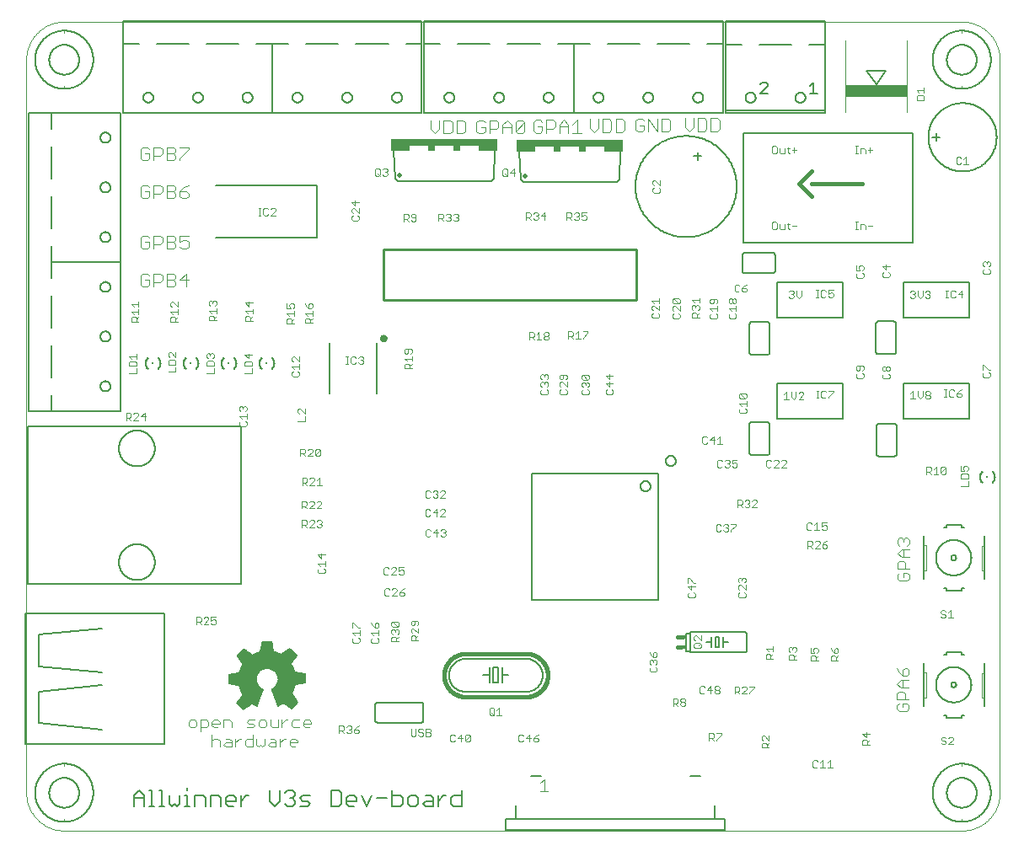
<source format=gto>
G75*
%MOIN*%
%OFA0B0*%
%FSLAX25Y25*%
%IPPOS*%
%LPD*%
%AMOC8*
5,1,8,0,0,1.08239X$1,22.5*
%
%ADD10C,0.00000*%
%ADD11C,0.00400*%
%ADD12C,0.00300*%
%ADD13C,0.00500*%
%ADD14C,0.00600*%
%ADD15C,0.00800*%
%ADD16R,0.24409X0.04921*%
%ADD17C,0.00040*%
%ADD18R,0.00787X0.00787*%
%ADD19R,0.00984X0.00591*%
%ADD20C,0.00200*%
%ADD21C,0.01000*%
%ADD22C,0.01600*%
%ADD23R,0.02300X0.01600*%
%ADD24C,0.00010*%
%ADD25C,0.02000*%
%ADD26R,0.42000X0.03000*%
%ADD27R,0.07500X0.02000*%
%ADD28R,0.03000X0.02000*%
D10*
X0016750Y0002026D02*
X0371750Y0002026D01*
X0372112Y0002030D01*
X0372475Y0002044D01*
X0372837Y0002065D01*
X0373198Y0002096D01*
X0373558Y0002135D01*
X0373917Y0002183D01*
X0374275Y0002240D01*
X0374632Y0002305D01*
X0374987Y0002379D01*
X0375340Y0002462D01*
X0375691Y0002553D01*
X0376039Y0002652D01*
X0376385Y0002760D01*
X0376729Y0002876D01*
X0377069Y0003001D01*
X0377406Y0003133D01*
X0377740Y0003274D01*
X0378071Y0003423D01*
X0378398Y0003580D01*
X0378721Y0003744D01*
X0379040Y0003916D01*
X0379354Y0004096D01*
X0379665Y0004284D01*
X0379970Y0004479D01*
X0380271Y0004681D01*
X0380567Y0004891D01*
X0380857Y0005107D01*
X0381143Y0005331D01*
X0381423Y0005561D01*
X0381697Y0005798D01*
X0381965Y0006042D01*
X0382228Y0006292D01*
X0382484Y0006548D01*
X0382734Y0006811D01*
X0382978Y0007079D01*
X0383215Y0007353D01*
X0383445Y0007633D01*
X0383669Y0007919D01*
X0383885Y0008209D01*
X0384095Y0008505D01*
X0384297Y0008806D01*
X0384492Y0009111D01*
X0384680Y0009422D01*
X0384860Y0009736D01*
X0385032Y0010055D01*
X0385196Y0010378D01*
X0385353Y0010705D01*
X0385502Y0011036D01*
X0385643Y0011370D01*
X0385775Y0011707D01*
X0385900Y0012047D01*
X0386016Y0012391D01*
X0386124Y0012737D01*
X0386223Y0013085D01*
X0386314Y0013436D01*
X0386397Y0013789D01*
X0386471Y0014144D01*
X0386536Y0014501D01*
X0386593Y0014859D01*
X0386641Y0015218D01*
X0386680Y0015578D01*
X0386711Y0015939D01*
X0386732Y0016301D01*
X0386746Y0016664D01*
X0386750Y0017026D01*
X0386750Y0307026D01*
X0386746Y0307388D01*
X0386732Y0307751D01*
X0386711Y0308113D01*
X0386680Y0308474D01*
X0386641Y0308834D01*
X0386593Y0309193D01*
X0386536Y0309551D01*
X0386471Y0309908D01*
X0386397Y0310263D01*
X0386314Y0310616D01*
X0386223Y0310967D01*
X0386124Y0311315D01*
X0386016Y0311661D01*
X0385900Y0312005D01*
X0385775Y0312345D01*
X0385643Y0312682D01*
X0385502Y0313016D01*
X0385353Y0313347D01*
X0385196Y0313674D01*
X0385032Y0313997D01*
X0384860Y0314316D01*
X0384680Y0314630D01*
X0384492Y0314941D01*
X0384297Y0315246D01*
X0384095Y0315547D01*
X0383885Y0315843D01*
X0383669Y0316133D01*
X0383445Y0316419D01*
X0383215Y0316699D01*
X0382978Y0316973D01*
X0382734Y0317241D01*
X0382484Y0317504D01*
X0382228Y0317760D01*
X0381965Y0318010D01*
X0381697Y0318254D01*
X0381423Y0318491D01*
X0381143Y0318721D01*
X0380857Y0318945D01*
X0380567Y0319161D01*
X0380271Y0319371D01*
X0379970Y0319573D01*
X0379665Y0319768D01*
X0379354Y0319956D01*
X0379040Y0320136D01*
X0378721Y0320308D01*
X0378398Y0320472D01*
X0378071Y0320629D01*
X0377740Y0320778D01*
X0377406Y0320919D01*
X0377069Y0321051D01*
X0376729Y0321176D01*
X0376385Y0321292D01*
X0376039Y0321400D01*
X0375691Y0321499D01*
X0375340Y0321590D01*
X0374987Y0321673D01*
X0374632Y0321747D01*
X0374275Y0321812D01*
X0373917Y0321869D01*
X0373558Y0321917D01*
X0373198Y0321956D01*
X0372837Y0321987D01*
X0372475Y0322008D01*
X0372112Y0322022D01*
X0371750Y0322026D01*
X0016750Y0322026D01*
X0016388Y0322022D01*
X0016025Y0322008D01*
X0015663Y0321987D01*
X0015302Y0321956D01*
X0014942Y0321917D01*
X0014583Y0321869D01*
X0014225Y0321812D01*
X0013868Y0321747D01*
X0013513Y0321673D01*
X0013160Y0321590D01*
X0012809Y0321499D01*
X0012461Y0321400D01*
X0012115Y0321292D01*
X0011771Y0321176D01*
X0011431Y0321051D01*
X0011094Y0320919D01*
X0010760Y0320778D01*
X0010429Y0320629D01*
X0010102Y0320472D01*
X0009779Y0320308D01*
X0009460Y0320136D01*
X0009146Y0319956D01*
X0008835Y0319768D01*
X0008530Y0319573D01*
X0008229Y0319371D01*
X0007933Y0319161D01*
X0007643Y0318945D01*
X0007357Y0318721D01*
X0007077Y0318491D01*
X0006803Y0318254D01*
X0006535Y0318010D01*
X0006272Y0317760D01*
X0006016Y0317504D01*
X0005766Y0317241D01*
X0005522Y0316973D01*
X0005285Y0316699D01*
X0005055Y0316419D01*
X0004831Y0316133D01*
X0004615Y0315843D01*
X0004405Y0315547D01*
X0004203Y0315246D01*
X0004008Y0314941D01*
X0003820Y0314630D01*
X0003640Y0314316D01*
X0003468Y0313997D01*
X0003304Y0313674D01*
X0003147Y0313347D01*
X0002998Y0313016D01*
X0002857Y0312682D01*
X0002725Y0312345D01*
X0002600Y0312005D01*
X0002484Y0311661D01*
X0002376Y0311315D01*
X0002277Y0310967D01*
X0002186Y0310616D01*
X0002103Y0310263D01*
X0002029Y0309908D01*
X0001964Y0309551D01*
X0001907Y0309193D01*
X0001859Y0308834D01*
X0001820Y0308474D01*
X0001789Y0308113D01*
X0001768Y0307751D01*
X0001754Y0307388D01*
X0001750Y0307026D01*
X0001750Y0017026D01*
X0001754Y0016664D01*
X0001768Y0016301D01*
X0001789Y0015939D01*
X0001820Y0015578D01*
X0001859Y0015218D01*
X0001907Y0014859D01*
X0001964Y0014501D01*
X0002029Y0014144D01*
X0002103Y0013789D01*
X0002186Y0013436D01*
X0002277Y0013085D01*
X0002376Y0012737D01*
X0002484Y0012391D01*
X0002600Y0012047D01*
X0002725Y0011707D01*
X0002857Y0011370D01*
X0002998Y0011036D01*
X0003147Y0010705D01*
X0003304Y0010378D01*
X0003468Y0010055D01*
X0003640Y0009736D01*
X0003820Y0009422D01*
X0004008Y0009111D01*
X0004203Y0008806D01*
X0004405Y0008505D01*
X0004615Y0008209D01*
X0004831Y0007919D01*
X0005055Y0007633D01*
X0005285Y0007353D01*
X0005522Y0007079D01*
X0005766Y0006811D01*
X0006016Y0006548D01*
X0006272Y0006292D01*
X0006535Y0006042D01*
X0006803Y0005798D01*
X0007077Y0005561D01*
X0007357Y0005331D01*
X0007643Y0005107D01*
X0007933Y0004891D01*
X0008229Y0004681D01*
X0008530Y0004479D01*
X0008835Y0004284D01*
X0009146Y0004096D01*
X0009460Y0003916D01*
X0009779Y0003744D01*
X0010102Y0003580D01*
X0010429Y0003423D01*
X0010760Y0003274D01*
X0011094Y0003133D01*
X0011431Y0003001D01*
X0011771Y0002876D01*
X0012115Y0002760D01*
X0012461Y0002652D01*
X0012809Y0002553D01*
X0013160Y0002462D01*
X0013513Y0002379D01*
X0013868Y0002305D01*
X0014225Y0002240D01*
X0014583Y0002183D01*
X0014942Y0002135D01*
X0015302Y0002096D01*
X0015663Y0002065D01*
X0016025Y0002044D01*
X0016388Y0002030D01*
X0016750Y0002026D01*
D11*
X0065974Y0043593D02*
X0066741Y0042826D01*
X0068276Y0042826D01*
X0069043Y0043593D01*
X0069043Y0045128D01*
X0068276Y0045895D01*
X0066741Y0045895D01*
X0065974Y0045128D01*
X0065974Y0043593D01*
X0070578Y0042826D02*
X0072880Y0042826D01*
X0073647Y0043593D01*
X0073647Y0045128D01*
X0072880Y0045895D01*
X0070578Y0045895D01*
X0070578Y0041291D01*
X0075182Y0039930D02*
X0075182Y0035326D01*
X0075182Y0037628D02*
X0075949Y0038395D01*
X0077484Y0038395D01*
X0078251Y0037628D01*
X0078251Y0035326D01*
X0079786Y0036093D02*
X0080553Y0035326D01*
X0082855Y0035326D01*
X0082855Y0037628D01*
X0082088Y0038395D01*
X0080553Y0038395D01*
X0080553Y0036860D02*
X0082855Y0036860D01*
X0084390Y0036860D02*
X0085924Y0038395D01*
X0086692Y0038395D01*
X0088226Y0037628D02*
X0088994Y0038395D01*
X0091296Y0038395D01*
X0092830Y0038395D02*
X0092830Y0036093D01*
X0093598Y0035326D01*
X0094365Y0036093D01*
X0095132Y0035326D01*
X0095900Y0036093D01*
X0095900Y0038395D01*
X0098202Y0038395D02*
X0099736Y0038395D01*
X0100503Y0037628D01*
X0100503Y0035326D01*
X0098202Y0035326D01*
X0097434Y0036093D01*
X0098202Y0036860D01*
X0100503Y0036860D01*
X0102038Y0036860D02*
X0103573Y0038395D01*
X0104340Y0038395D01*
X0105875Y0037628D02*
X0106642Y0038395D01*
X0108177Y0038395D01*
X0108944Y0037628D01*
X0108944Y0036860D01*
X0105875Y0036860D01*
X0105875Y0036093D02*
X0105875Y0037628D01*
X0105875Y0036093D02*
X0106642Y0035326D01*
X0108177Y0035326D01*
X0102038Y0035326D02*
X0102038Y0038395D01*
X0101271Y0042826D02*
X0098969Y0042826D01*
X0098202Y0043593D01*
X0098202Y0045895D01*
X0096667Y0045128D02*
X0095900Y0045895D01*
X0094365Y0045895D01*
X0093598Y0045128D01*
X0093598Y0043593D01*
X0094365Y0042826D01*
X0095900Y0042826D01*
X0096667Y0043593D01*
X0096667Y0045128D01*
X0092063Y0045895D02*
X0089761Y0045895D01*
X0088994Y0045128D01*
X0089761Y0044360D01*
X0091296Y0044360D01*
X0092063Y0043593D01*
X0091296Y0042826D01*
X0088994Y0042826D01*
X0091296Y0039930D02*
X0091296Y0035326D01*
X0088994Y0035326D01*
X0088226Y0036093D01*
X0088226Y0037628D01*
X0084390Y0038395D02*
X0084390Y0035326D01*
X0080553Y0036860D02*
X0079786Y0036093D01*
X0079786Y0042826D02*
X0079786Y0045895D01*
X0082088Y0045895D01*
X0082855Y0045128D01*
X0082855Y0042826D01*
X0078251Y0044360D02*
X0075182Y0044360D01*
X0075182Y0043593D02*
X0075182Y0045128D01*
X0075949Y0045895D01*
X0077484Y0045895D01*
X0078251Y0045128D01*
X0078251Y0044360D01*
X0077484Y0042826D02*
X0075949Y0042826D01*
X0075182Y0043593D01*
X0101271Y0042826D02*
X0101271Y0045895D01*
X0102805Y0045895D02*
X0102805Y0042826D01*
X0102805Y0044360D02*
X0104340Y0045895D01*
X0105107Y0045895D01*
X0106642Y0045128D02*
X0107409Y0045895D01*
X0109711Y0045895D01*
X0111246Y0045128D02*
X0112013Y0045895D01*
X0113548Y0045895D01*
X0114315Y0045128D01*
X0114315Y0044360D01*
X0111246Y0044360D01*
X0111246Y0043593D02*
X0111246Y0045128D01*
X0111246Y0043593D02*
X0112013Y0042826D01*
X0113548Y0042826D01*
X0109711Y0042826D02*
X0107409Y0042826D01*
X0106642Y0043593D01*
X0106642Y0045128D01*
X0205081Y0020858D02*
X0206616Y0022393D01*
X0206616Y0017789D01*
X0205081Y0017789D02*
X0208151Y0017789D01*
X0346168Y0050140D02*
X0346935Y0049373D01*
X0350005Y0049373D01*
X0350772Y0050140D01*
X0350772Y0051675D01*
X0350005Y0052442D01*
X0348470Y0052442D01*
X0348470Y0050908D01*
X0346935Y0052442D02*
X0346168Y0051675D01*
X0346168Y0050140D01*
X0346168Y0053977D02*
X0346168Y0056279D01*
X0346935Y0057046D01*
X0348470Y0057046D01*
X0349237Y0056279D01*
X0349237Y0053977D01*
X0350772Y0053977D02*
X0346168Y0053977D01*
X0347703Y0058581D02*
X0346168Y0060115D01*
X0347703Y0061650D01*
X0350772Y0061650D01*
X0350005Y0063185D02*
X0350772Y0063952D01*
X0350772Y0065487D01*
X0350005Y0066254D01*
X0349237Y0066254D01*
X0348470Y0065487D01*
X0348470Y0063185D01*
X0350005Y0063185D01*
X0348470Y0063185D02*
X0346935Y0064719D01*
X0346168Y0066254D01*
X0348470Y0061650D02*
X0348470Y0058581D01*
X0347703Y0058581D02*
X0350772Y0058581D01*
X0350178Y0100929D02*
X0347108Y0100929D01*
X0346341Y0101696D01*
X0346341Y0103231D01*
X0347108Y0103998D01*
X0348643Y0103998D02*
X0348643Y0102464D01*
X0348643Y0103998D02*
X0350178Y0103998D01*
X0350945Y0103231D01*
X0350945Y0101696D01*
X0350178Y0100929D01*
X0350945Y0105533D02*
X0346341Y0105533D01*
X0346341Y0107835D01*
X0347108Y0108602D01*
X0348643Y0108602D01*
X0349410Y0107835D01*
X0349410Y0105533D01*
X0348643Y0110137D02*
X0348643Y0113206D01*
X0347876Y0113206D02*
X0350945Y0113206D01*
X0350178Y0114741D02*
X0350945Y0115508D01*
X0350945Y0117043D01*
X0350178Y0117810D01*
X0349410Y0117810D01*
X0348643Y0117043D01*
X0348643Y0116275D01*
X0348643Y0117043D02*
X0347876Y0117810D01*
X0347108Y0117810D01*
X0346341Y0117043D01*
X0346341Y0115508D01*
X0347108Y0114741D01*
X0347876Y0113206D02*
X0346341Y0111671D01*
X0347876Y0110137D01*
X0350945Y0110137D01*
X0221303Y0277950D02*
X0217833Y0277950D01*
X0216146Y0277950D02*
X0216146Y0281419D01*
X0214411Y0283154D01*
X0212677Y0281419D01*
X0212677Y0277950D01*
X0212677Y0280552D02*
X0216146Y0280552D01*
X0217833Y0281419D02*
X0219568Y0283154D01*
X0219568Y0277950D01*
X0224555Y0280110D02*
X0226290Y0278375D01*
X0228025Y0280110D01*
X0228025Y0283580D01*
X0229712Y0283580D02*
X0229712Y0278375D01*
X0232314Y0278375D01*
X0233181Y0279243D01*
X0233181Y0282712D01*
X0232314Y0283580D01*
X0229712Y0283580D01*
X0234868Y0283580D02*
X0234868Y0278375D01*
X0237470Y0278375D01*
X0238338Y0279243D01*
X0238338Y0282712D01*
X0237470Y0283580D01*
X0234868Y0283580D01*
X0242661Y0282861D02*
X0242661Y0279392D01*
X0243529Y0278524D01*
X0245263Y0278524D01*
X0246131Y0279392D01*
X0246131Y0281126D01*
X0244396Y0281126D01*
X0246131Y0282861D02*
X0245263Y0283729D01*
X0243529Y0283729D01*
X0242661Y0282861D01*
X0247818Y0283729D02*
X0247818Y0278524D01*
X0251287Y0278524D02*
X0247818Y0283729D01*
X0251287Y0283729D02*
X0251287Y0278524D01*
X0252974Y0278524D02*
X0252974Y0283729D01*
X0255576Y0283729D01*
X0256444Y0282861D01*
X0256444Y0279392D01*
X0255576Y0278524D01*
X0252974Y0278524D01*
X0262191Y0280408D02*
X0263925Y0278673D01*
X0265660Y0280408D01*
X0265660Y0283878D01*
X0267347Y0283878D02*
X0269949Y0283878D01*
X0270817Y0283010D01*
X0270817Y0279541D01*
X0269949Y0278673D01*
X0267347Y0278673D01*
X0267347Y0283878D01*
X0262191Y0283878D02*
X0262191Y0280408D01*
X0272503Y0278673D02*
X0275106Y0278673D01*
X0275973Y0279541D01*
X0275973Y0283010D01*
X0275106Y0283878D01*
X0272503Y0283878D01*
X0272503Y0278673D01*
X0224555Y0280110D02*
X0224555Y0283580D01*
X0210990Y0282287D02*
X0210990Y0280552D01*
X0210122Y0279685D01*
X0207520Y0279685D01*
X0207520Y0277950D02*
X0207520Y0283154D01*
X0210122Y0283154D01*
X0210990Y0282287D01*
X0205833Y0282287D02*
X0204966Y0283154D01*
X0203231Y0283154D01*
X0202364Y0282287D01*
X0202364Y0278817D01*
X0203231Y0277950D01*
X0204966Y0277950D01*
X0205833Y0278817D01*
X0205833Y0280552D01*
X0204099Y0280552D01*
X0198762Y0282137D02*
X0195293Y0278668D01*
X0196160Y0277800D01*
X0197895Y0277800D01*
X0198762Y0278668D01*
X0198762Y0282137D01*
X0197895Y0283005D01*
X0196160Y0283005D01*
X0195293Y0282137D01*
X0195293Y0278668D01*
X0193606Y0277800D02*
X0193606Y0281270D01*
X0191871Y0283005D01*
X0190136Y0281270D01*
X0190136Y0277800D01*
X0190136Y0280402D02*
X0193606Y0280402D01*
X0188449Y0280402D02*
X0188449Y0282137D01*
X0187582Y0283005D01*
X0184980Y0283005D01*
X0184980Y0277800D01*
X0184980Y0279535D02*
X0187582Y0279535D01*
X0188449Y0280402D01*
X0183293Y0280402D02*
X0181558Y0280402D01*
X0183293Y0280402D02*
X0183293Y0278668D01*
X0182426Y0277800D01*
X0180691Y0277800D01*
X0179823Y0278668D01*
X0179823Y0282137D01*
X0180691Y0283005D01*
X0182426Y0283005D01*
X0183293Y0282137D01*
X0175355Y0282173D02*
X0175355Y0278703D01*
X0174487Y0277836D01*
X0171885Y0277836D01*
X0171885Y0283040D01*
X0174487Y0283040D01*
X0175355Y0282173D01*
X0170198Y0282173D02*
X0170198Y0278703D01*
X0169331Y0277836D01*
X0166729Y0277836D01*
X0166729Y0283040D01*
X0169331Y0283040D01*
X0170198Y0282173D01*
X0165042Y0283040D02*
X0165042Y0279571D01*
X0163307Y0277836D01*
X0161572Y0279571D01*
X0161572Y0283040D01*
X0065889Y0272430D02*
X0065889Y0271563D01*
X0062419Y0268093D01*
X0062419Y0267226D01*
X0060732Y0268093D02*
X0060732Y0268960D01*
X0059865Y0269828D01*
X0057263Y0269828D01*
X0055576Y0269828D02*
X0054709Y0268960D01*
X0052106Y0268960D01*
X0052106Y0267226D02*
X0052106Y0272430D01*
X0054709Y0272430D01*
X0055576Y0271563D01*
X0055576Y0269828D01*
X0057263Y0267226D02*
X0057263Y0272430D01*
X0059865Y0272430D01*
X0060732Y0271563D01*
X0060732Y0270695D01*
X0059865Y0269828D01*
X0060732Y0268093D02*
X0059865Y0267226D01*
X0057263Y0267226D01*
X0050420Y0268093D02*
X0050420Y0269828D01*
X0048685Y0269828D01*
X0050420Y0271563D02*
X0049552Y0272430D01*
X0047817Y0272430D01*
X0046950Y0271563D01*
X0046950Y0268093D01*
X0047817Y0267226D01*
X0049552Y0267226D01*
X0050420Y0268093D01*
X0049552Y0257430D02*
X0047817Y0257430D01*
X0046950Y0256563D01*
X0046950Y0253093D01*
X0047817Y0252226D01*
X0049552Y0252226D01*
X0050420Y0253093D01*
X0050420Y0254828D01*
X0048685Y0254828D01*
X0050420Y0256563D02*
X0049552Y0257430D01*
X0052106Y0257430D02*
X0054709Y0257430D01*
X0055576Y0256563D01*
X0055576Y0254828D01*
X0054709Y0253960D01*
X0052106Y0253960D01*
X0052106Y0252226D02*
X0052106Y0257430D01*
X0057263Y0257430D02*
X0059865Y0257430D01*
X0060732Y0256563D01*
X0060732Y0255695D01*
X0059865Y0254828D01*
X0057263Y0254828D01*
X0059865Y0254828D02*
X0060732Y0253960D01*
X0060732Y0253093D01*
X0059865Y0252226D01*
X0057263Y0252226D01*
X0057263Y0257430D01*
X0062419Y0254828D02*
X0065021Y0254828D01*
X0065889Y0253960D01*
X0065889Y0253093D01*
X0065021Y0252226D01*
X0063287Y0252226D01*
X0062419Y0253093D01*
X0062419Y0254828D01*
X0064154Y0256563D01*
X0065889Y0257430D01*
X0065889Y0272430D02*
X0062419Y0272430D01*
X0062419Y0237430D02*
X0062419Y0234828D01*
X0064154Y0235695D01*
X0065021Y0235695D01*
X0065889Y0234828D01*
X0065889Y0233093D01*
X0065021Y0232226D01*
X0063287Y0232226D01*
X0062419Y0233093D01*
X0060732Y0233093D02*
X0059865Y0232226D01*
X0057263Y0232226D01*
X0057263Y0237430D01*
X0059865Y0237430D01*
X0060732Y0236563D01*
X0060732Y0235695D01*
X0059865Y0234828D01*
X0057263Y0234828D01*
X0055576Y0234828D02*
X0054709Y0233960D01*
X0052106Y0233960D01*
X0052106Y0232226D02*
X0052106Y0237430D01*
X0054709Y0237430D01*
X0055576Y0236563D01*
X0055576Y0234828D01*
X0059865Y0234828D02*
X0060732Y0233960D01*
X0060732Y0233093D01*
X0062419Y0237430D02*
X0065889Y0237430D01*
X0050420Y0236563D02*
X0049552Y0237430D01*
X0047817Y0237430D01*
X0046950Y0236563D01*
X0046950Y0233093D01*
X0047817Y0232226D01*
X0049552Y0232226D01*
X0050420Y0233093D01*
X0050420Y0234828D01*
X0048685Y0234828D01*
X0049552Y0222430D02*
X0047817Y0222430D01*
X0046950Y0221563D01*
X0046950Y0218093D01*
X0047817Y0217226D01*
X0049552Y0217226D01*
X0050420Y0218093D01*
X0050420Y0219828D01*
X0048685Y0219828D01*
X0050420Y0221563D02*
X0049552Y0222430D01*
X0052106Y0222430D02*
X0052106Y0217226D01*
X0052106Y0218960D02*
X0054709Y0218960D01*
X0055576Y0219828D01*
X0055576Y0221563D01*
X0054709Y0222430D01*
X0052106Y0222430D01*
X0057263Y0222430D02*
X0057263Y0217226D01*
X0059865Y0217226D01*
X0060732Y0218093D01*
X0060732Y0218960D01*
X0059865Y0219828D01*
X0057263Y0219828D01*
X0059865Y0219828D02*
X0060732Y0220695D01*
X0060732Y0221563D01*
X0059865Y0222430D01*
X0057263Y0222430D01*
X0062419Y0219828D02*
X0065889Y0219828D01*
X0065021Y0222430D02*
X0062419Y0219828D01*
X0065021Y0217226D02*
X0065021Y0222430D01*
X0325664Y0286441D02*
X0325664Y0314477D01*
X0350113Y0314477D02*
X0350113Y0286441D01*
D12*
X0353854Y0291054D02*
X0353854Y0292505D01*
X0354338Y0292989D01*
X0356273Y0292989D01*
X0356757Y0292505D01*
X0356757Y0291054D01*
X0353854Y0291054D01*
X0354822Y0294001D02*
X0353854Y0294968D01*
X0356757Y0294968D01*
X0356757Y0294001D02*
X0356757Y0295936D01*
X0335505Y0272345D02*
X0335505Y0270410D01*
X0334538Y0271378D02*
X0336473Y0271378D01*
X0333526Y0271378D02*
X0333042Y0271862D01*
X0331591Y0271862D01*
X0331591Y0269927D01*
X0330594Y0269927D02*
X0329627Y0269927D01*
X0330110Y0269927D02*
X0330110Y0272829D01*
X0329627Y0272829D02*
X0330594Y0272829D01*
X0333526Y0271378D02*
X0333526Y0269927D01*
X0306473Y0271378D02*
X0304538Y0271378D01*
X0303541Y0271862D02*
X0302573Y0271862D01*
X0303057Y0272345D02*
X0303057Y0270410D01*
X0303541Y0269927D01*
X0301562Y0269927D02*
X0301562Y0271862D01*
X0299627Y0271862D02*
X0299627Y0270410D01*
X0300110Y0269927D01*
X0301562Y0269927D01*
X0298615Y0270410D02*
X0298615Y0272345D01*
X0298131Y0272829D01*
X0297164Y0272829D01*
X0296680Y0272345D01*
X0296680Y0270410D01*
X0297164Y0269927D01*
X0298131Y0269927D01*
X0298615Y0270410D01*
X0305505Y0270410D02*
X0305505Y0272345D01*
X0298131Y0242829D02*
X0298615Y0242345D01*
X0298615Y0240410D01*
X0298131Y0239927D01*
X0297164Y0239927D01*
X0296680Y0240410D01*
X0296680Y0242345D01*
X0297164Y0242829D01*
X0298131Y0242829D01*
X0299627Y0241862D02*
X0299627Y0240410D01*
X0300110Y0239927D01*
X0301562Y0239927D01*
X0301562Y0241862D01*
X0302573Y0241862D02*
X0303541Y0241862D01*
X0303057Y0242345D02*
X0303057Y0240410D01*
X0303541Y0239927D01*
X0304538Y0241378D02*
X0306473Y0241378D01*
X0329627Y0242829D02*
X0330594Y0242829D01*
X0330110Y0242829D02*
X0330110Y0239927D01*
X0329627Y0239927D02*
X0330594Y0239927D01*
X0331591Y0239927D02*
X0331591Y0241862D01*
X0333042Y0241862D01*
X0333526Y0241378D01*
X0333526Y0239927D01*
X0334538Y0241378D02*
X0336473Y0241378D01*
X0332455Y0225599D02*
X0332939Y0225115D01*
X0332939Y0224148D01*
X0332455Y0223664D01*
X0331487Y0223664D02*
X0331004Y0224631D01*
X0331004Y0225115D01*
X0331487Y0225599D01*
X0332455Y0225599D01*
X0331487Y0223664D02*
X0330036Y0223664D01*
X0330036Y0225599D01*
X0330520Y0222652D02*
X0330036Y0222169D01*
X0330036Y0221201D01*
X0330520Y0220717D01*
X0332455Y0220717D01*
X0332939Y0221201D01*
X0332939Y0222169D01*
X0332455Y0222652D01*
X0340324Y0222457D02*
X0340324Y0221489D01*
X0340808Y0221006D01*
X0342743Y0221006D01*
X0343227Y0221489D01*
X0343227Y0222457D01*
X0342743Y0222941D01*
X0341775Y0223952D02*
X0340324Y0225403D01*
X0343227Y0225403D01*
X0341775Y0225887D02*
X0341775Y0223952D01*
X0340808Y0222941D02*
X0340324Y0222457D01*
X0351317Y0215101D02*
X0351801Y0215585D01*
X0352769Y0215585D01*
X0353252Y0215101D01*
X0353252Y0214618D01*
X0352769Y0214134D01*
X0353252Y0213650D01*
X0353252Y0213166D01*
X0352769Y0212683D01*
X0351801Y0212683D01*
X0351317Y0213166D01*
X0352285Y0214134D02*
X0352769Y0214134D01*
X0354264Y0213650D02*
X0355231Y0212683D01*
X0356199Y0213650D01*
X0356199Y0215585D01*
X0357211Y0215101D02*
X0357694Y0215585D01*
X0358662Y0215585D01*
X0359146Y0215101D01*
X0359146Y0214618D01*
X0358662Y0214134D01*
X0359146Y0213650D01*
X0359146Y0213166D01*
X0358662Y0212683D01*
X0357694Y0212683D01*
X0357211Y0213166D01*
X0358178Y0214134D02*
X0358662Y0214134D01*
X0354264Y0213650D02*
X0354264Y0215585D01*
X0365335Y0215719D02*
X0366303Y0215719D01*
X0365819Y0215719D02*
X0365819Y0212817D01*
X0365335Y0212817D02*
X0366303Y0212817D01*
X0367300Y0213300D02*
X0367784Y0212817D01*
X0368751Y0212817D01*
X0369235Y0213300D01*
X0370246Y0214268D02*
X0372181Y0214268D01*
X0371698Y0215719D02*
X0370246Y0214268D01*
X0369235Y0215235D02*
X0368751Y0215719D01*
X0367784Y0215719D01*
X0367300Y0215235D01*
X0367300Y0213300D01*
X0371698Y0212817D02*
X0371698Y0215719D01*
X0380094Y0222787D02*
X0380578Y0222303D01*
X0382513Y0222303D01*
X0382997Y0222787D01*
X0382997Y0223755D01*
X0382513Y0224238D01*
X0382513Y0225250D02*
X0382997Y0225734D01*
X0382997Y0226701D01*
X0382513Y0227185D01*
X0382029Y0227185D01*
X0381545Y0226701D01*
X0381545Y0226217D01*
X0381545Y0226701D02*
X0381062Y0227185D01*
X0380578Y0227185D01*
X0380094Y0226701D01*
X0380094Y0225734D01*
X0380578Y0225250D01*
X0380578Y0224238D02*
X0380094Y0223755D01*
X0380094Y0222787D01*
X0379964Y0186247D02*
X0380448Y0186247D01*
X0382383Y0184312D01*
X0382867Y0184312D01*
X0382383Y0183301D02*
X0382867Y0182817D01*
X0382867Y0181849D01*
X0382383Y0181366D01*
X0380448Y0181366D01*
X0379964Y0181849D01*
X0379964Y0182817D01*
X0380448Y0183301D01*
X0379964Y0184312D02*
X0379964Y0186247D01*
X0371675Y0176485D02*
X0370707Y0176001D01*
X0369740Y0175034D01*
X0371191Y0175034D01*
X0371675Y0174550D01*
X0371675Y0174066D01*
X0371191Y0173583D01*
X0370223Y0173583D01*
X0369740Y0174066D01*
X0369740Y0175034D01*
X0368728Y0176001D02*
X0368244Y0176485D01*
X0367277Y0176485D01*
X0366793Y0176001D01*
X0366793Y0174066D01*
X0367277Y0173583D01*
X0368244Y0173583D01*
X0368728Y0174066D01*
X0365796Y0173583D02*
X0364829Y0173583D01*
X0365312Y0173583D02*
X0365312Y0176485D01*
X0364829Y0176485D02*
X0365796Y0176485D01*
X0359213Y0175392D02*
X0359213Y0174908D01*
X0358730Y0174424D01*
X0357762Y0174424D01*
X0357278Y0174908D01*
X0357278Y0175392D01*
X0357762Y0175876D01*
X0358730Y0175876D01*
X0359213Y0175392D01*
X0358730Y0174424D02*
X0359213Y0173941D01*
X0359213Y0173457D01*
X0358730Y0172973D01*
X0357762Y0172973D01*
X0357278Y0173457D01*
X0357278Y0173941D01*
X0357762Y0174424D01*
X0356267Y0173941D02*
X0356267Y0175876D01*
X0354332Y0175876D02*
X0354332Y0173941D01*
X0355299Y0172973D01*
X0356267Y0173941D01*
X0353320Y0172973D02*
X0351385Y0172973D01*
X0352353Y0172973D02*
X0352353Y0175876D01*
X0351385Y0174908D01*
X0343245Y0181345D02*
X0343245Y0182313D01*
X0342761Y0182796D01*
X0342761Y0183808D02*
X0342277Y0183808D01*
X0341793Y0184292D01*
X0341793Y0185259D01*
X0342277Y0185743D01*
X0342761Y0185743D01*
X0343245Y0185259D01*
X0343245Y0184292D01*
X0342761Y0183808D01*
X0341793Y0184292D02*
X0341310Y0183808D01*
X0340826Y0183808D01*
X0340342Y0184292D01*
X0340342Y0185259D01*
X0340826Y0185743D01*
X0341310Y0185743D01*
X0341793Y0185259D01*
X0340826Y0182796D02*
X0340342Y0182313D01*
X0340342Y0181345D01*
X0340826Y0180862D01*
X0342761Y0180862D01*
X0343245Y0181345D01*
X0332939Y0181561D02*
X0332455Y0181078D01*
X0330520Y0181078D01*
X0330036Y0181561D01*
X0330036Y0182529D01*
X0330520Y0183013D01*
X0330520Y0184024D02*
X0331004Y0184024D01*
X0331487Y0184508D01*
X0331487Y0185959D01*
X0330520Y0185959D02*
X0330036Y0185475D01*
X0330036Y0184508D01*
X0330520Y0184024D01*
X0332455Y0184024D02*
X0332939Y0184508D01*
X0332939Y0185475D01*
X0332455Y0185959D01*
X0330520Y0185959D01*
X0332455Y0183013D02*
X0332939Y0182529D01*
X0332939Y0181561D01*
X0321050Y0176078D02*
X0321050Y0175595D01*
X0319115Y0173660D01*
X0319115Y0173176D01*
X0318103Y0173660D02*
X0317620Y0173176D01*
X0316652Y0173176D01*
X0316169Y0173660D01*
X0316169Y0175595D01*
X0316652Y0176078D01*
X0317620Y0176078D01*
X0318103Y0175595D01*
X0319115Y0176078D02*
X0321050Y0176078D01*
X0315172Y0176078D02*
X0314204Y0176078D01*
X0314688Y0176078D02*
X0314688Y0173176D01*
X0314204Y0173176D02*
X0315172Y0173176D01*
X0309130Y0172685D02*
X0307195Y0172685D01*
X0309130Y0174620D01*
X0309130Y0175104D01*
X0308646Y0175588D01*
X0307678Y0175588D01*
X0307195Y0175104D01*
X0306183Y0175588D02*
X0306183Y0173653D01*
X0305216Y0172685D01*
X0304248Y0173653D01*
X0304248Y0175588D01*
X0302269Y0175588D02*
X0302269Y0172685D01*
X0301302Y0172685D02*
X0303237Y0172685D01*
X0301302Y0174620D02*
X0302269Y0175588D01*
X0286600Y0174520D02*
X0286600Y0173552D01*
X0286116Y0173069D01*
X0284181Y0175004D01*
X0286116Y0175004D01*
X0286600Y0174520D01*
X0286116Y0173069D02*
X0284181Y0173069D01*
X0283698Y0173552D01*
X0283698Y0174520D01*
X0284181Y0175004D01*
X0286600Y0172057D02*
X0286600Y0170122D01*
X0286600Y0171090D02*
X0283698Y0171090D01*
X0284665Y0170122D01*
X0284181Y0169111D02*
X0283698Y0168627D01*
X0283698Y0167659D01*
X0284181Y0167176D01*
X0286116Y0167176D01*
X0286600Y0167659D01*
X0286600Y0168627D01*
X0286116Y0169111D01*
X0275991Y0157957D02*
X0275024Y0156990D01*
X0274012Y0156506D02*
X0272077Y0156506D01*
X0273529Y0157957D01*
X0273529Y0155055D01*
X0275024Y0155055D02*
X0276959Y0155055D01*
X0275991Y0155055D02*
X0275991Y0157957D01*
X0271066Y0157473D02*
X0270582Y0157957D01*
X0269615Y0157957D01*
X0269131Y0157473D01*
X0269131Y0155538D01*
X0269615Y0155055D01*
X0270582Y0155055D01*
X0271066Y0155538D01*
X0275489Y0148626D02*
X0275006Y0148142D01*
X0275006Y0146207D01*
X0275489Y0145724D01*
X0276457Y0145724D01*
X0276941Y0146207D01*
X0277952Y0146207D02*
X0278436Y0145724D01*
X0279403Y0145724D01*
X0279887Y0146207D01*
X0279887Y0146691D01*
X0279403Y0147175D01*
X0278920Y0147175D01*
X0279403Y0147175D02*
X0279887Y0147659D01*
X0279887Y0148142D01*
X0279403Y0148626D01*
X0278436Y0148626D01*
X0277952Y0148142D01*
X0276941Y0148142D02*
X0276457Y0148626D01*
X0275489Y0148626D01*
X0280899Y0148626D02*
X0280899Y0147175D01*
X0281866Y0147659D01*
X0282350Y0147659D01*
X0282834Y0147175D01*
X0282834Y0146207D01*
X0282350Y0145724D01*
X0281382Y0145724D01*
X0280899Y0146207D01*
X0280899Y0148626D02*
X0282834Y0148626D01*
X0294394Y0148134D02*
X0294394Y0146199D01*
X0294878Y0145716D01*
X0295845Y0145716D01*
X0296329Y0146199D01*
X0297340Y0145716D02*
X0299275Y0147651D01*
X0299275Y0148134D01*
X0298792Y0148618D01*
X0297824Y0148618D01*
X0297340Y0148134D01*
X0296329Y0148134D02*
X0295845Y0148618D01*
X0294878Y0148618D01*
X0294394Y0148134D01*
X0297340Y0145716D02*
X0299275Y0145716D01*
X0300287Y0145716D02*
X0302222Y0147651D01*
X0302222Y0148134D01*
X0301738Y0148618D01*
X0300771Y0148618D01*
X0300287Y0148134D01*
X0300287Y0145716D02*
X0302222Y0145716D01*
X0290286Y0132870D02*
X0289318Y0132870D01*
X0288834Y0132387D01*
X0287823Y0132387D02*
X0287823Y0131903D01*
X0287339Y0131419D01*
X0287823Y0130935D01*
X0287823Y0130452D01*
X0287339Y0129968D01*
X0286372Y0129968D01*
X0285888Y0130452D01*
X0284876Y0129968D02*
X0283909Y0130935D01*
X0284392Y0130935D02*
X0282941Y0130935D01*
X0282941Y0129968D02*
X0282941Y0132870D01*
X0284392Y0132870D01*
X0284876Y0132387D01*
X0284876Y0131419D01*
X0284392Y0130935D01*
X0285888Y0132387D02*
X0286372Y0132870D01*
X0287339Y0132870D01*
X0287823Y0132387D01*
X0287339Y0131419D02*
X0286855Y0131419D01*
X0288834Y0129968D02*
X0290769Y0131903D01*
X0290769Y0132387D01*
X0290286Y0132870D01*
X0290769Y0129968D02*
X0288834Y0129968D01*
X0282384Y0123265D02*
X0282384Y0122782D01*
X0280449Y0120847D01*
X0280449Y0120363D01*
X0279438Y0120847D02*
X0278954Y0120363D01*
X0277986Y0120363D01*
X0277503Y0120847D01*
X0276491Y0120847D02*
X0276007Y0120363D01*
X0275040Y0120363D01*
X0274556Y0120847D01*
X0274556Y0122782D01*
X0275040Y0123265D01*
X0276007Y0123265D01*
X0276491Y0122782D01*
X0277503Y0122782D02*
X0277986Y0123265D01*
X0278954Y0123265D01*
X0279438Y0122782D01*
X0279438Y0122298D01*
X0278954Y0121814D01*
X0279438Y0121330D01*
X0279438Y0120847D01*
X0278954Y0121814D02*
X0278470Y0121814D01*
X0280449Y0123265D02*
X0282384Y0123265D01*
X0283833Y0102081D02*
X0283349Y0101597D01*
X0283349Y0100630D01*
X0283833Y0100146D01*
X0283833Y0099135D02*
X0283349Y0098651D01*
X0283349Y0097683D01*
X0283833Y0097200D01*
X0283833Y0096188D02*
X0283349Y0095704D01*
X0283349Y0094737D01*
X0283833Y0094253D01*
X0285768Y0094253D01*
X0286252Y0094737D01*
X0286252Y0095704D01*
X0285768Y0096188D01*
X0286252Y0097200D02*
X0284317Y0099135D01*
X0283833Y0099135D01*
X0285768Y0100146D02*
X0286252Y0100630D01*
X0286252Y0101597D01*
X0285768Y0102081D01*
X0285284Y0102081D01*
X0284800Y0101597D01*
X0284800Y0101114D01*
X0284800Y0101597D02*
X0284317Y0102081D01*
X0283833Y0102081D01*
X0286252Y0099135D02*
X0286252Y0097200D01*
X0266286Y0098610D02*
X0263384Y0098610D01*
X0264835Y0097159D01*
X0264835Y0099094D01*
X0265803Y0100105D02*
X0266286Y0100105D01*
X0265803Y0100105D02*
X0263868Y0102040D01*
X0263384Y0102040D01*
X0263384Y0100105D01*
X0263868Y0096147D02*
X0263384Y0095663D01*
X0263384Y0094696D01*
X0263868Y0094212D01*
X0265803Y0094212D01*
X0266286Y0094696D01*
X0266286Y0095663D01*
X0265803Y0096147D01*
X0266218Y0079144D02*
X0265735Y0078661D01*
X0265735Y0077693D01*
X0266218Y0077209D01*
X0266218Y0076198D02*
X0268153Y0076198D01*
X0268637Y0075714D01*
X0268637Y0074747D01*
X0268153Y0074263D01*
X0266218Y0074263D01*
X0265735Y0074747D01*
X0265735Y0075714D01*
X0266218Y0076198D01*
X0267670Y0075230D02*
X0268637Y0076198D01*
X0268637Y0077209D02*
X0266702Y0079144D01*
X0266218Y0079144D01*
X0268637Y0079144D02*
X0268637Y0077209D01*
X0268556Y0059160D02*
X0268072Y0058677D01*
X0268072Y0056742D01*
X0268556Y0056258D01*
X0269523Y0056258D01*
X0270007Y0056742D01*
X0271019Y0057709D02*
X0272954Y0057709D01*
X0273965Y0057226D02*
X0274449Y0057709D01*
X0275416Y0057709D01*
X0275900Y0057226D01*
X0275900Y0056742D01*
X0275416Y0056258D01*
X0274449Y0056258D01*
X0273965Y0056742D01*
X0273965Y0057226D01*
X0274449Y0057709D02*
X0273965Y0058193D01*
X0273965Y0058677D01*
X0274449Y0059160D01*
X0275416Y0059160D01*
X0275900Y0058677D01*
X0275900Y0058193D01*
X0275416Y0057709D01*
X0272470Y0056258D02*
X0272470Y0059160D01*
X0271019Y0057709D01*
X0270007Y0058677D02*
X0269523Y0059160D01*
X0268556Y0059160D01*
X0262416Y0053817D02*
X0262416Y0053334D01*
X0261932Y0052850D01*
X0260964Y0052850D01*
X0260481Y0053334D01*
X0260481Y0053817D01*
X0260964Y0054301D01*
X0261932Y0054301D01*
X0262416Y0053817D01*
X0261932Y0052850D02*
X0262416Y0052366D01*
X0262416Y0051882D01*
X0261932Y0051399D01*
X0260964Y0051399D01*
X0260481Y0051882D01*
X0260481Y0052366D01*
X0260964Y0052850D01*
X0259469Y0052850D02*
X0258985Y0052366D01*
X0257534Y0052366D01*
X0257534Y0051399D02*
X0257534Y0054301D01*
X0258985Y0054301D01*
X0259469Y0053817D01*
X0259469Y0052850D01*
X0258502Y0052366D02*
X0259469Y0051399D01*
X0271778Y0040489D02*
X0273229Y0040489D01*
X0273713Y0040005D01*
X0273713Y0039038D01*
X0273229Y0038554D01*
X0271778Y0038554D01*
X0272746Y0038554D02*
X0273713Y0037586D01*
X0274725Y0037586D02*
X0274725Y0038070D01*
X0276660Y0040005D01*
X0276660Y0040489D01*
X0274725Y0040489D01*
X0271778Y0040489D02*
X0271778Y0037586D01*
X0292604Y0038252D02*
X0293088Y0037769D01*
X0292604Y0038252D02*
X0292604Y0039220D01*
X0293088Y0039703D01*
X0293572Y0039703D01*
X0295507Y0037769D01*
X0295507Y0039703D01*
X0295507Y0036757D02*
X0294539Y0035789D01*
X0294539Y0036273D02*
X0294539Y0034822D01*
X0295507Y0034822D02*
X0292604Y0034822D01*
X0292604Y0036273D01*
X0293088Y0036757D01*
X0294056Y0036757D01*
X0294539Y0036273D01*
X0312841Y0029319D02*
X0312841Y0027384D01*
X0313325Y0026901D01*
X0314293Y0026901D01*
X0314776Y0027384D01*
X0315788Y0026901D02*
X0317723Y0026901D01*
X0316755Y0026901D02*
X0316755Y0029803D01*
X0315788Y0028836D01*
X0314776Y0029319D02*
X0314293Y0029803D01*
X0313325Y0029803D01*
X0312841Y0029319D01*
X0318735Y0028836D02*
X0319702Y0029803D01*
X0319702Y0026901D01*
X0318735Y0026901D02*
X0320670Y0026901D01*
X0332489Y0036016D02*
X0332489Y0037467D01*
X0332973Y0037951D01*
X0333940Y0037951D01*
X0334424Y0037467D01*
X0334424Y0036016D01*
X0334424Y0036984D02*
X0335392Y0037951D01*
X0333940Y0038963D02*
X0333940Y0040898D01*
X0332489Y0040414D02*
X0333940Y0038963D01*
X0335392Y0040414D02*
X0332489Y0040414D01*
X0332489Y0036016D02*
X0335392Y0036016D01*
X0363543Y0036644D02*
X0364027Y0036161D01*
X0364995Y0036161D01*
X0365478Y0036644D01*
X0365478Y0037128D01*
X0364995Y0037612D01*
X0364027Y0037612D01*
X0363543Y0038096D01*
X0363543Y0038579D01*
X0364027Y0039063D01*
X0364995Y0039063D01*
X0365478Y0038579D01*
X0366490Y0038579D02*
X0366974Y0039063D01*
X0367941Y0039063D01*
X0368425Y0038579D01*
X0368425Y0038096D01*
X0366490Y0036161D01*
X0368425Y0036161D01*
X0322843Y0069276D02*
X0319941Y0069276D01*
X0319941Y0070727D01*
X0320425Y0071211D01*
X0321392Y0071211D01*
X0321876Y0070727D01*
X0321876Y0069276D01*
X0321876Y0070243D02*
X0322843Y0071211D01*
X0322360Y0072222D02*
X0322843Y0072706D01*
X0322843Y0073674D01*
X0322360Y0074157D01*
X0321876Y0074157D01*
X0321392Y0073674D01*
X0321392Y0072222D01*
X0322360Y0072222D01*
X0321392Y0072222D02*
X0320425Y0073190D01*
X0319941Y0074157D01*
X0314868Y0073771D02*
X0314868Y0072803D01*
X0314384Y0072319D01*
X0313417Y0072319D02*
X0312933Y0073287D01*
X0312933Y0073771D01*
X0313417Y0074254D01*
X0314384Y0074254D01*
X0314868Y0073771D01*
X0313417Y0072319D02*
X0311966Y0072319D01*
X0311966Y0074254D01*
X0312450Y0071308D02*
X0313417Y0071308D01*
X0313901Y0070824D01*
X0313901Y0069373D01*
X0314868Y0069373D02*
X0311966Y0069373D01*
X0311966Y0070824D01*
X0312450Y0071308D01*
X0313901Y0070340D02*
X0314868Y0071308D01*
X0306219Y0071675D02*
X0305251Y0070707D01*
X0305251Y0071191D02*
X0305251Y0069740D01*
X0306219Y0069740D02*
X0303316Y0069740D01*
X0303316Y0071191D01*
X0303800Y0071675D01*
X0304768Y0071675D01*
X0305251Y0071191D01*
X0305735Y0072686D02*
X0306219Y0073170D01*
X0306219Y0074137D01*
X0305735Y0074621D01*
X0305251Y0074621D01*
X0304768Y0074137D01*
X0304768Y0073654D01*
X0304768Y0074137D02*
X0304284Y0074621D01*
X0303800Y0074621D01*
X0303316Y0074137D01*
X0303316Y0073170D01*
X0303800Y0072686D01*
X0297146Y0072899D02*
X0297146Y0074834D01*
X0297146Y0073867D02*
X0294244Y0073867D01*
X0295211Y0072899D01*
X0294728Y0071888D02*
X0295695Y0071888D01*
X0296179Y0071404D01*
X0296179Y0069953D01*
X0296179Y0070920D02*
X0297146Y0071888D01*
X0297146Y0069953D02*
X0294244Y0069953D01*
X0294244Y0071404D01*
X0294728Y0071888D01*
X0289730Y0059049D02*
X0289730Y0058565D01*
X0287795Y0056630D01*
X0287795Y0056146D01*
X0286783Y0056146D02*
X0284848Y0056146D01*
X0286783Y0058081D01*
X0286783Y0058565D01*
X0286300Y0059049D01*
X0285332Y0059049D01*
X0284848Y0058565D01*
X0283837Y0058565D02*
X0283837Y0057598D01*
X0283353Y0057114D01*
X0281902Y0057114D01*
X0282869Y0057114D02*
X0283837Y0056146D01*
X0281902Y0056146D02*
X0281902Y0059049D01*
X0283353Y0059049D01*
X0283837Y0058565D01*
X0287795Y0059049D02*
X0289730Y0059049D01*
X0251107Y0065323D02*
X0251107Y0066291D01*
X0250624Y0066774D01*
X0250624Y0067786D02*
X0251107Y0068270D01*
X0251107Y0069237D01*
X0250624Y0069721D01*
X0250140Y0069721D01*
X0249656Y0069237D01*
X0249656Y0068753D01*
X0249656Y0069237D02*
X0249172Y0069721D01*
X0248689Y0069721D01*
X0248205Y0069237D01*
X0248205Y0068270D01*
X0248689Y0067786D01*
X0248689Y0066774D02*
X0248205Y0066291D01*
X0248205Y0065323D01*
X0248689Y0064839D01*
X0250624Y0064839D01*
X0251107Y0065323D01*
X0250624Y0070733D02*
X0251107Y0071216D01*
X0251107Y0072184D01*
X0250624Y0072667D01*
X0250140Y0072667D01*
X0249656Y0072184D01*
X0249656Y0070733D01*
X0250624Y0070733D01*
X0249656Y0070733D02*
X0248689Y0071700D01*
X0248205Y0072667D01*
X0204218Y0040113D02*
X0203251Y0039629D01*
X0202283Y0038662D01*
X0203735Y0038662D01*
X0204218Y0038178D01*
X0204218Y0037694D01*
X0203735Y0037210D01*
X0202767Y0037210D01*
X0202283Y0037694D01*
X0202283Y0038662D01*
X0201272Y0038662D02*
X0199337Y0038662D01*
X0200788Y0040113D01*
X0200788Y0037210D01*
X0198325Y0037694D02*
X0197842Y0037210D01*
X0196874Y0037210D01*
X0196390Y0037694D01*
X0196390Y0039629D01*
X0196874Y0040113D01*
X0197842Y0040113D01*
X0198325Y0039629D01*
X0189754Y0047759D02*
X0187819Y0047759D01*
X0188786Y0047759D02*
X0188786Y0050662D01*
X0187819Y0049694D01*
X0186807Y0050178D02*
X0186807Y0048243D01*
X0186324Y0047759D01*
X0185356Y0047759D01*
X0184872Y0048243D01*
X0184872Y0050178D01*
X0185356Y0050662D01*
X0186324Y0050662D01*
X0186807Y0050178D01*
X0185840Y0048727D02*
X0186807Y0047759D01*
X0177220Y0039636D02*
X0175285Y0037701D01*
X0175769Y0037217D01*
X0176737Y0037217D01*
X0177220Y0037701D01*
X0177220Y0039636D01*
X0176737Y0040119D01*
X0175769Y0040119D01*
X0175285Y0039636D01*
X0175285Y0037701D01*
X0174274Y0038668D02*
X0172339Y0038668D01*
X0173790Y0040119D01*
X0173790Y0037217D01*
X0171327Y0037701D02*
X0170844Y0037217D01*
X0169876Y0037217D01*
X0169392Y0037701D01*
X0169392Y0039636D01*
X0169876Y0040119D01*
X0170844Y0040119D01*
X0171327Y0039636D01*
X0161728Y0039941D02*
X0161244Y0039457D01*
X0159793Y0039457D01*
X0159793Y0042359D01*
X0161244Y0042359D01*
X0161728Y0041876D01*
X0161728Y0041392D01*
X0161244Y0040908D01*
X0159793Y0040908D01*
X0158782Y0040424D02*
X0158782Y0039941D01*
X0158298Y0039457D01*
X0157330Y0039457D01*
X0156847Y0039941D01*
X0155835Y0039941D02*
X0155835Y0042359D01*
X0156847Y0041876D02*
X0157330Y0042359D01*
X0158298Y0042359D01*
X0158782Y0041876D01*
X0158298Y0040908D02*
X0158782Y0040424D01*
X0158298Y0040908D02*
X0157330Y0040908D01*
X0156847Y0041392D01*
X0156847Y0041876D01*
X0155835Y0039941D02*
X0155351Y0039457D01*
X0154384Y0039457D01*
X0153900Y0039941D01*
X0153900Y0042359D01*
X0161244Y0040908D02*
X0161728Y0040424D01*
X0161728Y0039941D01*
X0133301Y0041095D02*
X0133301Y0041579D01*
X0132817Y0042063D01*
X0131366Y0042063D01*
X0131366Y0041095D01*
X0131850Y0040612D01*
X0132817Y0040612D01*
X0133301Y0041095D01*
X0132333Y0043030D02*
X0131366Y0042063D01*
X0130354Y0042546D02*
X0129871Y0042063D01*
X0130354Y0041579D01*
X0130354Y0041095D01*
X0129871Y0040612D01*
X0128903Y0040612D01*
X0128419Y0041095D01*
X0127408Y0040612D02*
X0126440Y0041579D01*
X0126924Y0041579D02*
X0125473Y0041579D01*
X0125473Y0040612D02*
X0125473Y0043514D01*
X0126924Y0043514D01*
X0127408Y0043030D01*
X0127408Y0042063D01*
X0126924Y0041579D01*
X0128419Y0043030D02*
X0128903Y0043514D01*
X0129871Y0043514D01*
X0130354Y0043030D01*
X0130354Y0042546D01*
X0129871Y0042063D02*
X0129387Y0042063D01*
X0132333Y0043030D02*
X0133301Y0043514D01*
X0133114Y0076354D02*
X0131179Y0076354D01*
X0130695Y0076838D01*
X0130695Y0077805D01*
X0131179Y0078289D01*
X0131663Y0079301D02*
X0130695Y0080268D01*
X0133598Y0080268D01*
X0133598Y0079301D02*
X0133598Y0081236D01*
X0133598Y0082247D02*
X0133114Y0082247D01*
X0131179Y0084182D01*
X0130695Y0084182D01*
X0130695Y0082247D01*
X0133114Y0078289D02*
X0133598Y0077805D01*
X0133598Y0076838D01*
X0133114Y0076354D01*
X0138176Y0076795D02*
X0138176Y0077762D01*
X0138660Y0078246D01*
X0139143Y0079258D02*
X0138176Y0080225D01*
X0141078Y0080225D01*
X0141078Y0079258D02*
X0141078Y0081193D01*
X0140595Y0082204D02*
X0141078Y0082688D01*
X0141078Y0083655D01*
X0140595Y0084139D01*
X0140111Y0084139D01*
X0139627Y0083655D01*
X0139627Y0082204D01*
X0140595Y0082204D01*
X0139627Y0082204D02*
X0138660Y0083172D01*
X0138176Y0084139D01*
X0140595Y0078246D02*
X0141078Y0077762D01*
X0141078Y0076795D01*
X0140595Y0076311D01*
X0138660Y0076311D01*
X0138176Y0076795D01*
X0146150Y0076853D02*
X0146150Y0078304D01*
X0146634Y0078788D01*
X0147601Y0078788D01*
X0148085Y0078304D01*
X0148085Y0076853D01*
X0148085Y0077820D02*
X0149053Y0078788D01*
X0148569Y0079799D02*
X0149053Y0080283D01*
X0149053Y0081251D01*
X0148569Y0081734D01*
X0148085Y0081734D01*
X0147601Y0081251D01*
X0147601Y0080767D01*
X0147601Y0081251D02*
X0147118Y0081734D01*
X0146634Y0081734D01*
X0146150Y0081251D01*
X0146150Y0080283D01*
X0146634Y0079799D01*
X0146634Y0082746D02*
X0146150Y0083230D01*
X0146150Y0084197D01*
X0146634Y0084681D01*
X0148569Y0082746D01*
X0149053Y0083230D01*
X0149053Y0084197D01*
X0148569Y0084681D01*
X0146634Y0084681D01*
X0146634Y0082746D02*
X0148569Y0082746D01*
X0153876Y0083621D02*
X0153876Y0084588D01*
X0154360Y0085072D01*
X0156295Y0085072D01*
X0156779Y0084588D01*
X0156779Y0083621D01*
X0156295Y0083137D01*
X0155328Y0083621D02*
X0155328Y0085072D01*
X0155328Y0083621D02*
X0154844Y0083137D01*
X0154360Y0083137D01*
X0153876Y0083621D01*
X0154360Y0082125D02*
X0153876Y0081642D01*
X0153876Y0080674D01*
X0154360Y0080190D01*
X0154360Y0079179D02*
X0155328Y0079179D01*
X0155811Y0078695D01*
X0155811Y0077244D01*
X0155811Y0078211D02*
X0156779Y0079179D01*
X0156779Y0080190D02*
X0154844Y0082125D01*
X0154360Y0082125D01*
X0156779Y0082125D02*
X0156779Y0080190D01*
X0154360Y0079179D02*
X0153876Y0078695D01*
X0153876Y0077244D01*
X0156779Y0077244D01*
X0149053Y0076853D02*
X0146150Y0076853D01*
X0146363Y0094964D02*
X0148298Y0096899D01*
X0148298Y0097383D01*
X0147814Y0097867D01*
X0146847Y0097867D01*
X0146363Y0097383D01*
X0145351Y0097383D02*
X0144868Y0097867D01*
X0143900Y0097867D01*
X0143416Y0097383D01*
X0143416Y0095448D01*
X0143900Y0094964D01*
X0144868Y0094964D01*
X0145351Y0095448D01*
X0146363Y0094964D02*
X0148298Y0094964D01*
X0149309Y0095448D02*
X0149793Y0094964D01*
X0150761Y0094964D01*
X0151244Y0095448D01*
X0151244Y0095932D01*
X0150761Y0096415D01*
X0149309Y0096415D01*
X0149309Y0095448D01*
X0149309Y0096415D02*
X0150277Y0097383D01*
X0151244Y0097867D01*
X0150526Y0103252D02*
X0149558Y0103252D01*
X0149074Y0103736D01*
X0149074Y0104703D02*
X0150042Y0105187D01*
X0150526Y0105187D01*
X0151009Y0104703D01*
X0151009Y0103736D01*
X0150526Y0103252D01*
X0149074Y0104703D02*
X0149074Y0106155D01*
X0151009Y0106155D01*
X0148063Y0105671D02*
X0147579Y0106155D01*
X0146612Y0106155D01*
X0146128Y0105671D01*
X0145116Y0105671D02*
X0144633Y0106155D01*
X0143665Y0106155D01*
X0143181Y0105671D01*
X0143181Y0103736D01*
X0143665Y0103252D01*
X0144633Y0103252D01*
X0145116Y0103736D01*
X0146128Y0103252D02*
X0148063Y0105187D01*
X0148063Y0105671D01*
X0148063Y0103252D02*
X0146128Y0103252D01*
X0160209Y0118380D02*
X0161177Y0118380D01*
X0161660Y0118863D01*
X0162672Y0119831D02*
X0164607Y0119831D01*
X0165619Y0120798D02*
X0166102Y0121282D01*
X0167070Y0121282D01*
X0167553Y0120798D01*
X0167553Y0120315D01*
X0167070Y0119831D01*
X0167553Y0119347D01*
X0167553Y0118863D01*
X0167070Y0118380D01*
X0166102Y0118380D01*
X0165619Y0118863D01*
X0166586Y0119831D02*
X0167070Y0119831D01*
X0164123Y0118380D02*
X0164123Y0121282D01*
X0162672Y0119831D01*
X0161660Y0120798D02*
X0161177Y0121282D01*
X0160209Y0121282D01*
X0159725Y0120798D01*
X0159725Y0118863D01*
X0160209Y0118380D01*
X0160064Y0126365D02*
X0161032Y0126365D01*
X0161516Y0126849D01*
X0162527Y0127816D02*
X0164462Y0127816D01*
X0165474Y0128784D02*
X0165957Y0129267D01*
X0166925Y0129267D01*
X0167409Y0128784D01*
X0167409Y0128300D01*
X0165474Y0126365D01*
X0167409Y0126365D01*
X0163978Y0126365D02*
X0163978Y0129267D01*
X0162527Y0127816D01*
X0161516Y0128784D02*
X0161032Y0129267D01*
X0160064Y0129267D01*
X0159581Y0128784D01*
X0159581Y0126849D01*
X0160064Y0126365D01*
X0160092Y0133706D02*
X0161059Y0133706D01*
X0161543Y0134190D01*
X0162555Y0134190D02*
X0163038Y0133706D01*
X0164006Y0133706D01*
X0164489Y0134190D01*
X0164489Y0134674D01*
X0164006Y0135158D01*
X0163522Y0135158D01*
X0164006Y0135158D02*
X0164489Y0135641D01*
X0164489Y0136125D01*
X0164006Y0136609D01*
X0163038Y0136609D01*
X0162555Y0136125D01*
X0161543Y0136125D02*
X0161059Y0136609D01*
X0160092Y0136609D01*
X0159608Y0136125D01*
X0159608Y0134190D01*
X0160092Y0133706D01*
X0165501Y0133706D02*
X0167436Y0135641D01*
X0167436Y0136125D01*
X0166952Y0136609D01*
X0165985Y0136609D01*
X0165501Y0136125D01*
X0165501Y0133706D02*
X0167436Y0133706D01*
X0205586Y0174639D02*
X0207521Y0174639D01*
X0208005Y0175122D01*
X0208005Y0176090D01*
X0207521Y0176574D01*
X0207521Y0177585D02*
X0208005Y0178069D01*
X0208005Y0179037D01*
X0207521Y0179520D01*
X0207037Y0179520D01*
X0206554Y0179037D01*
X0206554Y0178553D01*
X0206554Y0179037D02*
X0206070Y0179520D01*
X0205586Y0179520D01*
X0205102Y0179037D01*
X0205102Y0178069D01*
X0205586Y0177585D01*
X0205586Y0176574D02*
X0205102Y0176090D01*
X0205102Y0175122D01*
X0205586Y0174639D01*
X0205586Y0180532D02*
X0205102Y0181016D01*
X0205102Y0181983D01*
X0205586Y0182467D01*
X0206070Y0182467D01*
X0206554Y0181983D01*
X0207037Y0182467D01*
X0207521Y0182467D01*
X0208005Y0181983D01*
X0208005Y0181016D01*
X0207521Y0180532D01*
X0206554Y0181499D02*
X0206554Y0181983D01*
X0212695Y0181980D02*
X0212695Y0181013D01*
X0213179Y0180529D01*
X0213663Y0180529D01*
X0214147Y0181013D01*
X0214147Y0182464D01*
X0215114Y0182464D02*
X0213179Y0182464D01*
X0212695Y0181980D01*
X0215114Y0182464D02*
X0215598Y0181980D01*
X0215598Y0181013D01*
X0215114Y0180529D01*
X0215598Y0179517D02*
X0215598Y0177582D01*
X0213663Y0179517D01*
X0213179Y0179517D01*
X0212695Y0179034D01*
X0212695Y0178066D01*
X0213179Y0177582D01*
X0213179Y0176571D02*
X0212695Y0176087D01*
X0212695Y0175120D01*
X0213179Y0174636D01*
X0215114Y0174636D01*
X0215598Y0175120D01*
X0215598Y0176087D01*
X0215114Y0176571D01*
X0221422Y0175992D02*
X0221422Y0175024D01*
X0221906Y0174540D01*
X0223841Y0174540D01*
X0224324Y0175024D01*
X0224324Y0175992D01*
X0223841Y0176475D01*
X0223841Y0177487D02*
X0224324Y0177971D01*
X0224324Y0178938D01*
X0223841Y0179422D01*
X0223357Y0179422D01*
X0222873Y0178938D01*
X0222873Y0178454D01*
X0222873Y0178938D02*
X0222389Y0179422D01*
X0221906Y0179422D01*
X0221422Y0178938D01*
X0221422Y0177971D01*
X0221906Y0177487D01*
X0221906Y0176475D02*
X0221422Y0175992D01*
X0221906Y0180433D02*
X0221422Y0180917D01*
X0221422Y0181885D01*
X0221906Y0182368D01*
X0223841Y0180433D01*
X0224324Y0180917D01*
X0224324Y0181885D01*
X0223841Y0182368D01*
X0221906Y0182368D01*
X0221906Y0180433D02*
X0223841Y0180433D01*
X0230923Y0179061D02*
X0232374Y0177610D01*
X0232374Y0179545D01*
X0232374Y0180556D02*
X0232374Y0182491D01*
X0233825Y0182008D02*
X0230923Y0182008D01*
X0232374Y0180556D01*
X0233825Y0179061D02*
X0230923Y0179061D01*
X0231406Y0176598D02*
X0230923Y0176115D01*
X0230923Y0175147D01*
X0231406Y0174663D01*
X0233341Y0174663D01*
X0233825Y0175147D01*
X0233825Y0176115D01*
X0233341Y0176598D01*
X0221909Y0196566D02*
X0221909Y0197050D01*
X0223844Y0198985D01*
X0223844Y0199469D01*
X0221909Y0199469D01*
X0219930Y0199469D02*
X0219930Y0196566D01*
X0220897Y0196566D02*
X0218962Y0196566D01*
X0217951Y0196566D02*
X0216983Y0197534D01*
X0217467Y0197534D02*
X0216016Y0197534D01*
X0216016Y0196566D02*
X0216016Y0199469D01*
X0217467Y0199469D01*
X0217951Y0198985D01*
X0217951Y0198017D01*
X0217467Y0197534D01*
X0218962Y0198501D02*
X0219930Y0199469D01*
X0208434Y0198723D02*
X0208434Y0198239D01*
X0207951Y0197755D01*
X0206983Y0197755D01*
X0206499Y0198239D01*
X0206499Y0198723D01*
X0206983Y0199207D01*
X0207951Y0199207D01*
X0208434Y0198723D01*
X0207951Y0197755D02*
X0208434Y0197272D01*
X0208434Y0196788D01*
X0207951Y0196304D01*
X0206983Y0196304D01*
X0206499Y0196788D01*
X0206499Y0197272D01*
X0206983Y0197755D01*
X0205488Y0196304D02*
X0203553Y0196304D01*
X0204520Y0196304D02*
X0204520Y0199207D01*
X0203553Y0198239D01*
X0202541Y0197755D02*
X0202058Y0197272D01*
X0200606Y0197272D01*
X0201574Y0197272D02*
X0202541Y0196304D01*
X0202541Y0197755D02*
X0202541Y0198723D01*
X0202058Y0199207D01*
X0200606Y0199207D01*
X0200606Y0196304D01*
X0154226Y0192202D02*
X0153742Y0192686D01*
X0151807Y0192686D01*
X0151324Y0192202D01*
X0151324Y0191235D01*
X0151807Y0190751D01*
X0152291Y0190751D01*
X0152775Y0191235D01*
X0152775Y0192686D01*
X0154226Y0192202D02*
X0154226Y0191235D01*
X0153742Y0190751D01*
X0154226Y0189740D02*
X0154226Y0187805D01*
X0154226Y0188772D02*
X0151324Y0188772D01*
X0152291Y0187805D01*
X0151807Y0186793D02*
X0151324Y0186309D01*
X0151324Y0184858D01*
X0154226Y0184858D01*
X0153259Y0184858D02*
X0153259Y0186309D01*
X0152775Y0186793D01*
X0151807Y0186793D01*
X0153259Y0185826D02*
X0154226Y0186793D01*
X0135011Y0187192D02*
X0134528Y0186708D01*
X0133560Y0186708D01*
X0133076Y0187192D01*
X0132065Y0187192D02*
X0131581Y0186708D01*
X0130614Y0186708D01*
X0130130Y0187192D01*
X0130130Y0189127D01*
X0130614Y0189610D01*
X0131581Y0189610D01*
X0132065Y0189127D01*
X0133076Y0189127D02*
X0133560Y0189610D01*
X0134528Y0189610D01*
X0135011Y0189127D01*
X0135011Y0188643D01*
X0134528Y0188159D01*
X0135011Y0187675D01*
X0135011Y0187192D01*
X0134528Y0188159D02*
X0134044Y0188159D01*
X0129133Y0186708D02*
X0128166Y0186708D01*
X0128649Y0186708D02*
X0128649Y0189610D01*
X0128166Y0189610D02*
X0129133Y0189610D01*
X0114868Y0202840D02*
X0111965Y0202840D01*
X0111965Y0204291D01*
X0112449Y0204775D01*
X0113417Y0204775D01*
X0113900Y0204291D01*
X0113900Y0202840D01*
X0113900Y0203807D02*
X0114868Y0204775D01*
X0114868Y0205786D02*
X0114868Y0207721D01*
X0114868Y0206754D02*
X0111965Y0206754D01*
X0112933Y0205786D01*
X0113417Y0208733D02*
X0112449Y0209700D01*
X0111965Y0210668D01*
X0113417Y0210184D02*
X0113417Y0208733D01*
X0114384Y0208733D01*
X0114868Y0209216D01*
X0114868Y0210184D01*
X0114384Y0210668D01*
X0113900Y0210668D01*
X0113417Y0210184D01*
X0107677Y0210104D02*
X0107677Y0209137D01*
X0107193Y0208653D01*
X0106226Y0208653D02*
X0105742Y0209620D01*
X0105742Y0210104D01*
X0106226Y0210588D01*
X0107193Y0210588D01*
X0107677Y0210104D01*
X0106226Y0208653D02*
X0104774Y0208653D01*
X0104774Y0210588D01*
X0107677Y0207641D02*
X0107677Y0205706D01*
X0107677Y0206674D02*
X0104774Y0206674D01*
X0105742Y0205706D01*
X0106226Y0204695D02*
X0106709Y0204211D01*
X0106709Y0202760D01*
X0106709Y0203727D02*
X0107677Y0204695D01*
X0106226Y0204695D02*
X0105258Y0204695D01*
X0104774Y0204211D01*
X0104774Y0202760D01*
X0107677Y0202760D01*
X0107732Y0189557D02*
X0107248Y0189557D01*
X0106764Y0189073D01*
X0106764Y0188106D01*
X0107248Y0187622D01*
X0107732Y0189557D02*
X0109667Y0187622D01*
X0109667Y0189557D01*
X0109667Y0186611D02*
X0109667Y0184676D01*
X0109667Y0185643D02*
X0106764Y0185643D01*
X0107732Y0184676D01*
X0107248Y0183664D02*
X0106764Y0183180D01*
X0106764Y0182213D01*
X0107248Y0181729D01*
X0109183Y0181729D01*
X0109667Y0182213D01*
X0109667Y0183180D01*
X0109183Y0183664D01*
X0109577Y0168976D02*
X0109093Y0168493D01*
X0109093Y0167525D01*
X0109577Y0167041D01*
X0109577Y0168976D02*
X0110061Y0168976D01*
X0111996Y0167041D01*
X0111996Y0168976D01*
X0111996Y0166030D02*
X0111996Y0164095D01*
X0109093Y0164095D01*
X0110144Y0153092D02*
X0111595Y0153092D01*
X0112079Y0152608D01*
X0112079Y0151641D01*
X0111595Y0151157D01*
X0110144Y0151157D01*
X0111112Y0151157D02*
X0112079Y0150189D01*
X0113091Y0150189D02*
X0115026Y0152124D01*
X0115026Y0152608D01*
X0114542Y0153092D01*
X0113574Y0153092D01*
X0113091Y0152608D01*
X0113091Y0150189D02*
X0115026Y0150189D01*
X0116037Y0150673D02*
X0117972Y0152608D01*
X0117972Y0150673D01*
X0117488Y0150189D01*
X0116521Y0150189D01*
X0116037Y0150673D01*
X0116037Y0152608D01*
X0116521Y0153092D01*
X0117488Y0153092D01*
X0117972Y0152608D01*
X0110144Y0153092D02*
X0110144Y0150189D01*
X0110869Y0141617D02*
X0112320Y0141617D01*
X0112804Y0141133D01*
X0112804Y0140166D01*
X0112320Y0139682D01*
X0110869Y0139682D01*
X0111836Y0139682D02*
X0112804Y0138714D01*
X0113815Y0138714D02*
X0115750Y0140649D01*
X0115750Y0141133D01*
X0115266Y0141617D01*
X0114299Y0141617D01*
X0113815Y0141133D01*
X0113815Y0138714D02*
X0115750Y0138714D01*
X0116762Y0138714D02*
X0118697Y0138714D01*
X0117729Y0138714D02*
X0117729Y0141617D01*
X0116762Y0140649D01*
X0110869Y0141617D02*
X0110869Y0138714D01*
X0110673Y0132369D02*
X0112124Y0132369D01*
X0112608Y0131885D01*
X0112608Y0130918D01*
X0112124Y0130434D01*
X0110673Y0130434D01*
X0111640Y0130434D02*
X0112608Y0129467D01*
X0113619Y0129467D02*
X0115554Y0131402D01*
X0115554Y0131885D01*
X0115071Y0132369D01*
X0114103Y0132369D01*
X0113619Y0131885D01*
X0113619Y0129467D02*
X0115554Y0129467D01*
X0116566Y0129467D02*
X0118501Y0131402D01*
X0118501Y0131885D01*
X0118017Y0132369D01*
X0117050Y0132369D01*
X0116566Y0131885D01*
X0116566Y0129467D02*
X0118501Y0129467D01*
X0118142Y0124913D02*
X0118626Y0124429D01*
X0118626Y0123945D01*
X0118142Y0123461D01*
X0118626Y0122978D01*
X0118626Y0122494D01*
X0118142Y0122010D01*
X0117174Y0122010D01*
X0116691Y0122494D01*
X0115679Y0122010D02*
X0113744Y0122010D01*
X0115679Y0123945D01*
X0115679Y0124429D01*
X0115195Y0124913D01*
X0114228Y0124913D01*
X0113744Y0124429D01*
X0112733Y0124429D02*
X0112733Y0123461D01*
X0112249Y0122978D01*
X0110798Y0122978D01*
X0111765Y0122978D02*
X0112733Y0122010D01*
X0110798Y0122010D02*
X0110798Y0124913D01*
X0112249Y0124913D01*
X0112733Y0124429D01*
X0116691Y0124429D02*
X0117174Y0124913D01*
X0118142Y0124913D01*
X0118142Y0123461D02*
X0117658Y0123461D01*
X0110673Y0129467D02*
X0110673Y0132369D01*
X0116969Y0111165D02*
X0118420Y0109714D01*
X0118420Y0111649D01*
X0119871Y0111165D02*
X0116969Y0111165D01*
X0116969Y0107735D02*
X0119871Y0107735D01*
X0119871Y0108702D02*
X0119871Y0106767D01*
X0119388Y0105756D02*
X0119871Y0105272D01*
X0119871Y0104304D01*
X0119388Y0103821D01*
X0117453Y0103821D01*
X0116969Y0104304D01*
X0116969Y0105272D01*
X0117453Y0105756D01*
X0117936Y0106767D02*
X0116969Y0107735D01*
X0076788Y0086549D02*
X0074853Y0086549D01*
X0074853Y0085097D01*
X0075820Y0085581D01*
X0076304Y0085581D01*
X0076788Y0085097D01*
X0076788Y0084130D01*
X0076304Y0083646D01*
X0075336Y0083646D01*
X0074853Y0084130D01*
X0073841Y0083646D02*
X0071906Y0083646D01*
X0073841Y0085581D01*
X0073841Y0086065D01*
X0073357Y0086549D01*
X0072390Y0086549D01*
X0071906Y0086065D01*
X0070895Y0086065D02*
X0070895Y0085097D01*
X0070411Y0084614D01*
X0068960Y0084614D01*
X0069927Y0084614D02*
X0070895Y0083646D01*
X0068960Y0083646D02*
X0068960Y0086549D01*
X0070411Y0086549D01*
X0070895Y0086065D01*
X0086473Y0162107D02*
X0088408Y0162107D01*
X0088891Y0162591D01*
X0088891Y0163558D01*
X0088408Y0164042D01*
X0088891Y0165053D02*
X0088891Y0166988D01*
X0088891Y0166021D02*
X0085989Y0166021D01*
X0086957Y0165053D01*
X0086473Y0164042D02*
X0085989Y0163558D01*
X0085989Y0162591D01*
X0086473Y0162107D01*
X0086473Y0168000D02*
X0085989Y0168484D01*
X0085989Y0169451D01*
X0086473Y0169935D01*
X0086957Y0169935D01*
X0087440Y0169451D01*
X0087924Y0169935D01*
X0088408Y0169935D01*
X0088891Y0169451D01*
X0088891Y0168484D01*
X0088408Y0168000D01*
X0087440Y0168967D02*
X0087440Y0169451D01*
X0088152Y0182916D02*
X0091055Y0182916D01*
X0091055Y0184851D01*
X0091055Y0185862D02*
X0091055Y0187314D01*
X0090571Y0187797D01*
X0088636Y0187797D01*
X0088152Y0187314D01*
X0088152Y0185862D01*
X0091055Y0185862D01*
X0089603Y0188809D02*
X0088152Y0190260D01*
X0091055Y0190260D01*
X0089603Y0190744D02*
X0089603Y0188809D01*
X0075970Y0189425D02*
X0075487Y0188941D01*
X0075970Y0189425D02*
X0075970Y0190392D01*
X0075487Y0190876D01*
X0075003Y0190876D01*
X0074519Y0190392D01*
X0074519Y0189908D01*
X0074519Y0190392D02*
X0074035Y0190876D01*
X0073552Y0190876D01*
X0073068Y0190392D01*
X0073068Y0189425D01*
X0073552Y0188941D01*
X0073552Y0187929D02*
X0073068Y0187446D01*
X0073068Y0185994D01*
X0075970Y0185994D01*
X0075970Y0187446D01*
X0075487Y0187929D01*
X0073552Y0187929D01*
X0075970Y0184983D02*
X0075970Y0183048D01*
X0073068Y0183048D01*
X0060826Y0183480D02*
X0060826Y0185415D01*
X0060826Y0186427D02*
X0060826Y0187878D01*
X0060343Y0188362D01*
X0058408Y0188362D01*
X0057924Y0187878D01*
X0057924Y0186427D01*
X0060826Y0186427D01*
X0060826Y0189373D02*
X0058891Y0191308D01*
X0058408Y0191308D01*
X0057924Y0190824D01*
X0057924Y0189857D01*
X0058408Y0189373D01*
X0060826Y0189373D02*
X0060826Y0191308D01*
X0060826Y0183480D02*
X0057924Y0183480D01*
X0045250Y0182904D02*
X0045250Y0184839D01*
X0045250Y0185850D02*
X0045250Y0187302D01*
X0044766Y0187785D01*
X0042831Y0187785D01*
X0042348Y0187302D01*
X0042348Y0185850D01*
X0045250Y0185850D01*
X0045250Y0182904D02*
X0042348Y0182904D01*
X0043315Y0188797D02*
X0042348Y0189764D01*
X0045250Y0189764D01*
X0045250Y0188797D02*
X0045250Y0190732D01*
X0045212Y0203355D02*
X0045212Y0204806D01*
X0044729Y0205290D01*
X0043761Y0205290D01*
X0043277Y0204806D01*
X0043277Y0203355D01*
X0046180Y0203355D01*
X0045212Y0204323D02*
X0046180Y0205290D01*
X0046180Y0206302D02*
X0046180Y0208237D01*
X0046180Y0207269D02*
X0043277Y0207269D01*
X0044245Y0206302D01*
X0044245Y0209248D02*
X0043277Y0210216D01*
X0046180Y0210216D01*
X0046180Y0211183D02*
X0046180Y0209248D01*
X0058818Y0209732D02*
X0059301Y0209248D01*
X0058818Y0209732D02*
X0058818Y0210699D01*
X0059301Y0211183D01*
X0059785Y0211183D01*
X0061720Y0209248D01*
X0061720Y0211183D01*
X0061720Y0208237D02*
X0061720Y0206302D01*
X0061720Y0207269D02*
X0058818Y0207269D01*
X0059785Y0206302D01*
X0059301Y0205290D02*
X0060269Y0205290D01*
X0060753Y0204806D01*
X0060753Y0203355D01*
X0061720Y0203355D02*
X0058818Y0203355D01*
X0058818Y0204806D01*
X0059301Y0205290D01*
X0060753Y0204323D02*
X0061720Y0205290D01*
X0073989Y0205252D02*
X0073989Y0203800D01*
X0076892Y0203800D01*
X0075924Y0203800D02*
X0075924Y0205252D01*
X0075441Y0205735D01*
X0074473Y0205735D01*
X0073989Y0205252D01*
X0074957Y0206747D02*
X0073989Y0207714D01*
X0076892Y0207714D01*
X0076892Y0206747D02*
X0076892Y0208682D01*
X0076408Y0209693D02*
X0076892Y0210177D01*
X0076892Y0211145D01*
X0076408Y0211628D01*
X0075924Y0211628D01*
X0075441Y0211145D01*
X0075441Y0210661D01*
X0075441Y0211145D02*
X0074957Y0211628D01*
X0074473Y0211628D01*
X0073989Y0211145D01*
X0073989Y0210177D01*
X0074473Y0209693D01*
X0076892Y0205735D02*
X0075924Y0204768D01*
X0088300Y0205017D02*
X0088300Y0203566D01*
X0091202Y0203566D01*
X0090235Y0203566D02*
X0090235Y0205017D01*
X0089751Y0205501D01*
X0088783Y0205501D01*
X0088300Y0205017D01*
X0089267Y0206513D02*
X0088300Y0207480D01*
X0091202Y0207480D01*
X0091202Y0206513D02*
X0091202Y0208448D01*
X0089751Y0209459D02*
X0089751Y0211394D01*
X0091202Y0210911D02*
X0088300Y0210911D01*
X0089751Y0209459D01*
X0091202Y0205501D02*
X0090235Y0204534D01*
X0093548Y0245464D02*
X0094515Y0245464D01*
X0094032Y0245464D02*
X0094032Y0248366D01*
X0094515Y0248366D02*
X0093548Y0248366D01*
X0095512Y0247882D02*
X0095512Y0245947D01*
X0095996Y0245464D01*
X0096963Y0245464D01*
X0097447Y0245947D01*
X0098459Y0245464D02*
X0100394Y0247399D01*
X0100394Y0247882D01*
X0099910Y0248366D01*
X0098942Y0248366D01*
X0098459Y0247882D01*
X0097447Y0247882D02*
X0096963Y0248366D01*
X0095996Y0248366D01*
X0095512Y0247882D01*
X0098459Y0245464D02*
X0100394Y0245464D01*
X0130376Y0244843D02*
X0130376Y0243876D01*
X0130859Y0243392D01*
X0132794Y0243392D01*
X0133278Y0243876D01*
X0133278Y0244843D01*
X0132794Y0245327D01*
X0133278Y0246339D02*
X0131343Y0248274D01*
X0130859Y0248274D01*
X0130376Y0247790D01*
X0130376Y0246823D01*
X0130859Y0246339D01*
X0130859Y0245327D02*
X0130376Y0244843D01*
X0133278Y0246339D02*
X0133278Y0248274D01*
X0131827Y0249285D02*
X0131827Y0251220D01*
X0133278Y0250737D02*
X0130376Y0250737D01*
X0131827Y0249285D01*
X0140161Y0261127D02*
X0139677Y0261611D01*
X0139677Y0263546D01*
X0140161Y0264030D01*
X0141128Y0264030D01*
X0141612Y0263546D01*
X0141612Y0261611D01*
X0141128Y0261127D01*
X0140161Y0261127D01*
X0140644Y0262095D02*
X0141612Y0261127D01*
X0142623Y0261611D02*
X0143107Y0261127D01*
X0144075Y0261127D01*
X0144558Y0261611D01*
X0144558Y0262095D01*
X0144075Y0262578D01*
X0143591Y0262578D01*
X0144075Y0262578D02*
X0144558Y0263062D01*
X0144558Y0263546D01*
X0144075Y0264030D01*
X0143107Y0264030D01*
X0142623Y0263546D01*
X0150960Y0245979D02*
X0152411Y0245979D01*
X0152895Y0245495D01*
X0152895Y0244528D01*
X0152411Y0244044D01*
X0150960Y0244044D01*
X0151927Y0244044D02*
X0152895Y0243076D01*
X0153906Y0243560D02*
X0154390Y0243076D01*
X0155357Y0243076D01*
X0155841Y0243560D01*
X0155841Y0245495D01*
X0155357Y0245979D01*
X0154390Y0245979D01*
X0153906Y0245495D01*
X0153906Y0245011D01*
X0154390Y0244528D01*
X0155841Y0244528D01*
X0150960Y0243076D02*
X0150960Y0245979D01*
X0164746Y0246090D02*
X0164746Y0243188D01*
X0164746Y0244155D02*
X0166198Y0244155D01*
X0166681Y0244639D01*
X0166681Y0245607D01*
X0166198Y0246090D01*
X0164746Y0246090D01*
X0165714Y0244155D02*
X0166681Y0243188D01*
X0167693Y0243672D02*
X0168177Y0243188D01*
X0169144Y0243188D01*
X0169628Y0243672D01*
X0169628Y0244155D01*
X0169144Y0244639D01*
X0168660Y0244639D01*
X0169144Y0244639D02*
X0169628Y0245123D01*
X0169628Y0245607D01*
X0169144Y0246090D01*
X0168177Y0246090D01*
X0167693Y0245607D01*
X0170639Y0245607D02*
X0171123Y0246090D01*
X0172091Y0246090D01*
X0172574Y0245607D01*
X0172574Y0245123D01*
X0172091Y0244639D01*
X0172574Y0244155D01*
X0172574Y0243672D01*
X0172091Y0243188D01*
X0171123Y0243188D01*
X0170639Y0243672D01*
X0171607Y0244639D02*
X0172091Y0244639D01*
X0190126Y0261448D02*
X0190610Y0260965D01*
X0191577Y0260965D01*
X0192061Y0261448D01*
X0192061Y0263383D01*
X0191577Y0263867D01*
X0190610Y0263867D01*
X0190126Y0263383D01*
X0190126Y0261448D01*
X0191093Y0261932D02*
X0192061Y0260965D01*
X0193072Y0262416D02*
X0195007Y0262416D01*
X0194524Y0263867D02*
X0193072Y0262416D01*
X0194524Y0260965D02*
X0194524Y0263867D01*
X0199317Y0246596D02*
X0200768Y0246596D01*
X0201252Y0246112D01*
X0201252Y0245144D01*
X0200768Y0244661D01*
X0199317Y0244661D01*
X0200284Y0244661D02*
X0201252Y0243693D01*
X0202263Y0244177D02*
X0202747Y0243693D01*
X0203715Y0243693D01*
X0204198Y0244177D01*
X0204198Y0244661D01*
X0203715Y0245144D01*
X0203231Y0245144D01*
X0203715Y0245144D02*
X0204198Y0245628D01*
X0204198Y0246112D01*
X0203715Y0246596D01*
X0202747Y0246596D01*
X0202263Y0246112D01*
X0199317Y0246596D02*
X0199317Y0243693D01*
X0205210Y0245144D02*
X0207145Y0245144D01*
X0206661Y0243693D02*
X0206661Y0246596D01*
X0205210Y0245144D01*
X0215468Y0244578D02*
X0216919Y0244578D01*
X0217403Y0245062D01*
X0217403Y0246029D01*
X0216919Y0246513D01*
X0215468Y0246513D01*
X0215468Y0243611D01*
X0216436Y0244578D02*
X0217403Y0243611D01*
X0218415Y0244095D02*
X0218898Y0243611D01*
X0219866Y0243611D01*
X0220350Y0244095D01*
X0220350Y0244578D01*
X0219866Y0245062D01*
X0219382Y0245062D01*
X0219866Y0245062D02*
X0220350Y0245546D01*
X0220350Y0246029D01*
X0219866Y0246513D01*
X0218898Y0246513D01*
X0218415Y0246029D01*
X0221361Y0246513D02*
X0221361Y0245062D01*
X0222329Y0245546D01*
X0222812Y0245546D01*
X0223296Y0245062D01*
X0223296Y0244095D01*
X0222812Y0243611D01*
X0221845Y0243611D01*
X0221361Y0244095D01*
X0221361Y0246513D02*
X0223296Y0246513D01*
X0249446Y0254900D02*
X0249930Y0254416D01*
X0251865Y0254416D01*
X0252349Y0254900D01*
X0252349Y0255867D01*
X0251865Y0256351D01*
X0252349Y0257363D02*
X0250414Y0259298D01*
X0249930Y0259298D01*
X0249446Y0258814D01*
X0249446Y0257846D01*
X0249930Y0257363D01*
X0249930Y0256351D02*
X0249446Y0255867D01*
X0249446Y0254900D01*
X0252349Y0257363D02*
X0252349Y0259298D01*
X0282343Y0218106D02*
X0281859Y0217622D01*
X0281859Y0215687D01*
X0282343Y0215203D01*
X0283310Y0215203D01*
X0283794Y0215687D01*
X0284806Y0215687D02*
X0285289Y0215203D01*
X0286257Y0215203D01*
X0286741Y0215687D01*
X0286741Y0216171D01*
X0286257Y0216655D01*
X0284806Y0216655D01*
X0284806Y0215687D01*
X0284806Y0216655D02*
X0285773Y0217622D01*
X0286741Y0218106D01*
X0283794Y0217622D02*
X0283310Y0218106D01*
X0282343Y0218106D01*
X0282034Y0212581D02*
X0282517Y0212098D01*
X0282517Y0211130D01*
X0282034Y0210646D01*
X0281550Y0210646D01*
X0281066Y0211130D01*
X0281066Y0212098D01*
X0281550Y0212581D01*
X0282034Y0212581D01*
X0281066Y0212098D02*
X0280582Y0212581D01*
X0280099Y0212581D01*
X0279615Y0212098D01*
X0279615Y0211130D01*
X0280099Y0210646D01*
X0280582Y0210646D01*
X0281066Y0211130D01*
X0282517Y0209635D02*
X0282517Y0207700D01*
X0282517Y0208667D02*
X0279615Y0208667D01*
X0280582Y0207700D01*
X0280099Y0206688D02*
X0279615Y0206204D01*
X0279615Y0205237D01*
X0280099Y0204753D01*
X0282034Y0204753D01*
X0282517Y0205237D01*
X0282517Y0206204D01*
X0282034Y0206688D01*
X0275043Y0206078D02*
X0274559Y0206561D01*
X0275043Y0206078D02*
X0275043Y0205110D01*
X0274559Y0204626D01*
X0272624Y0204626D01*
X0272140Y0205110D01*
X0272140Y0206078D01*
X0272624Y0206561D01*
X0273108Y0207573D02*
X0272140Y0208540D01*
X0275043Y0208540D01*
X0275043Y0207573D02*
X0275043Y0209508D01*
X0274559Y0210519D02*
X0275043Y0211003D01*
X0275043Y0211971D01*
X0274559Y0212454D01*
X0272624Y0212454D01*
X0272140Y0211971D01*
X0272140Y0211003D01*
X0272624Y0210519D01*
X0273108Y0210519D01*
X0273591Y0211003D01*
X0273591Y0212454D01*
X0267925Y0212796D02*
X0267925Y0210861D01*
X0267925Y0211828D02*
X0265022Y0211828D01*
X0265990Y0210861D01*
X0265990Y0209849D02*
X0266473Y0209365D01*
X0266957Y0209849D01*
X0267441Y0209849D01*
X0267925Y0209365D01*
X0267925Y0208398D01*
X0267441Y0207914D01*
X0267925Y0206903D02*
X0266957Y0205935D01*
X0266957Y0206419D02*
X0266957Y0204968D01*
X0267925Y0204968D02*
X0265022Y0204968D01*
X0265022Y0206419D01*
X0265506Y0206903D01*
X0266473Y0206903D01*
X0266957Y0206419D01*
X0265506Y0207914D02*
X0265022Y0208398D01*
X0265022Y0209365D01*
X0265506Y0209849D01*
X0265990Y0209849D01*
X0266473Y0209365D02*
X0266473Y0208882D01*
X0260248Y0209545D02*
X0260248Y0207610D01*
X0258313Y0209545D01*
X0257829Y0209545D01*
X0257345Y0209061D01*
X0257345Y0208094D01*
X0257829Y0207610D01*
X0257829Y0206598D02*
X0257345Y0206115D01*
X0257345Y0205147D01*
X0257829Y0204663D01*
X0259764Y0204663D01*
X0260248Y0205147D01*
X0260248Y0206115D01*
X0259764Y0206598D01*
X0259764Y0210556D02*
X0257829Y0212491D01*
X0259764Y0212491D01*
X0260248Y0212008D01*
X0260248Y0211040D01*
X0259764Y0210556D01*
X0257829Y0210556D01*
X0257345Y0211040D01*
X0257345Y0212008D01*
X0257829Y0212491D01*
X0252066Y0212684D02*
X0252066Y0210749D01*
X0252066Y0211717D02*
X0249163Y0211717D01*
X0250131Y0210749D01*
X0250131Y0209738D02*
X0249647Y0209738D01*
X0249163Y0209254D01*
X0249163Y0208286D01*
X0249647Y0207803D01*
X0249647Y0206791D02*
X0249163Y0206307D01*
X0249163Y0205340D01*
X0249647Y0204856D01*
X0251582Y0204856D01*
X0252066Y0205340D01*
X0252066Y0206307D01*
X0251582Y0206791D01*
X0252066Y0207803D02*
X0250131Y0209738D01*
X0252066Y0209738D02*
X0252066Y0207803D01*
X0303320Y0213252D02*
X0303804Y0212768D01*
X0304772Y0212768D01*
X0305255Y0213252D01*
X0305255Y0213736D01*
X0304772Y0214219D01*
X0304288Y0214219D01*
X0304772Y0214219D02*
X0305255Y0214703D01*
X0305255Y0215187D01*
X0304772Y0215671D01*
X0303804Y0215671D01*
X0303320Y0215187D01*
X0306267Y0215671D02*
X0306267Y0213736D01*
X0307234Y0212768D01*
X0308202Y0213736D01*
X0308202Y0215671D01*
X0314053Y0215906D02*
X0315020Y0215906D01*
X0314536Y0215906D02*
X0314536Y0213004D01*
X0314053Y0213004D02*
X0315020Y0213004D01*
X0316017Y0213488D02*
X0316501Y0213004D01*
X0317468Y0213004D01*
X0317952Y0213488D01*
X0318963Y0213488D02*
X0319447Y0213004D01*
X0320415Y0213004D01*
X0320898Y0213488D01*
X0320898Y0214455D01*
X0320415Y0214939D01*
X0319931Y0214939D01*
X0318963Y0214455D01*
X0318963Y0215906D01*
X0320898Y0215906D01*
X0317952Y0215423D02*
X0317468Y0215906D01*
X0316501Y0215906D01*
X0316017Y0215423D01*
X0316017Y0213488D01*
X0369532Y0266190D02*
X0370016Y0265706D01*
X0370983Y0265706D01*
X0371467Y0266190D01*
X0372478Y0265706D02*
X0374413Y0265706D01*
X0373446Y0265706D02*
X0373446Y0268609D01*
X0372478Y0267641D01*
X0371467Y0268125D02*
X0370983Y0268609D01*
X0370016Y0268609D01*
X0369532Y0268125D01*
X0369532Y0266190D01*
X0371393Y0146278D02*
X0371393Y0144343D01*
X0372845Y0144343D01*
X0372361Y0145311D01*
X0372361Y0145795D01*
X0372845Y0146278D01*
X0373812Y0146278D01*
X0374296Y0145795D01*
X0374296Y0144827D01*
X0373812Y0144343D01*
X0373812Y0143332D02*
X0371877Y0143332D01*
X0371393Y0142848D01*
X0371393Y0141397D01*
X0374296Y0141397D01*
X0374296Y0142848D01*
X0373812Y0143332D01*
X0374296Y0140385D02*
X0374296Y0138450D01*
X0371393Y0138450D01*
X0365435Y0143568D02*
X0364951Y0143085D01*
X0363984Y0143085D01*
X0363500Y0143568D01*
X0365435Y0145503D01*
X0365435Y0143568D01*
X0363500Y0143568D02*
X0363500Y0145503D01*
X0363984Y0145987D01*
X0364951Y0145987D01*
X0365435Y0145503D01*
X0362489Y0143085D02*
X0360554Y0143085D01*
X0361521Y0143085D02*
X0361521Y0145987D01*
X0360554Y0145020D01*
X0359542Y0145503D02*
X0359542Y0144536D01*
X0359058Y0144052D01*
X0357607Y0144052D01*
X0357607Y0143085D02*
X0357607Y0145987D01*
X0359058Y0145987D01*
X0359542Y0145503D01*
X0358575Y0144052D02*
X0359542Y0143085D01*
X0318468Y0116672D02*
X0317500Y0116188D01*
X0316533Y0115220D01*
X0317984Y0115220D01*
X0318468Y0114737D01*
X0318468Y0114253D01*
X0317984Y0113769D01*
X0317017Y0113769D01*
X0316533Y0114253D01*
X0316533Y0115220D01*
X0315521Y0115704D02*
X0315521Y0116188D01*
X0315038Y0116672D01*
X0314070Y0116672D01*
X0313586Y0116188D01*
X0312575Y0116188D02*
X0312575Y0115220D01*
X0312091Y0114737D01*
X0310640Y0114737D01*
X0311607Y0114737D02*
X0312575Y0113769D01*
X0313586Y0113769D02*
X0315521Y0115704D01*
X0315521Y0113769D02*
X0313586Y0113769D01*
X0312575Y0116188D02*
X0312091Y0116672D01*
X0310640Y0116672D01*
X0310640Y0113769D01*
X0310995Y0120972D02*
X0310512Y0121455D01*
X0310512Y0123390D01*
X0310995Y0123874D01*
X0311963Y0123874D01*
X0312447Y0123390D01*
X0313458Y0122907D02*
X0314426Y0123874D01*
X0314426Y0120972D01*
X0315393Y0120972D02*
X0313458Y0120972D01*
X0312447Y0121455D02*
X0311963Y0120972D01*
X0310995Y0120972D01*
X0316405Y0121455D02*
X0316888Y0120972D01*
X0317856Y0120972D01*
X0318340Y0121455D01*
X0318340Y0122423D01*
X0317856Y0122907D01*
X0317372Y0122907D01*
X0316405Y0122423D01*
X0316405Y0123874D01*
X0318340Y0123874D01*
X0363370Y0088666D02*
X0363370Y0088182D01*
X0363854Y0087698D01*
X0364822Y0087698D01*
X0365305Y0087215D01*
X0365305Y0086731D01*
X0364822Y0086247D01*
X0363854Y0086247D01*
X0363370Y0086731D01*
X0363370Y0088666D02*
X0363854Y0089150D01*
X0364822Y0089150D01*
X0365305Y0088666D01*
X0366317Y0088182D02*
X0367284Y0089150D01*
X0367284Y0086247D01*
X0366317Y0086247D02*
X0368252Y0086247D01*
X0049041Y0165857D02*
X0047106Y0165857D01*
X0048557Y0167309D01*
X0048557Y0164406D01*
X0046094Y0164406D02*
X0044159Y0164406D01*
X0046094Y0166341D01*
X0046094Y0166825D01*
X0045611Y0167309D01*
X0044643Y0167309D01*
X0044159Y0166825D01*
X0043148Y0166825D02*
X0043148Y0165857D01*
X0042664Y0165374D01*
X0041213Y0165374D01*
X0042180Y0165374D02*
X0043148Y0164406D01*
X0041213Y0164406D02*
X0041213Y0167309D01*
X0042664Y0167309D01*
X0043148Y0166825D01*
D13*
X0038403Y0153266D02*
X0038405Y0153440D01*
X0038412Y0153614D01*
X0038422Y0153787D01*
X0038437Y0153961D01*
X0038456Y0154134D01*
X0038480Y0154306D01*
X0038507Y0154478D01*
X0038539Y0154649D01*
X0038575Y0154819D01*
X0038615Y0154988D01*
X0038660Y0155156D01*
X0038708Y0155323D01*
X0038761Y0155489D01*
X0038817Y0155654D01*
X0038878Y0155817D01*
X0038942Y0155978D01*
X0039011Y0156138D01*
X0039083Y0156296D01*
X0039160Y0156452D01*
X0039240Y0156607D01*
X0039324Y0156759D01*
X0039411Y0156909D01*
X0039503Y0157058D01*
X0039597Y0157203D01*
X0039696Y0157347D01*
X0039798Y0157488D01*
X0039903Y0157626D01*
X0040012Y0157762D01*
X0040124Y0157895D01*
X0040239Y0158025D01*
X0040357Y0158153D01*
X0040479Y0158277D01*
X0040603Y0158399D01*
X0040731Y0158517D01*
X0040861Y0158632D01*
X0040994Y0158744D01*
X0041130Y0158853D01*
X0041268Y0158958D01*
X0041409Y0159060D01*
X0041553Y0159159D01*
X0041698Y0159253D01*
X0041847Y0159345D01*
X0041997Y0159432D01*
X0042149Y0159516D01*
X0042304Y0159596D01*
X0042460Y0159673D01*
X0042618Y0159745D01*
X0042778Y0159814D01*
X0042939Y0159878D01*
X0043102Y0159939D01*
X0043267Y0159995D01*
X0043433Y0160048D01*
X0043600Y0160096D01*
X0043768Y0160141D01*
X0043937Y0160181D01*
X0044107Y0160217D01*
X0044278Y0160249D01*
X0044450Y0160276D01*
X0044622Y0160300D01*
X0044795Y0160319D01*
X0044969Y0160334D01*
X0045142Y0160344D01*
X0045316Y0160351D01*
X0045490Y0160353D01*
X0045664Y0160351D01*
X0045838Y0160344D01*
X0046011Y0160334D01*
X0046185Y0160319D01*
X0046358Y0160300D01*
X0046530Y0160276D01*
X0046702Y0160249D01*
X0046873Y0160217D01*
X0047043Y0160181D01*
X0047212Y0160141D01*
X0047380Y0160096D01*
X0047547Y0160048D01*
X0047713Y0159995D01*
X0047878Y0159939D01*
X0048041Y0159878D01*
X0048202Y0159814D01*
X0048362Y0159745D01*
X0048520Y0159673D01*
X0048676Y0159596D01*
X0048831Y0159516D01*
X0048983Y0159432D01*
X0049133Y0159345D01*
X0049282Y0159253D01*
X0049427Y0159159D01*
X0049571Y0159060D01*
X0049712Y0158958D01*
X0049850Y0158853D01*
X0049986Y0158744D01*
X0050119Y0158632D01*
X0050249Y0158517D01*
X0050377Y0158399D01*
X0050501Y0158277D01*
X0050623Y0158153D01*
X0050741Y0158025D01*
X0050856Y0157895D01*
X0050968Y0157762D01*
X0051077Y0157626D01*
X0051182Y0157488D01*
X0051284Y0157347D01*
X0051383Y0157203D01*
X0051477Y0157058D01*
X0051569Y0156909D01*
X0051656Y0156759D01*
X0051740Y0156607D01*
X0051820Y0156452D01*
X0051897Y0156296D01*
X0051969Y0156138D01*
X0052038Y0155978D01*
X0052102Y0155817D01*
X0052163Y0155654D01*
X0052219Y0155489D01*
X0052272Y0155323D01*
X0052320Y0155156D01*
X0052365Y0154988D01*
X0052405Y0154819D01*
X0052441Y0154649D01*
X0052473Y0154478D01*
X0052500Y0154306D01*
X0052524Y0154134D01*
X0052543Y0153961D01*
X0052558Y0153787D01*
X0052568Y0153614D01*
X0052575Y0153440D01*
X0052577Y0153266D01*
X0052575Y0153092D01*
X0052568Y0152918D01*
X0052558Y0152745D01*
X0052543Y0152571D01*
X0052524Y0152398D01*
X0052500Y0152226D01*
X0052473Y0152054D01*
X0052441Y0151883D01*
X0052405Y0151713D01*
X0052365Y0151544D01*
X0052320Y0151376D01*
X0052272Y0151209D01*
X0052219Y0151043D01*
X0052163Y0150878D01*
X0052102Y0150715D01*
X0052038Y0150554D01*
X0051969Y0150394D01*
X0051897Y0150236D01*
X0051820Y0150080D01*
X0051740Y0149925D01*
X0051656Y0149773D01*
X0051569Y0149623D01*
X0051477Y0149474D01*
X0051383Y0149329D01*
X0051284Y0149185D01*
X0051182Y0149044D01*
X0051077Y0148906D01*
X0050968Y0148770D01*
X0050856Y0148637D01*
X0050741Y0148507D01*
X0050623Y0148379D01*
X0050501Y0148255D01*
X0050377Y0148133D01*
X0050249Y0148015D01*
X0050119Y0147900D01*
X0049986Y0147788D01*
X0049850Y0147679D01*
X0049712Y0147574D01*
X0049571Y0147472D01*
X0049427Y0147373D01*
X0049282Y0147279D01*
X0049133Y0147187D01*
X0048983Y0147100D01*
X0048831Y0147016D01*
X0048676Y0146936D01*
X0048520Y0146859D01*
X0048362Y0146787D01*
X0048202Y0146718D01*
X0048041Y0146654D01*
X0047878Y0146593D01*
X0047713Y0146537D01*
X0047547Y0146484D01*
X0047380Y0146436D01*
X0047212Y0146391D01*
X0047043Y0146351D01*
X0046873Y0146315D01*
X0046702Y0146283D01*
X0046530Y0146256D01*
X0046358Y0146232D01*
X0046185Y0146213D01*
X0046011Y0146198D01*
X0045838Y0146188D01*
X0045664Y0146181D01*
X0045490Y0146179D01*
X0045316Y0146181D01*
X0045142Y0146188D01*
X0044969Y0146198D01*
X0044795Y0146213D01*
X0044622Y0146232D01*
X0044450Y0146256D01*
X0044278Y0146283D01*
X0044107Y0146315D01*
X0043937Y0146351D01*
X0043768Y0146391D01*
X0043600Y0146436D01*
X0043433Y0146484D01*
X0043267Y0146537D01*
X0043102Y0146593D01*
X0042939Y0146654D01*
X0042778Y0146718D01*
X0042618Y0146787D01*
X0042460Y0146859D01*
X0042304Y0146936D01*
X0042149Y0147016D01*
X0041997Y0147100D01*
X0041847Y0147187D01*
X0041698Y0147279D01*
X0041553Y0147373D01*
X0041409Y0147472D01*
X0041268Y0147574D01*
X0041130Y0147679D01*
X0040994Y0147788D01*
X0040861Y0147900D01*
X0040731Y0148015D01*
X0040603Y0148133D01*
X0040479Y0148255D01*
X0040357Y0148379D01*
X0040239Y0148507D01*
X0040124Y0148637D01*
X0040012Y0148770D01*
X0039903Y0148906D01*
X0039798Y0149044D01*
X0039696Y0149185D01*
X0039597Y0149329D01*
X0039503Y0149474D01*
X0039411Y0149623D01*
X0039324Y0149773D01*
X0039240Y0149925D01*
X0039160Y0150080D01*
X0039083Y0150236D01*
X0039011Y0150394D01*
X0038942Y0150554D01*
X0038878Y0150715D01*
X0038817Y0150878D01*
X0038761Y0151043D01*
X0038708Y0151209D01*
X0038660Y0151376D01*
X0038615Y0151544D01*
X0038575Y0151713D01*
X0038539Y0151883D01*
X0038507Y0152054D01*
X0038480Y0152226D01*
X0038456Y0152398D01*
X0038437Y0152571D01*
X0038422Y0152745D01*
X0038412Y0152918D01*
X0038405Y0153092D01*
X0038403Y0153266D01*
X0002498Y0162026D02*
X0002498Y0099506D01*
X0086750Y0099506D01*
X0086750Y0162026D01*
X0002498Y0162026D01*
X0038403Y0108266D02*
X0038405Y0108440D01*
X0038412Y0108614D01*
X0038422Y0108787D01*
X0038437Y0108961D01*
X0038456Y0109134D01*
X0038480Y0109306D01*
X0038507Y0109478D01*
X0038539Y0109649D01*
X0038575Y0109819D01*
X0038615Y0109988D01*
X0038660Y0110156D01*
X0038708Y0110323D01*
X0038761Y0110489D01*
X0038817Y0110654D01*
X0038878Y0110817D01*
X0038942Y0110978D01*
X0039011Y0111138D01*
X0039083Y0111296D01*
X0039160Y0111452D01*
X0039240Y0111607D01*
X0039324Y0111759D01*
X0039411Y0111909D01*
X0039503Y0112058D01*
X0039597Y0112203D01*
X0039696Y0112347D01*
X0039798Y0112488D01*
X0039903Y0112626D01*
X0040012Y0112762D01*
X0040124Y0112895D01*
X0040239Y0113025D01*
X0040357Y0113153D01*
X0040479Y0113277D01*
X0040603Y0113399D01*
X0040731Y0113517D01*
X0040861Y0113632D01*
X0040994Y0113744D01*
X0041130Y0113853D01*
X0041268Y0113958D01*
X0041409Y0114060D01*
X0041553Y0114159D01*
X0041698Y0114253D01*
X0041847Y0114345D01*
X0041997Y0114432D01*
X0042149Y0114516D01*
X0042304Y0114596D01*
X0042460Y0114673D01*
X0042618Y0114745D01*
X0042778Y0114814D01*
X0042939Y0114878D01*
X0043102Y0114939D01*
X0043267Y0114995D01*
X0043433Y0115048D01*
X0043600Y0115096D01*
X0043768Y0115141D01*
X0043937Y0115181D01*
X0044107Y0115217D01*
X0044278Y0115249D01*
X0044450Y0115276D01*
X0044622Y0115300D01*
X0044795Y0115319D01*
X0044969Y0115334D01*
X0045142Y0115344D01*
X0045316Y0115351D01*
X0045490Y0115353D01*
X0045664Y0115351D01*
X0045838Y0115344D01*
X0046011Y0115334D01*
X0046185Y0115319D01*
X0046358Y0115300D01*
X0046530Y0115276D01*
X0046702Y0115249D01*
X0046873Y0115217D01*
X0047043Y0115181D01*
X0047212Y0115141D01*
X0047380Y0115096D01*
X0047547Y0115048D01*
X0047713Y0114995D01*
X0047878Y0114939D01*
X0048041Y0114878D01*
X0048202Y0114814D01*
X0048362Y0114745D01*
X0048520Y0114673D01*
X0048676Y0114596D01*
X0048831Y0114516D01*
X0048983Y0114432D01*
X0049133Y0114345D01*
X0049282Y0114253D01*
X0049427Y0114159D01*
X0049571Y0114060D01*
X0049712Y0113958D01*
X0049850Y0113853D01*
X0049986Y0113744D01*
X0050119Y0113632D01*
X0050249Y0113517D01*
X0050377Y0113399D01*
X0050501Y0113277D01*
X0050623Y0113153D01*
X0050741Y0113025D01*
X0050856Y0112895D01*
X0050968Y0112762D01*
X0051077Y0112626D01*
X0051182Y0112488D01*
X0051284Y0112347D01*
X0051383Y0112203D01*
X0051477Y0112058D01*
X0051569Y0111909D01*
X0051656Y0111759D01*
X0051740Y0111607D01*
X0051820Y0111452D01*
X0051897Y0111296D01*
X0051969Y0111138D01*
X0052038Y0110978D01*
X0052102Y0110817D01*
X0052163Y0110654D01*
X0052219Y0110489D01*
X0052272Y0110323D01*
X0052320Y0110156D01*
X0052365Y0109988D01*
X0052405Y0109819D01*
X0052441Y0109649D01*
X0052473Y0109478D01*
X0052500Y0109306D01*
X0052524Y0109134D01*
X0052543Y0108961D01*
X0052558Y0108787D01*
X0052568Y0108614D01*
X0052575Y0108440D01*
X0052577Y0108266D01*
X0052575Y0108092D01*
X0052568Y0107918D01*
X0052558Y0107745D01*
X0052543Y0107571D01*
X0052524Y0107398D01*
X0052500Y0107226D01*
X0052473Y0107054D01*
X0052441Y0106883D01*
X0052405Y0106713D01*
X0052365Y0106544D01*
X0052320Y0106376D01*
X0052272Y0106209D01*
X0052219Y0106043D01*
X0052163Y0105878D01*
X0052102Y0105715D01*
X0052038Y0105554D01*
X0051969Y0105394D01*
X0051897Y0105236D01*
X0051820Y0105080D01*
X0051740Y0104925D01*
X0051656Y0104773D01*
X0051569Y0104623D01*
X0051477Y0104474D01*
X0051383Y0104329D01*
X0051284Y0104185D01*
X0051182Y0104044D01*
X0051077Y0103906D01*
X0050968Y0103770D01*
X0050856Y0103637D01*
X0050741Y0103507D01*
X0050623Y0103379D01*
X0050501Y0103255D01*
X0050377Y0103133D01*
X0050249Y0103015D01*
X0050119Y0102900D01*
X0049986Y0102788D01*
X0049850Y0102679D01*
X0049712Y0102574D01*
X0049571Y0102472D01*
X0049427Y0102373D01*
X0049282Y0102279D01*
X0049133Y0102187D01*
X0048983Y0102100D01*
X0048831Y0102016D01*
X0048676Y0101936D01*
X0048520Y0101859D01*
X0048362Y0101787D01*
X0048202Y0101718D01*
X0048041Y0101654D01*
X0047878Y0101593D01*
X0047713Y0101537D01*
X0047547Y0101484D01*
X0047380Y0101436D01*
X0047212Y0101391D01*
X0047043Y0101351D01*
X0046873Y0101315D01*
X0046702Y0101283D01*
X0046530Y0101256D01*
X0046358Y0101232D01*
X0046185Y0101213D01*
X0046011Y0101198D01*
X0045838Y0101188D01*
X0045664Y0101181D01*
X0045490Y0101179D01*
X0045316Y0101181D01*
X0045142Y0101188D01*
X0044969Y0101198D01*
X0044795Y0101213D01*
X0044622Y0101232D01*
X0044450Y0101256D01*
X0044278Y0101283D01*
X0044107Y0101315D01*
X0043937Y0101351D01*
X0043768Y0101391D01*
X0043600Y0101436D01*
X0043433Y0101484D01*
X0043267Y0101537D01*
X0043102Y0101593D01*
X0042939Y0101654D01*
X0042778Y0101718D01*
X0042618Y0101787D01*
X0042460Y0101859D01*
X0042304Y0101936D01*
X0042149Y0102016D01*
X0041997Y0102100D01*
X0041847Y0102187D01*
X0041698Y0102279D01*
X0041553Y0102373D01*
X0041409Y0102472D01*
X0041268Y0102574D01*
X0041130Y0102679D01*
X0040994Y0102788D01*
X0040861Y0102900D01*
X0040731Y0103015D01*
X0040603Y0103133D01*
X0040479Y0103255D01*
X0040357Y0103379D01*
X0040239Y0103507D01*
X0040124Y0103637D01*
X0040012Y0103770D01*
X0039903Y0103906D01*
X0039798Y0104044D01*
X0039696Y0104185D01*
X0039597Y0104329D01*
X0039503Y0104474D01*
X0039411Y0104623D01*
X0039324Y0104773D01*
X0039240Y0104925D01*
X0039160Y0105080D01*
X0039083Y0105236D01*
X0039011Y0105394D01*
X0038942Y0105554D01*
X0038878Y0105715D01*
X0038817Y0105878D01*
X0038761Y0106043D01*
X0038708Y0106209D01*
X0038660Y0106376D01*
X0038615Y0106544D01*
X0038575Y0106713D01*
X0038539Y0106883D01*
X0038507Y0107054D01*
X0038480Y0107226D01*
X0038456Y0107398D01*
X0038437Y0107571D01*
X0038422Y0107745D01*
X0038412Y0107918D01*
X0038405Y0108092D01*
X0038403Y0108266D01*
X0056300Y0087876D02*
X0001250Y0087876D01*
X0001250Y0087526D02*
X0001250Y0036526D01*
X0001250Y0036176D02*
X0056300Y0036176D01*
X0056350Y0036426D02*
X0056350Y0087626D01*
X0031750Y0082026D02*
X0006750Y0079526D01*
X0006750Y0067026D01*
X0031750Y0064526D01*
X0031750Y0059526D02*
X0006750Y0057026D01*
X0006750Y0044526D01*
X0031750Y0042026D01*
X0046236Y0017858D02*
X0048271Y0015823D01*
X0048271Y0011753D01*
X0050279Y0011753D02*
X0052314Y0011753D01*
X0051296Y0011753D02*
X0051296Y0017858D01*
X0050279Y0017858D01*
X0048271Y0014806D02*
X0044201Y0014806D01*
X0044201Y0015823D02*
X0046236Y0017858D01*
X0044201Y0015823D02*
X0044201Y0011753D01*
X0054330Y0011753D02*
X0056365Y0011753D01*
X0055348Y0011753D02*
X0055348Y0017858D01*
X0054330Y0017858D01*
X0058381Y0015823D02*
X0058381Y0012770D01*
X0059399Y0011753D01*
X0060416Y0012770D01*
X0061434Y0011753D01*
X0062452Y0012770D01*
X0062452Y0015823D01*
X0064459Y0015823D02*
X0065476Y0015823D01*
X0065476Y0011753D01*
X0064459Y0011753D02*
X0066494Y0011753D01*
X0068510Y0011753D02*
X0068510Y0015823D01*
X0071563Y0015823D01*
X0072580Y0014806D01*
X0072580Y0011753D01*
X0074587Y0011753D02*
X0074587Y0015823D01*
X0077640Y0015823D01*
X0078657Y0014806D01*
X0078657Y0011753D01*
X0080664Y0012770D02*
X0080664Y0014806D01*
X0081682Y0015823D01*
X0083717Y0015823D01*
X0084735Y0014806D01*
X0084735Y0013788D01*
X0080664Y0013788D01*
X0080664Y0012770D02*
X0081682Y0011753D01*
X0083717Y0011753D01*
X0086742Y0011753D02*
X0086742Y0015823D01*
X0088777Y0015823D02*
X0089794Y0015823D01*
X0088777Y0015823D02*
X0086742Y0013788D01*
X0097883Y0013788D02*
X0099918Y0011753D01*
X0101953Y0013788D01*
X0101953Y0017858D01*
X0103960Y0016841D02*
X0104978Y0017858D01*
X0107013Y0017858D01*
X0108030Y0016841D01*
X0108030Y0015823D01*
X0107013Y0014806D01*
X0108030Y0013788D01*
X0108030Y0012770D01*
X0107013Y0011753D01*
X0104978Y0011753D01*
X0103960Y0012770D01*
X0105995Y0014806D02*
X0107013Y0014806D01*
X0110038Y0014806D02*
X0111055Y0015823D01*
X0114108Y0015823D01*
X0113090Y0013788D02*
X0111055Y0013788D01*
X0110038Y0014806D01*
X0110038Y0011753D02*
X0113090Y0011753D01*
X0114108Y0012770D01*
X0113090Y0013788D01*
X0122192Y0011753D02*
X0125245Y0011753D01*
X0126262Y0012770D01*
X0126262Y0016841D01*
X0125245Y0017858D01*
X0122192Y0017858D01*
X0122192Y0011753D01*
X0128269Y0012770D02*
X0128269Y0014806D01*
X0129287Y0015823D01*
X0131322Y0015823D01*
X0132339Y0014806D01*
X0132339Y0013788D01*
X0128269Y0013788D01*
X0128269Y0012770D02*
X0129287Y0011753D01*
X0131322Y0011753D01*
X0136381Y0011753D02*
X0134346Y0015823D01*
X0138416Y0015823D02*
X0136381Y0011753D01*
X0140423Y0014806D02*
X0144494Y0014806D01*
X0146501Y0015823D02*
X0149553Y0015823D01*
X0150571Y0014806D01*
X0150571Y0012770D01*
X0149553Y0011753D01*
X0146501Y0011753D01*
X0146501Y0017858D01*
X0152578Y0014806D02*
X0152578Y0012770D01*
X0153595Y0011753D01*
X0155630Y0011753D01*
X0156648Y0012770D01*
X0156648Y0014806D01*
X0155630Y0015823D01*
X0153595Y0015823D01*
X0152578Y0014806D01*
X0158655Y0012770D02*
X0159673Y0013788D01*
X0162725Y0013788D01*
X0162725Y0014806D02*
X0162725Y0011753D01*
X0159673Y0011753D01*
X0158655Y0012770D01*
X0159673Y0015823D02*
X0161708Y0015823D01*
X0162725Y0014806D01*
X0164732Y0015823D02*
X0164732Y0011753D01*
X0164732Y0013788D02*
X0166767Y0015823D01*
X0167785Y0015823D01*
X0169797Y0014806D02*
X0170814Y0015823D01*
X0173867Y0015823D01*
X0173867Y0017858D02*
X0173867Y0011753D01*
X0170814Y0011753D01*
X0169797Y0012770D01*
X0169797Y0014806D01*
X0191496Y0006565D02*
X0191496Y0002234D01*
X0278110Y0002234D01*
X0278110Y0006565D01*
X0274173Y0006565D01*
X0274173Y0012077D01*
X0274173Y0006565D02*
X0195433Y0006565D01*
X0195433Y0012077D01*
X0195433Y0006565D02*
X0191496Y0006565D01*
X0201338Y0023494D02*
X0205275Y0023494D01*
X0264330Y0023494D02*
X0268267Y0023494D01*
X0251669Y0093360D02*
X0201669Y0093360D01*
X0201669Y0143360D01*
X0251669Y0143360D01*
X0251669Y0093360D01*
X0244700Y0138360D02*
X0244702Y0138448D01*
X0244708Y0138536D01*
X0244718Y0138624D01*
X0244732Y0138712D01*
X0244749Y0138798D01*
X0244771Y0138884D01*
X0244796Y0138968D01*
X0244826Y0139052D01*
X0244858Y0139134D01*
X0244895Y0139214D01*
X0244935Y0139293D01*
X0244979Y0139370D01*
X0245026Y0139445D01*
X0245076Y0139517D01*
X0245130Y0139588D01*
X0245186Y0139655D01*
X0245246Y0139721D01*
X0245308Y0139783D01*
X0245374Y0139843D01*
X0245441Y0139899D01*
X0245512Y0139953D01*
X0245584Y0140003D01*
X0245659Y0140050D01*
X0245736Y0140094D01*
X0245815Y0140134D01*
X0245895Y0140171D01*
X0245977Y0140203D01*
X0246061Y0140233D01*
X0246145Y0140258D01*
X0246231Y0140280D01*
X0246317Y0140297D01*
X0246405Y0140311D01*
X0246493Y0140321D01*
X0246581Y0140327D01*
X0246669Y0140329D01*
X0246757Y0140327D01*
X0246845Y0140321D01*
X0246933Y0140311D01*
X0247021Y0140297D01*
X0247107Y0140280D01*
X0247193Y0140258D01*
X0247277Y0140233D01*
X0247361Y0140203D01*
X0247443Y0140171D01*
X0247523Y0140134D01*
X0247602Y0140094D01*
X0247679Y0140050D01*
X0247754Y0140003D01*
X0247826Y0139953D01*
X0247897Y0139899D01*
X0247964Y0139843D01*
X0248030Y0139783D01*
X0248092Y0139721D01*
X0248152Y0139655D01*
X0248208Y0139588D01*
X0248262Y0139517D01*
X0248312Y0139445D01*
X0248359Y0139370D01*
X0248403Y0139293D01*
X0248443Y0139214D01*
X0248480Y0139134D01*
X0248512Y0139052D01*
X0248542Y0138968D01*
X0248567Y0138884D01*
X0248589Y0138798D01*
X0248606Y0138712D01*
X0248620Y0138624D01*
X0248630Y0138536D01*
X0248636Y0138448D01*
X0248638Y0138360D01*
X0248636Y0138272D01*
X0248630Y0138184D01*
X0248620Y0138096D01*
X0248606Y0138008D01*
X0248589Y0137922D01*
X0248567Y0137836D01*
X0248542Y0137752D01*
X0248512Y0137668D01*
X0248480Y0137586D01*
X0248443Y0137506D01*
X0248403Y0137427D01*
X0248359Y0137350D01*
X0248312Y0137275D01*
X0248262Y0137203D01*
X0248208Y0137132D01*
X0248152Y0137065D01*
X0248092Y0136999D01*
X0248030Y0136937D01*
X0247964Y0136877D01*
X0247897Y0136821D01*
X0247826Y0136767D01*
X0247754Y0136717D01*
X0247679Y0136670D01*
X0247602Y0136626D01*
X0247523Y0136586D01*
X0247443Y0136549D01*
X0247361Y0136517D01*
X0247277Y0136487D01*
X0247193Y0136462D01*
X0247107Y0136440D01*
X0247021Y0136423D01*
X0246933Y0136409D01*
X0246845Y0136399D01*
X0246757Y0136393D01*
X0246669Y0136391D01*
X0246581Y0136393D01*
X0246493Y0136399D01*
X0246405Y0136409D01*
X0246317Y0136423D01*
X0246231Y0136440D01*
X0246145Y0136462D01*
X0246061Y0136487D01*
X0245977Y0136517D01*
X0245895Y0136549D01*
X0245815Y0136586D01*
X0245736Y0136626D01*
X0245659Y0136670D01*
X0245584Y0136717D01*
X0245512Y0136767D01*
X0245441Y0136821D01*
X0245374Y0136877D01*
X0245308Y0136937D01*
X0245246Y0136999D01*
X0245186Y0137065D01*
X0245130Y0137132D01*
X0245076Y0137203D01*
X0245026Y0137275D01*
X0244979Y0137350D01*
X0244935Y0137427D01*
X0244895Y0137506D01*
X0244858Y0137586D01*
X0244826Y0137668D01*
X0244796Y0137752D01*
X0244771Y0137836D01*
X0244749Y0137922D01*
X0244732Y0138008D01*
X0244718Y0138096D01*
X0244708Y0138184D01*
X0244702Y0138272D01*
X0244700Y0138360D01*
X0254700Y0148360D02*
X0254702Y0148448D01*
X0254708Y0148536D01*
X0254718Y0148624D01*
X0254732Y0148712D01*
X0254749Y0148798D01*
X0254771Y0148884D01*
X0254796Y0148968D01*
X0254826Y0149052D01*
X0254858Y0149134D01*
X0254895Y0149214D01*
X0254935Y0149293D01*
X0254979Y0149370D01*
X0255026Y0149445D01*
X0255076Y0149517D01*
X0255130Y0149588D01*
X0255186Y0149655D01*
X0255246Y0149721D01*
X0255308Y0149783D01*
X0255374Y0149843D01*
X0255441Y0149899D01*
X0255512Y0149953D01*
X0255584Y0150003D01*
X0255659Y0150050D01*
X0255736Y0150094D01*
X0255815Y0150134D01*
X0255895Y0150171D01*
X0255977Y0150203D01*
X0256061Y0150233D01*
X0256145Y0150258D01*
X0256231Y0150280D01*
X0256317Y0150297D01*
X0256405Y0150311D01*
X0256493Y0150321D01*
X0256581Y0150327D01*
X0256669Y0150329D01*
X0256757Y0150327D01*
X0256845Y0150321D01*
X0256933Y0150311D01*
X0257021Y0150297D01*
X0257107Y0150280D01*
X0257193Y0150258D01*
X0257277Y0150233D01*
X0257361Y0150203D01*
X0257443Y0150171D01*
X0257523Y0150134D01*
X0257602Y0150094D01*
X0257679Y0150050D01*
X0257754Y0150003D01*
X0257826Y0149953D01*
X0257897Y0149899D01*
X0257964Y0149843D01*
X0258030Y0149783D01*
X0258092Y0149721D01*
X0258152Y0149655D01*
X0258208Y0149588D01*
X0258262Y0149517D01*
X0258312Y0149445D01*
X0258359Y0149370D01*
X0258403Y0149293D01*
X0258443Y0149214D01*
X0258480Y0149134D01*
X0258512Y0149052D01*
X0258542Y0148968D01*
X0258567Y0148884D01*
X0258589Y0148798D01*
X0258606Y0148712D01*
X0258620Y0148624D01*
X0258630Y0148536D01*
X0258636Y0148448D01*
X0258638Y0148360D01*
X0258636Y0148272D01*
X0258630Y0148184D01*
X0258620Y0148096D01*
X0258606Y0148008D01*
X0258589Y0147922D01*
X0258567Y0147836D01*
X0258542Y0147752D01*
X0258512Y0147668D01*
X0258480Y0147586D01*
X0258443Y0147506D01*
X0258403Y0147427D01*
X0258359Y0147350D01*
X0258312Y0147275D01*
X0258262Y0147203D01*
X0258208Y0147132D01*
X0258152Y0147065D01*
X0258092Y0146999D01*
X0258030Y0146937D01*
X0257964Y0146877D01*
X0257897Y0146821D01*
X0257826Y0146767D01*
X0257754Y0146717D01*
X0257679Y0146670D01*
X0257602Y0146626D01*
X0257523Y0146586D01*
X0257443Y0146549D01*
X0257361Y0146517D01*
X0257277Y0146487D01*
X0257193Y0146462D01*
X0257107Y0146440D01*
X0257021Y0146423D01*
X0256933Y0146409D01*
X0256845Y0146399D01*
X0256757Y0146393D01*
X0256669Y0146391D01*
X0256581Y0146393D01*
X0256493Y0146399D01*
X0256405Y0146409D01*
X0256317Y0146423D01*
X0256231Y0146440D01*
X0256145Y0146462D01*
X0256061Y0146487D01*
X0255977Y0146517D01*
X0255895Y0146549D01*
X0255815Y0146586D01*
X0255736Y0146626D01*
X0255659Y0146670D01*
X0255584Y0146717D01*
X0255512Y0146767D01*
X0255441Y0146821D01*
X0255374Y0146877D01*
X0255308Y0146937D01*
X0255246Y0146999D01*
X0255186Y0147065D01*
X0255130Y0147132D01*
X0255076Y0147203D01*
X0255026Y0147275D01*
X0254979Y0147350D01*
X0254935Y0147427D01*
X0254895Y0147506D01*
X0254858Y0147586D01*
X0254826Y0147668D01*
X0254796Y0147752D01*
X0254771Y0147836D01*
X0254749Y0147922D01*
X0254732Y0148008D01*
X0254718Y0148096D01*
X0254708Y0148184D01*
X0254702Y0148272D01*
X0254700Y0148360D01*
X0285405Y0234669D02*
X0352334Y0234669D01*
X0352334Y0277977D01*
X0285405Y0277977D01*
X0285405Y0234669D01*
X0292069Y0293517D02*
X0295071Y0296519D01*
X0295071Y0297270D01*
X0294320Y0298021D01*
X0292819Y0298021D01*
X0292069Y0297270D01*
X0292069Y0293517D02*
X0295071Y0293517D01*
X0311569Y0293517D02*
X0314571Y0293517D01*
X0313070Y0293517D02*
X0313070Y0298021D01*
X0311569Y0296519D01*
X0097883Y0017858D02*
X0097883Y0013788D01*
X0065476Y0017858D02*
X0065476Y0018876D01*
D14*
X0005250Y0017026D02*
X0005253Y0017308D01*
X0005264Y0017590D01*
X0005281Y0017872D01*
X0005305Y0018153D01*
X0005336Y0018434D01*
X0005374Y0018713D01*
X0005419Y0018992D01*
X0005471Y0019270D01*
X0005529Y0019546D01*
X0005595Y0019820D01*
X0005667Y0020093D01*
X0005745Y0020364D01*
X0005830Y0020633D01*
X0005922Y0020900D01*
X0006021Y0021165D01*
X0006125Y0021427D01*
X0006237Y0021686D01*
X0006354Y0021943D01*
X0006478Y0022197D01*
X0006608Y0022447D01*
X0006744Y0022694D01*
X0006886Y0022938D01*
X0007034Y0023178D01*
X0007188Y0023415D01*
X0007348Y0023648D01*
X0007513Y0023877D01*
X0007684Y0024101D01*
X0007860Y0024322D01*
X0008042Y0024537D01*
X0008229Y0024749D01*
X0008421Y0024956D01*
X0008618Y0025158D01*
X0008820Y0025355D01*
X0009027Y0025547D01*
X0009239Y0025734D01*
X0009454Y0025916D01*
X0009675Y0026092D01*
X0009899Y0026263D01*
X0010128Y0026428D01*
X0010361Y0026588D01*
X0010598Y0026742D01*
X0010838Y0026890D01*
X0011082Y0027032D01*
X0011329Y0027168D01*
X0011579Y0027298D01*
X0011833Y0027422D01*
X0012090Y0027539D01*
X0012349Y0027651D01*
X0012611Y0027755D01*
X0012876Y0027854D01*
X0013143Y0027946D01*
X0013412Y0028031D01*
X0013683Y0028109D01*
X0013956Y0028181D01*
X0014230Y0028247D01*
X0014506Y0028305D01*
X0014784Y0028357D01*
X0015063Y0028402D01*
X0015342Y0028440D01*
X0015623Y0028471D01*
X0015904Y0028495D01*
X0016186Y0028512D01*
X0016468Y0028523D01*
X0016750Y0028526D01*
X0017032Y0028523D01*
X0017314Y0028512D01*
X0017596Y0028495D01*
X0017877Y0028471D01*
X0018158Y0028440D01*
X0018437Y0028402D01*
X0018716Y0028357D01*
X0018994Y0028305D01*
X0019270Y0028247D01*
X0019544Y0028181D01*
X0019817Y0028109D01*
X0020088Y0028031D01*
X0020357Y0027946D01*
X0020624Y0027854D01*
X0020889Y0027755D01*
X0021151Y0027651D01*
X0021410Y0027539D01*
X0021667Y0027422D01*
X0021921Y0027298D01*
X0022171Y0027168D01*
X0022418Y0027032D01*
X0022662Y0026890D01*
X0022902Y0026742D01*
X0023139Y0026588D01*
X0023372Y0026428D01*
X0023601Y0026263D01*
X0023825Y0026092D01*
X0024046Y0025916D01*
X0024261Y0025734D01*
X0024473Y0025547D01*
X0024680Y0025355D01*
X0024882Y0025158D01*
X0025079Y0024956D01*
X0025271Y0024749D01*
X0025458Y0024537D01*
X0025640Y0024322D01*
X0025816Y0024101D01*
X0025987Y0023877D01*
X0026152Y0023648D01*
X0026312Y0023415D01*
X0026466Y0023178D01*
X0026614Y0022938D01*
X0026756Y0022694D01*
X0026892Y0022447D01*
X0027022Y0022197D01*
X0027146Y0021943D01*
X0027263Y0021686D01*
X0027375Y0021427D01*
X0027479Y0021165D01*
X0027578Y0020900D01*
X0027670Y0020633D01*
X0027755Y0020364D01*
X0027833Y0020093D01*
X0027905Y0019820D01*
X0027971Y0019546D01*
X0028029Y0019270D01*
X0028081Y0018992D01*
X0028126Y0018713D01*
X0028164Y0018434D01*
X0028195Y0018153D01*
X0028219Y0017872D01*
X0028236Y0017590D01*
X0028247Y0017308D01*
X0028250Y0017026D01*
X0028247Y0016744D01*
X0028236Y0016462D01*
X0028219Y0016180D01*
X0028195Y0015899D01*
X0028164Y0015618D01*
X0028126Y0015339D01*
X0028081Y0015060D01*
X0028029Y0014782D01*
X0027971Y0014506D01*
X0027905Y0014232D01*
X0027833Y0013959D01*
X0027755Y0013688D01*
X0027670Y0013419D01*
X0027578Y0013152D01*
X0027479Y0012887D01*
X0027375Y0012625D01*
X0027263Y0012366D01*
X0027146Y0012109D01*
X0027022Y0011855D01*
X0026892Y0011605D01*
X0026756Y0011358D01*
X0026614Y0011114D01*
X0026466Y0010874D01*
X0026312Y0010637D01*
X0026152Y0010404D01*
X0025987Y0010175D01*
X0025816Y0009951D01*
X0025640Y0009730D01*
X0025458Y0009515D01*
X0025271Y0009303D01*
X0025079Y0009096D01*
X0024882Y0008894D01*
X0024680Y0008697D01*
X0024473Y0008505D01*
X0024261Y0008318D01*
X0024046Y0008136D01*
X0023825Y0007960D01*
X0023601Y0007789D01*
X0023372Y0007624D01*
X0023139Y0007464D01*
X0022902Y0007310D01*
X0022662Y0007162D01*
X0022418Y0007020D01*
X0022171Y0006884D01*
X0021921Y0006754D01*
X0021667Y0006630D01*
X0021410Y0006513D01*
X0021151Y0006401D01*
X0020889Y0006297D01*
X0020624Y0006198D01*
X0020357Y0006106D01*
X0020088Y0006021D01*
X0019817Y0005943D01*
X0019544Y0005871D01*
X0019270Y0005805D01*
X0018994Y0005747D01*
X0018716Y0005695D01*
X0018437Y0005650D01*
X0018158Y0005612D01*
X0017877Y0005581D01*
X0017596Y0005557D01*
X0017314Y0005540D01*
X0017032Y0005529D01*
X0016750Y0005526D01*
X0016468Y0005529D01*
X0016186Y0005540D01*
X0015904Y0005557D01*
X0015623Y0005581D01*
X0015342Y0005612D01*
X0015063Y0005650D01*
X0014784Y0005695D01*
X0014506Y0005747D01*
X0014230Y0005805D01*
X0013956Y0005871D01*
X0013683Y0005943D01*
X0013412Y0006021D01*
X0013143Y0006106D01*
X0012876Y0006198D01*
X0012611Y0006297D01*
X0012349Y0006401D01*
X0012090Y0006513D01*
X0011833Y0006630D01*
X0011579Y0006754D01*
X0011329Y0006884D01*
X0011082Y0007020D01*
X0010838Y0007162D01*
X0010598Y0007310D01*
X0010361Y0007464D01*
X0010128Y0007624D01*
X0009899Y0007789D01*
X0009675Y0007960D01*
X0009454Y0008136D01*
X0009239Y0008318D01*
X0009027Y0008505D01*
X0008820Y0008697D01*
X0008618Y0008894D01*
X0008421Y0009096D01*
X0008229Y0009303D01*
X0008042Y0009515D01*
X0007860Y0009730D01*
X0007684Y0009951D01*
X0007513Y0010175D01*
X0007348Y0010404D01*
X0007188Y0010637D01*
X0007034Y0010874D01*
X0006886Y0011114D01*
X0006744Y0011358D01*
X0006608Y0011605D01*
X0006478Y0011855D01*
X0006354Y0012109D01*
X0006237Y0012366D01*
X0006125Y0012625D01*
X0006021Y0012887D01*
X0005922Y0013152D01*
X0005830Y0013419D01*
X0005745Y0013688D01*
X0005667Y0013959D01*
X0005595Y0014232D01*
X0005529Y0014506D01*
X0005471Y0014782D01*
X0005419Y0015060D01*
X0005374Y0015339D01*
X0005336Y0015618D01*
X0005305Y0015899D01*
X0005281Y0016180D01*
X0005264Y0016462D01*
X0005253Y0016744D01*
X0005250Y0017026D01*
X0139781Y0045761D02*
X0139781Y0051761D01*
X0139783Y0051821D01*
X0139788Y0051882D01*
X0139797Y0051941D01*
X0139810Y0052000D01*
X0139826Y0052059D01*
X0139846Y0052116D01*
X0139869Y0052171D01*
X0139896Y0052226D01*
X0139925Y0052278D01*
X0139958Y0052329D01*
X0139994Y0052378D01*
X0140032Y0052424D01*
X0140074Y0052468D01*
X0140118Y0052510D01*
X0140164Y0052548D01*
X0140213Y0052584D01*
X0140264Y0052617D01*
X0140316Y0052646D01*
X0140371Y0052673D01*
X0140426Y0052696D01*
X0140483Y0052716D01*
X0140542Y0052732D01*
X0140601Y0052745D01*
X0140660Y0052754D01*
X0140721Y0052759D01*
X0140781Y0052761D01*
X0157781Y0052761D01*
X0157841Y0052759D01*
X0157902Y0052754D01*
X0157961Y0052745D01*
X0158020Y0052732D01*
X0158079Y0052716D01*
X0158136Y0052696D01*
X0158191Y0052673D01*
X0158246Y0052646D01*
X0158298Y0052617D01*
X0158349Y0052584D01*
X0158398Y0052548D01*
X0158444Y0052510D01*
X0158488Y0052468D01*
X0158530Y0052424D01*
X0158568Y0052378D01*
X0158604Y0052329D01*
X0158637Y0052278D01*
X0158666Y0052226D01*
X0158693Y0052171D01*
X0158716Y0052116D01*
X0158736Y0052059D01*
X0158752Y0052000D01*
X0158765Y0051941D01*
X0158774Y0051882D01*
X0158779Y0051821D01*
X0158781Y0051761D01*
X0158781Y0045761D01*
X0158779Y0045701D01*
X0158774Y0045640D01*
X0158765Y0045581D01*
X0158752Y0045522D01*
X0158736Y0045463D01*
X0158716Y0045406D01*
X0158693Y0045351D01*
X0158666Y0045296D01*
X0158637Y0045244D01*
X0158604Y0045193D01*
X0158568Y0045144D01*
X0158530Y0045098D01*
X0158488Y0045054D01*
X0158444Y0045012D01*
X0158398Y0044974D01*
X0158349Y0044938D01*
X0158298Y0044905D01*
X0158246Y0044876D01*
X0158191Y0044849D01*
X0158136Y0044826D01*
X0158079Y0044806D01*
X0158020Y0044790D01*
X0157961Y0044777D01*
X0157902Y0044768D01*
X0157841Y0044763D01*
X0157781Y0044761D01*
X0140781Y0044761D01*
X0140721Y0044763D01*
X0140660Y0044768D01*
X0140601Y0044777D01*
X0140542Y0044790D01*
X0140483Y0044806D01*
X0140426Y0044826D01*
X0140371Y0044849D01*
X0140316Y0044876D01*
X0140264Y0044905D01*
X0140213Y0044938D01*
X0140164Y0044974D01*
X0140118Y0045012D01*
X0140074Y0045054D01*
X0140032Y0045098D01*
X0139994Y0045144D01*
X0139958Y0045193D01*
X0139925Y0045244D01*
X0139896Y0045296D01*
X0139869Y0045351D01*
X0139846Y0045406D01*
X0139826Y0045463D01*
X0139810Y0045522D01*
X0139797Y0045581D01*
X0139788Y0045640D01*
X0139783Y0045701D01*
X0139781Y0045761D01*
X0175491Y0057007D02*
X0199491Y0057007D01*
X0199651Y0057009D01*
X0199810Y0057015D01*
X0199969Y0057025D01*
X0200128Y0057038D01*
X0200287Y0057056D01*
X0200445Y0057077D01*
X0200602Y0057103D01*
X0200759Y0057132D01*
X0200915Y0057165D01*
X0201070Y0057202D01*
X0201225Y0057242D01*
X0201378Y0057287D01*
X0201530Y0057335D01*
X0201681Y0057387D01*
X0201830Y0057443D01*
X0201978Y0057502D01*
X0202125Y0057565D01*
X0202270Y0057631D01*
X0202413Y0057701D01*
X0202555Y0057775D01*
X0202695Y0057851D01*
X0202833Y0057932D01*
X0202968Y0058015D01*
X0203102Y0058102D01*
X0203234Y0058193D01*
X0203363Y0058286D01*
X0203490Y0058383D01*
X0203615Y0058482D01*
X0203737Y0058585D01*
X0203856Y0058691D01*
X0203973Y0058799D01*
X0204087Y0058911D01*
X0204199Y0059025D01*
X0204307Y0059142D01*
X0204413Y0059261D01*
X0204516Y0059383D01*
X0204615Y0059508D01*
X0204712Y0059635D01*
X0204805Y0059764D01*
X0204896Y0059896D01*
X0204983Y0060030D01*
X0205066Y0060165D01*
X0205147Y0060303D01*
X0205223Y0060443D01*
X0205297Y0060585D01*
X0205367Y0060728D01*
X0205433Y0060873D01*
X0205496Y0061020D01*
X0205555Y0061168D01*
X0205611Y0061317D01*
X0205663Y0061468D01*
X0205711Y0061620D01*
X0205756Y0061773D01*
X0205796Y0061928D01*
X0205833Y0062083D01*
X0205866Y0062239D01*
X0205895Y0062396D01*
X0205921Y0062553D01*
X0205942Y0062711D01*
X0205960Y0062870D01*
X0205973Y0063029D01*
X0205983Y0063188D01*
X0205989Y0063347D01*
X0205991Y0063507D01*
X0205989Y0063667D01*
X0205983Y0063826D01*
X0205973Y0063985D01*
X0205960Y0064144D01*
X0205942Y0064303D01*
X0205921Y0064461D01*
X0205895Y0064618D01*
X0205866Y0064775D01*
X0205833Y0064931D01*
X0205796Y0065086D01*
X0205756Y0065241D01*
X0205711Y0065394D01*
X0205663Y0065546D01*
X0205611Y0065697D01*
X0205555Y0065846D01*
X0205496Y0065994D01*
X0205433Y0066141D01*
X0205367Y0066286D01*
X0205297Y0066429D01*
X0205223Y0066571D01*
X0205147Y0066711D01*
X0205066Y0066849D01*
X0204983Y0066984D01*
X0204896Y0067118D01*
X0204805Y0067250D01*
X0204712Y0067379D01*
X0204615Y0067506D01*
X0204516Y0067631D01*
X0204413Y0067753D01*
X0204307Y0067872D01*
X0204199Y0067989D01*
X0204087Y0068103D01*
X0203973Y0068215D01*
X0203856Y0068323D01*
X0203737Y0068429D01*
X0203615Y0068532D01*
X0203490Y0068631D01*
X0203363Y0068728D01*
X0203234Y0068821D01*
X0203102Y0068912D01*
X0202968Y0068999D01*
X0202833Y0069082D01*
X0202695Y0069163D01*
X0202555Y0069239D01*
X0202413Y0069313D01*
X0202270Y0069383D01*
X0202125Y0069449D01*
X0201978Y0069512D01*
X0201830Y0069571D01*
X0201681Y0069627D01*
X0201530Y0069679D01*
X0201378Y0069727D01*
X0201225Y0069772D01*
X0201070Y0069812D01*
X0200915Y0069849D01*
X0200759Y0069882D01*
X0200602Y0069911D01*
X0200445Y0069937D01*
X0200287Y0069958D01*
X0200128Y0069976D01*
X0199969Y0069989D01*
X0199810Y0069999D01*
X0199651Y0070005D01*
X0199491Y0070007D01*
X0175491Y0070007D01*
X0175331Y0070005D01*
X0175172Y0069999D01*
X0175013Y0069989D01*
X0174854Y0069976D01*
X0174695Y0069958D01*
X0174537Y0069937D01*
X0174380Y0069911D01*
X0174223Y0069882D01*
X0174067Y0069849D01*
X0173912Y0069812D01*
X0173757Y0069772D01*
X0173604Y0069727D01*
X0173452Y0069679D01*
X0173301Y0069627D01*
X0173152Y0069571D01*
X0173004Y0069512D01*
X0172857Y0069449D01*
X0172712Y0069383D01*
X0172569Y0069313D01*
X0172427Y0069239D01*
X0172287Y0069163D01*
X0172149Y0069082D01*
X0172014Y0068999D01*
X0171880Y0068912D01*
X0171748Y0068821D01*
X0171619Y0068728D01*
X0171492Y0068631D01*
X0171367Y0068532D01*
X0171245Y0068429D01*
X0171126Y0068323D01*
X0171009Y0068215D01*
X0170895Y0068103D01*
X0170783Y0067989D01*
X0170675Y0067872D01*
X0170569Y0067753D01*
X0170466Y0067631D01*
X0170367Y0067506D01*
X0170270Y0067379D01*
X0170177Y0067250D01*
X0170086Y0067118D01*
X0169999Y0066984D01*
X0169916Y0066849D01*
X0169835Y0066711D01*
X0169759Y0066571D01*
X0169685Y0066429D01*
X0169615Y0066286D01*
X0169549Y0066141D01*
X0169486Y0065994D01*
X0169427Y0065846D01*
X0169371Y0065697D01*
X0169319Y0065546D01*
X0169271Y0065394D01*
X0169226Y0065241D01*
X0169186Y0065086D01*
X0169149Y0064931D01*
X0169116Y0064775D01*
X0169087Y0064618D01*
X0169061Y0064461D01*
X0169040Y0064303D01*
X0169022Y0064144D01*
X0169009Y0063985D01*
X0168999Y0063826D01*
X0168993Y0063667D01*
X0168991Y0063507D01*
X0168993Y0063347D01*
X0168999Y0063188D01*
X0169009Y0063029D01*
X0169022Y0062870D01*
X0169040Y0062711D01*
X0169061Y0062553D01*
X0169087Y0062396D01*
X0169116Y0062239D01*
X0169149Y0062083D01*
X0169186Y0061928D01*
X0169226Y0061773D01*
X0169271Y0061620D01*
X0169319Y0061468D01*
X0169371Y0061317D01*
X0169427Y0061168D01*
X0169486Y0061020D01*
X0169549Y0060873D01*
X0169615Y0060728D01*
X0169685Y0060585D01*
X0169759Y0060443D01*
X0169835Y0060303D01*
X0169916Y0060165D01*
X0169999Y0060030D01*
X0170086Y0059896D01*
X0170177Y0059764D01*
X0170270Y0059635D01*
X0170367Y0059508D01*
X0170466Y0059383D01*
X0170569Y0059261D01*
X0170675Y0059142D01*
X0170783Y0059025D01*
X0170895Y0058911D01*
X0171009Y0058799D01*
X0171126Y0058691D01*
X0171245Y0058585D01*
X0171367Y0058482D01*
X0171492Y0058383D01*
X0171619Y0058286D01*
X0171748Y0058193D01*
X0171880Y0058102D01*
X0172014Y0058015D01*
X0172149Y0057932D01*
X0172287Y0057851D01*
X0172427Y0057775D01*
X0172569Y0057701D01*
X0172712Y0057631D01*
X0172857Y0057565D01*
X0173004Y0057502D01*
X0173152Y0057443D01*
X0173301Y0057387D01*
X0173452Y0057335D01*
X0173604Y0057287D01*
X0173757Y0057242D01*
X0173912Y0057202D01*
X0174067Y0057165D01*
X0174223Y0057132D01*
X0174380Y0057103D01*
X0174537Y0057077D01*
X0174695Y0057056D01*
X0174854Y0057038D01*
X0175013Y0057025D01*
X0175172Y0057015D01*
X0175331Y0057009D01*
X0175491Y0057007D01*
X0182491Y0063507D02*
X0184991Y0063507D01*
X0184991Y0060507D01*
X0186491Y0060507D02*
X0186491Y0066507D01*
X0188491Y0066507D01*
X0188491Y0060507D01*
X0186491Y0060507D01*
X0184991Y0063507D02*
X0184991Y0066507D01*
X0189991Y0066507D02*
X0189991Y0063507D01*
X0192491Y0063507D01*
X0189991Y0063507D02*
X0189991Y0060507D01*
X0262710Y0073101D02*
X0264210Y0073101D01*
X0264210Y0080101D01*
X0264210Y0080601D01*
X0285710Y0080601D01*
X0285770Y0080599D01*
X0285831Y0080594D01*
X0285890Y0080585D01*
X0285949Y0080572D01*
X0286008Y0080556D01*
X0286065Y0080536D01*
X0286120Y0080513D01*
X0286175Y0080486D01*
X0286227Y0080457D01*
X0286278Y0080424D01*
X0286327Y0080388D01*
X0286373Y0080350D01*
X0286417Y0080308D01*
X0286459Y0080264D01*
X0286497Y0080218D01*
X0286533Y0080169D01*
X0286566Y0080118D01*
X0286595Y0080066D01*
X0286622Y0080011D01*
X0286645Y0079956D01*
X0286665Y0079899D01*
X0286681Y0079840D01*
X0286694Y0079781D01*
X0286703Y0079722D01*
X0286708Y0079661D01*
X0286710Y0079601D01*
X0286710Y0073601D01*
X0286708Y0073541D01*
X0286703Y0073480D01*
X0286694Y0073421D01*
X0286681Y0073362D01*
X0286665Y0073303D01*
X0286645Y0073246D01*
X0286622Y0073191D01*
X0286595Y0073136D01*
X0286566Y0073084D01*
X0286533Y0073033D01*
X0286497Y0072984D01*
X0286459Y0072938D01*
X0286417Y0072894D01*
X0286373Y0072852D01*
X0286327Y0072814D01*
X0286278Y0072778D01*
X0286227Y0072745D01*
X0286175Y0072716D01*
X0286120Y0072689D01*
X0286065Y0072666D01*
X0286008Y0072646D01*
X0285949Y0072630D01*
X0285890Y0072617D01*
X0285831Y0072608D01*
X0285770Y0072603D01*
X0285710Y0072601D01*
X0264210Y0072601D01*
X0264210Y0073101D01*
X0262710Y0073101D02*
X0262710Y0080101D01*
X0264210Y0080101D01*
X0270710Y0076601D02*
X0272710Y0076601D01*
X0272710Y0074601D01*
X0274210Y0074601D02*
X0275710Y0074601D01*
X0275710Y0078601D01*
X0274210Y0078601D01*
X0274210Y0074601D01*
X0272710Y0076601D02*
X0272710Y0078601D01*
X0277210Y0078601D02*
X0277210Y0076601D01*
X0277210Y0074601D01*
X0277210Y0076601D02*
X0279210Y0076601D01*
X0356521Y0068274D02*
X0356521Y0064774D01*
X0356521Y0054774D01*
X0356521Y0051274D01*
X0364521Y0047774D02*
X0365521Y0047774D01*
X0365521Y0046774D01*
X0371521Y0046774D01*
X0371521Y0047774D01*
X0372521Y0047774D01*
X0380521Y0051274D02*
X0380521Y0054774D01*
X0380521Y0064274D01*
X0380521Y0068274D01*
X0372521Y0071774D02*
X0371521Y0071774D01*
X0371521Y0072774D01*
X0365521Y0072774D01*
X0365521Y0071774D01*
X0364521Y0071774D01*
X0367521Y0059774D02*
X0367523Y0059837D01*
X0367529Y0059899D01*
X0367539Y0059961D01*
X0367552Y0060023D01*
X0367570Y0060083D01*
X0367591Y0060142D01*
X0367616Y0060200D01*
X0367645Y0060256D01*
X0367677Y0060310D01*
X0367712Y0060362D01*
X0367750Y0060411D01*
X0367792Y0060459D01*
X0367836Y0060503D01*
X0367884Y0060545D01*
X0367933Y0060583D01*
X0367985Y0060618D01*
X0368039Y0060650D01*
X0368095Y0060679D01*
X0368153Y0060704D01*
X0368212Y0060725D01*
X0368272Y0060743D01*
X0368334Y0060756D01*
X0368396Y0060766D01*
X0368458Y0060772D01*
X0368521Y0060774D01*
X0368584Y0060772D01*
X0368646Y0060766D01*
X0368708Y0060756D01*
X0368770Y0060743D01*
X0368830Y0060725D01*
X0368889Y0060704D01*
X0368947Y0060679D01*
X0369003Y0060650D01*
X0369057Y0060618D01*
X0369109Y0060583D01*
X0369158Y0060545D01*
X0369206Y0060503D01*
X0369250Y0060459D01*
X0369292Y0060411D01*
X0369330Y0060362D01*
X0369365Y0060310D01*
X0369397Y0060256D01*
X0369426Y0060200D01*
X0369451Y0060142D01*
X0369472Y0060083D01*
X0369490Y0060023D01*
X0369503Y0059961D01*
X0369513Y0059899D01*
X0369519Y0059837D01*
X0369521Y0059774D01*
X0369519Y0059711D01*
X0369513Y0059649D01*
X0369503Y0059587D01*
X0369490Y0059525D01*
X0369472Y0059465D01*
X0369451Y0059406D01*
X0369426Y0059348D01*
X0369397Y0059292D01*
X0369365Y0059238D01*
X0369330Y0059186D01*
X0369292Y0059137D01*
X0369250Y0059089D01*
X0369206Y0059045D01*
X0369158Y0059003D01*
X0369109Y0058965D01*
X0369057Y0058930D01*
X0369003Y0058898D01*
X0368947Y0058869D01*
X0368889Y0058844D01*
X0368830Y0058823D01*
X0368770Y0058805D01*
X0368708Y0058792D01*
X0368646Y0058782D01*
X0368584Y0058776D01*
X0368521Y0058774D01*
X0368458Y0058776D01*
X0368396Y0058782D01*
X0368334Y0058792D01*
X0368272Y0058805D01*
X0368212Y0058823D01*
X0368153Y0058844D01*
X0368095Y0058869D01*
X0368039Y0058898D01*
X0367985Y0058930D01*
X0367933Y0058965D01*
X0367884Y0059003D01*
X0367836Y0059045D01*
X0367792Y0059089D01*
X0367750Y0059137D01*
X0367712Y0059186D01*
X0367677Y0059238D01*
X0367645Y0059292D01*
X0367616Y0059348D01*
X0367591Y0059406D01*
X0367570Y0059465D01*
X0367552Y0059525D01*
X0367539Y0059587D01*
X0367529Y0059649D01*
X0367523Y0059711D01*
X0367521Y0059774D01*
X0361521Y0059774D02*
X0361523Y0059946D01*
X0361529Y0060117D01*
X0361540Y0060289D01*
X0361555Y0060460D01*
X0361574Y0060631D01*
X0361597Y0060801D01*
X0361624Y0060971D01*
X0361656Y0061140D01*
X0361691Y0061308D01*
X0361731Y0061475D01*
X0361775Y0061641D01*
X0361822Y0061806D01*
X0361874Y0061970D01*
X0361930Y0062132D01*
X0361990Y0062293D01*
X0362054Y0062453D01*
X0362122Y0062611D01*
X0362193Y0062767D01*
X0362268Y0062921D01*
X0362348Y0063074D01*
X0362430Y0063224D01*
X0362517Y0063373D01*
X0362607Y0063519D01*
X0362701Y0063663D01*
X0362798Y0063805D01*
X0362899Y0063944D01*
X0363003Y0064081D01*
X0363110Y0064215D01*
X0363221Y0064346D01*
X0363334Y0064475D01*
X0363451Y0064601D01*
X0363571Y0064724D01*
X0363694Y0064844D01*
X0363820Y0064961D01*
X0363949Y0065074D01*
X0364080Y0065185D01*
X0364214Y0065292D01*
X0364351Y0065396D01*
X0364490Y0065497D01*
X0364632Y0065594D01*
X0364776Y0065688D01*
X0364922Y0065778D01*
X0365071Y0065865D01*
X0365221Y0065947D01*
X0365374Y0066027D01*
X0365528Y0066102D01*
X0365684Y0066173D01*
X0365842Y0066241D01*
X0366002Y0066305D01*
X0366163Y0066365D01*
X0366325Y0066421D01*
X0366489Y0066473D01*
X0366654Y0066520D01*
X0366820Y0066564D01*
X0366987Y0066604D01*
X0367155Y0066639D01*
X0367324Y0066671D01*
X0367494Y0066698D01*
X0367664Y0066721D01*
X0367835Y0066740D01*
X0368006Y0066755D01*
X0368178Y0066766D01*
X0368349Y0066772D01*
X0368521Y0066774D01*
X0368693Y0066772D01*
X0368864Y0066766D01*
X0369036Y0066755D01*
X0369207Y0066740D01*
X0369378Y0066721D01*
X0369548Y0066698D01*
X0369718Y0066671D01*
X0369887Y0066639D01*
X0370055Y0066604D01*
X0370222Y0066564D01*
X0370388Y0066520D01*
X0370553Y0066473D01*
X0370717Y0066421D01*
X0370879Y0066365D01*
X0371040Y0066305D01*
X0371200Y0066241D01*
X0371358Y0066173D01*
X0371514Y0066102D01*
X0371668Y0066027D01*
X0371821Y0065947D01*
X0371971Y0065865D01*
X0372120Y0065778D01*
X0372266Y0065688D01*
X0372410Y0065594D01*
X0372552Y0065497D01*
X0372691Y0065396D01*
X0372828Y0065292D01*
X0372962Y0065185D01*
X0373093Y0065074D01*
X0373222Y0064961D01*
X0373348Y0064844D01*
X0373471Y0064724D01*
X0373591Y0064601D01*
X0373708Y0064475D01*
X0373821Y0064346D01*
X0373932Y0064215D01*
X0374039Y0064081D01*
X0374143Y0063944D01*
X0374244Y0063805D01*
X0374341Y0063663D01*
X0374435Y0063519D01*
X0374525Y0063373D01*
X0374612Y0063224D01*
X0374694Y0063074D01*
X0374774Y0062921D01*
X0374849Y0062767D01*
X0374920Y0062611D01*
X0374988Y0062453D01*
X0375052Y0062293D01*
X0375112Y0062132D01*
X0375168Y0061970D01*
X0375220Y0061806D01*
X0375267Y0061641D01*
X0375311Y0061475D01*
X0375351Y0061308D01*
X0375386Y0061140D01*
X0375418Y0060971D01*
X0375445Y0060801D01*
X0375468Y0060631D01*
X0375487Y0060460D01*
X0375502Y0060289D01*
X0375513Y0060117D01*
X0375519Y0059946D01*
X0375521Y0059774D01*
X0375519Y0059602D01*
X0375513Y0059431D01*
X0375502Y0059259D01*
X0375487Y0059088D01*
X0375468Y0058917D01*
X0375445Y0058747D01*
X0375418Y0058577D01*
X0375386Y0058408D01*
X0375351Y0058240D01*
X0375311Y0058073D01*
X0375267Y0057907D01*
X0375220Y0057742D01*
X0375168Y0057578D01*
X0375112Y0057416D01*
X0375052Y0057255D01*
X0374988Y0057095D01*
X0374920Y0056937D01*
X0374849Y0056781D01*
X0374774Y0056627D01*
X0374694Y0056474D01*
X0374612Y0056324D01*
X0374525Y0056175D01*
X0374435Y0056029D01*
X0374341Y0055885D01*
X0374244Y0055743D01*
X0374143Y0055604D01*
X0374039Y0055467D01*
X0373932Y0055333D01*
X0373821Y0055202D01*
X0373708Y0055073D01*
X0373591Y0054947D01*
X0373471Y0054824D01*
X0373348Y0054704D01*
X0373222Y0054587D01*
X0373093Y0054474D01*
X0372962Y0054363D01*
X0372828Y0054256D01*
X0372691Y0054152D01*
X0372552Y0054051D01*
X0372410Y0053954D01*
X0372266Y0053860D01*
X0372120Y0053770D01*
X0371971Y0053683D01*
X0371821Y0053601D01*
X0371668Y0053521D01*
X0371514Y0053446D01*
X0371358Y0053375D01*
X0371200Y0053307D01*
X0371040Y0053243D01*
X0370879Y0053183D01*
X0370717Y0053127D01*
X0370553Y0053075D01*
X0370388Y0053028D01*
X0370222Y0052984D01*
X0370055Y0052944D01*
X0369887Y0052909D01*
X0369718Y0052877D01*
X0369548Y0052850D01*
X0369378Y0052827D01*
X0369207Y0052808D01*
X0369036Y0052793D01*
X0368864Y0052782D01*
X0368693Y0052776D01*
X0368521Y0052774D01*
X0368349Y0052776D01*
X0368178Y0052782D01*
X0368006Y0052793D01*
X0367835Y0052808D01*
X0367664Y0052827D01*
X0367494Y0052850D01*
X0367324Y0052877D01*
X0367155Y0052909D01*
X0366987Y0052944D01*
X0366820Y0052984D01*
X0366654Y0053028D01*
X0366489Y0053075D01*
X0366325Y0053127D01*
X0366163Y0053183D01*
X0366002Y0053243D01*
X0365842Y0053307D01*
X0365684Y0053375D01*
X0365528Y0053446D01*
X0365374Y0053521D01*
X0365221Y0053601D01*
X0365071Y0053683D01*
X0364922Y0053770D01*
X0364776Y0053860D01*
X0364632Y0053954D01*
X0364490Y0054051D01*
X0364351Y0054152D01*
X0364214Y0054256D01*
X0364080Y0054363D01*
X0363949Y0054474D01*
X0363820Y0054587D01*
X0363694Y0054704D01*
X0363571Y0054824D01*
X0363451Y0054947D01*
X0363334Y0055073D01*
X0363221Y0055202D01*
X0363110Y0055333D01*
X0363003Y0055467D01*
X0362899Y0055604D01*
X0362798Y0055743D01*
X0362701Y0055885D01*
X0362607Y0056029D01*
X0362517Y0056175D01*
X0362430Y0056324D01*
X0362348Y0056474D01*
X0362268Y0056627D01*
X0362193Y0056781D01*
X0362122Y0056937D01*
X0362054Y0057095D01*
X0361990Y0057255D01*
X0361930Y0057416D01*
X0361874Y0057578D01*
X0361822Y0057742D01*
X0361775Y0057907D01*
X0361731Y0058073D01*
X0361691Y0058240D01*
X0361656Y0058408D01*
X0361624Y0058577D01*
X0361597Y0058747D01*
X0361574Y0058917D01*
X0361555Y0059088D01*
X0361540Y0059259D01*
X0361529Y0059431D01*
X0361523Y0059602D01*
X0361521Y0059774D01*
X0365521Y0097034D02*
X0371521Y0097034D01*
X0371521Y0098034D01*
X0372521Y0098034D01*
X0365521Y0098034D02*
X0365521Y0097034D01*
X0365521Y0098034D02*
X0364521Y0098034D01*
X0356521Y0101534D02*
X0356521Y0105034D01*
X0356521Y0115034D01*
X0356521Y0118534D01*
X0364521Y0122034D02*
X0365521Y0122034D01*
X0365521Y0123034D01*
X0371521Y0123034D01*
X0371521Y0122034D01*
X0372521Y0122034D01*
X0380521Y0118534D02*
X0380521Y0114534D01*
X0380521Y0105034D01*
X0380521Y0101534D01*
X0367521Y0110034D02*
X0367523Y0110097D01*
X0367529Y0110159D01*
X0367539Y0110221D01*
X0367552Y0110283D01*
X0367570Y0110343D01*
X0367591Y0110402D01*
X0367616Y0110460D01*
X0367645Y0110516D01*
X0367677Y0110570D01*
X0367712Y0110622D01*
X0367750Y0110671D01*
X0367792Y0110719D01*
X0367836Y0110763D01*
X0367884Y0110805D01*
X0367933Y0110843D01*
X0367985Y0110878D01*
X0368039Y0110910D01*
X0368095Y0110939D01*
X0368153Y0110964D01*
X0368212Y0110985D01*
X0368272Y0111003D01*
X0368334Y0111016D01*
X0368396Y0111026D01*
X0368458Y0111032D01*
X0368521Y0111034D01*
X0368584Y0111032D01*
X0368646Y0111026D01*
X0368708Y0111016D01*
X0368770Y0111003D01*
X0368830Y0110985D01*
X0368889Y0110964D01*
X0368947Y0110939D01*
X0369003Y0110910D01*
X0369057Y0110878D01*
X0369109Y0110843D01*
X0369158Y0110805D01*
X0369206Y0110763D01*
X0369250Y0110719D01*
X0369292Y0110671D01*
X0369330Y0110622D01*
X0369365Y0110570D01*
X0369397Y0110516D01*
X0369426Y0110460D01*
X0369451Y0110402D01*
X0369472Y0110343D01*
X0369490Y0110283D01*
X0369503Y0110221D01*
X0369513Y0110159D01*
X0369519Y0110097D01*
X0369521Y0110034D01*
X0369519Y0109971D01*
X0369513Y0109909D01*
X0369503Y0109847D01*
X0369490Y0109785D01*
X0369472Y0109725D01*
X0369451Y0109666D01*
X0369426Y0109608D01*
X0369397Y0109552D01*
X0369365Y0109498D01*
X0369330Y0109446D01*
X0369292Y0109397D01*
X0369250Y0109349D01*
X0369206Y0109305D01*
X0369158Y0109263D01*
X0369109Y0109225D01*
X0369057Y0109190D01*
X0369003Y0109158D01*
X0368947Y0109129D01*
X0368889Y0109104D01*
X0368830Y0109083D01*
X0368770Y0109065D01*
X0368708Y0109052D01*
X0368646Y0109042D01*
X0368584Y0109036D01*
X0368521Y0109034D01*
X0368458Y0109036D01*
X0368396Y0109042D01*
X0368334Y0109052D01*
X0368272Y0109065D01*
X0368212Y0109083D01*
X0368153Y0109104D01*
X0368095Y0109129D01*
X0368039Y0109158D01*
X0367985Y0109190D01*
X0367933Y0109225D01*
X0367884Y0109263D01*
X0367836Y0109305D01*
X0367792Y0109349D01*
X0367750Y0109397D01*
X0367712Y0109446D01*
X0367677Y0109498D01*
X0367645Y0109552D01*
X0367616Y0109608D01*
X0367591Y0109666D01*
X0367570Y0109725D01*
X0367552Y0109785D01*
X0367539Y0109847D01*
X0367529Y0109909D01*
X0367523Y0109971D01*
X0367521Y0110034D01*
X0361521Y0110034D02*
X0361523Y0110206D01*
X0361529Y0110377D01*
X0361540Y0110549D01*
X0361555Y0110720D01*
X0361574Y0110891D01*
X0361597Y0111061D01*
X0361624Y0111231D01*
X0361656Y0111400D01*
X0361691Y0111568D01*
X0361731Y0111735D01*
X0361775Y0111901D01*
X0361822Y0112066D01*
X0361874Y0112230D01*
X0361930Y0112392D01*
X0361990Y0112553D01*
X0362054Y0112713D01*
X0362122Y0112871D01*
X0362193Y0113027D01*
X0362268Y0113181D01*
X0362348Y0113334D01*
X0362430Y0113484D01*
X0362517Y0113633D01*
X0362607Y0113779D01*
X0362701Y0113923D01*
X0362798Y0114065D01*
X0362899Y0114204D01*
X0363003Y0114341D01*
X0363110Y0114475D01*
X0363221Y0114606D01*
X0363334Y0114735D01*
X0363451Y0114861D01*
X0363571Y0114984D01*
X0363694Y0115104D01*
X0363820Y0115221D01*
X0363949Y0115334D01*
X0364080Y0115445D01*
X0364214Y0115552D01*
X0364351Y0115656D01*
X0364490Y0115757D01*
X0364632Y0115854D01*
X0364776Y0115948D01*
X0364922Y0116038D01*
X0365071Y0116125D01*
X0365221Y0116207D01*
X0365374Y0116287D01*
X0365528Y0116362D01*
X0365684Y0116433D01*
X0365842Y0116501D01*
X0366002Y0116565D01*
X0366163Y0116625D01*
X0366325Y0116681D01*
X0366489Y0116733D01*
X0366654Y0116780D01*
X0366820Y0116824D01*
X0366987Y0116864D01*
X0367155Y0116899D01*
X0367324Y0116931D01*
X0367494Y0116958D01*
X0367664Y0116981D01*
X0367835Y0117000D01*
X0368006Y0117015D01*
X0368178Y0117026D01*
X0368349Y0117032D01*
X0368521Y0117034D01*
X0368693Y0117032D01*
X0368864Y0117026D01*
X0369036Y0117015D01*
X0369207Y0117000D01*
X0369378Y0116981D01*
X0369548Y0116958D01*
X0369718Y0116931D01*
X0369887Y0116899D01*
X0370055Y0116864D01*
X0370222Y0116824D01*
X0370388Y0116780D01*
X0370553Y0116733D01*
X0370717Y0116681D01*
X0370879Y0116625D01*
X0371040Y0116565D01*
X0371200Y0116501D01*
X0371358Y0116433D01*
X0371514Y0116362D01*
X0371668Y0116287D01*
X0371821Y0116207D01*
X0371971Y0116125D01*
X0372120Y0116038D01*
X0372266Y0115948D01*
X0372410Y0115854D01*
X0372552Y0115757D01*
X0372691Y0115656D01*
X0372828Y0115552D01*
X0372962Y0115445D01*
X0373093Y0115334D01*
X0373222Y0115221D01*
X0373348Y0115104D01*
X0373471Y0114984D01*
X0373591Y0114861D01*
X0373708Y0114735D01*
X0373821Y0114606D01*
X0373932Y0114475D01*
X0374039Y0114341D01*
X0374143Y0114204D01*
X0374244Y0114065D01*
X0374341Y0113923D01*
X0374435Y0113779D01*
X0374525Y0113633D01*
X0374612Y0113484D01*
X0374694Y0113334D01*
X0374774Y0113181D01*
X0374849Y0113027D01*
X0374920Y0112871D01*
X0374988Y0112713D01*
X0375052Y0112553D01*
X0375112Y0112392D01*
X0375168Y0112230D01*
X0375220Y0112066D01*
X0375267Y0111901D01*
X0375311Y0111735D01*
X0375351Y0111568D01*
X0375386Y0111400D01*
X0375418Y0111231D01*
X0375445Y0111061D01*
X0375468Y0110891D01*
X0375487Y0110720D01*
X0375502Y0110549D01*
X0375513Y0110377D01*
X0375519Y0110206D01*
X0375521Y0110034D01*
X0375519Y0109862D01*
X0375513Y0109691D01*
X0375502Y0109519D01*
X0375487Y0109348D01*
X0375468Y0109177D01*
X0375445Y0109007D01*
X0375418Y0108837D01*
X0375386Y0108668D01*
X0375351Y0108500D01*
X0375311Y0108333D01*
X0375267Y0108167D01*
X0375220Y0108002D01*
X0375168Y0107838D01*
X0375112Y0107676D01*
X0375052Y0107515D01*
X0374988Y0107355D01*
X0374920Y0107197D01*
X0374849Y0107041D01*
X0374774Y0106887D01*
X0374694Y0106734D01*
X0374612Y0106584D01*
X0374525Y0106435D01*
X0374435Y0106289D01*
X0374341Y0106145D01*
X0374244Y0106003D01*
X0374143Y0105864D01*
X0374039Y0105727D01*
X0373932Y0105593D01*
X0373821Y0105462D01*
X0373708Y0105333D01*
X0373591Y0105207D01*
X0373471Y0105084D01*
X0373348Y0104964D01*
X0373222Y0104847D01*
X0373093Y0104734D01*
X0372962Y0104623D01*
X0372828Y0104516D01*
X0372691Y0104412D01*
X0372552Y0104311D01*
X0372410Y0104214D01*
X0372266Y0104120D01*
X0372120Y0104030D01*
X0371971Y0103943D01*
X0371821Y0103861D01*
X0371668Y0103781D01*
X0371514Y0103706D01*
X0371358Y0103635D01*
X0371200Y0103567D01*
X0371040Y0103503D01*
X0370879Y0103443D01*
X0370717Y0103387D01*
X0370553Y0103335D01*
X0370388Y0103288D01*
X0370222Y0103244D01*
X0370055Y0103204D01*
X0369887Y0103169D01*
X0369718Y0103137D01*
X0369548Y0103110D01*
X0369378Y0103087D01*
X0369207Y0103068D01*
X0369036Y0103053D01*
X0368864Y0103042D01*
X0368693Y0103036D01*
X0368521Y0103034D01*
X0368349Y0103036D01*
X0368178Y0103042D01*
X0368006Y0103053D01*
X0367835Y0103068D01*
X0367664Y0103087D01*
X0367494Y0103110D01*
X0367324Y0103137D01*
X0367155Y0103169D01*
X0366987Y0103204D01*
X0366820Y0103244D01*
X0366654Y0103288D01*
X0366489Y0103335D01*
X0366325Y0103387D01*
X0366163Y0103443D01*
X0366002Y0103503D01*
X0365842Y0103567D01*
X0365684Y0103635D01*
X0365528Y0103706D01*
X0365374Y0103781D01*
X0365221Y0103861D01*
X0365071Y0103943D01*
X0364922Y0104030D01*
X0364776Y0104120D01*
X0364632Y0104214D01*
X0364490Y0104311D01*
X0364351Y0104412D01*
X0364214Y0104516D01*
X0364080Y0104623D01*
X0363949Y0104734D01*
X0363820Y0104847D01*
X0363694Y0104964D01*
X0363571Y0105084D01*
X0363451Y0105207D01*
X0363334Y0105333D01*
X0363221Y0105462D01*
X0363110Y0105593D01*
X0363003Y0105727D01*
X0362899Y0105864D01*
X0362798Y0106003D01*
X0362701Y0106145D01*
X0362607Y0106289D01*
X0362517Y0106435D01*
X0362430Y0106584D01*
X0362348Y0106734D01*
X0362268Y0106887D01*
X0362193Y0107041D01*
X0362122Y0107197D01*
X0362054Y0107355D01*
X0361990Y0107515D01*
X0361930Y0107676D01*
X0361874Y0107838D01*
X0361822Y0108002D01*
X0361775Y0108167D01*
X0361731Y0108333D01*
X0361691Y0108500D01*
X0361656Y0108668D01*
X0361624Y0108837D01*
X0361597Y0109007D01*
X0361574Y0109177D01*
X0361555Y0109348D01*
X0361540Y0109519D01*
X0361529Y0109691D01*
X0361523Y0109862D01*
X0361521Y0110034D01*
X0345033Y0150130D02*
X0339033Y0150130D01*
X0338973Y0150132D01*
X0338912Y0150137D01*
X0338853Y0150146D01*
X0338794Y0150159D01*
X0338735Y0150175D01*
X0338678Y0150195D01*
X0338623Y0150218D01*
X0338568Y0150245D01*
X0338516Y0150274D01*
X0338465Y0150307D01*
X0338416Y0150343D01*
X0338370Y0150381D01*
X0338326Y0150423D01*
X0338284Y0150467D01*
X0338246Y0150513D01*
X0338210Y0150562D01*
X0338177Y0150613D01*
X0338148Y0150665D01*
X0338121Y0150720D01*
X0338098Y0150775D01*
X0338078Y0150832D01*
X0338062Y0150891D01*
X0338049Y0150950D01*
X0338040Y0151009D01*
X0338035Y0151070D01*
X0338033Y0151130D01*
X0338033Y0162130D01*
X0338035Y0162190D01*
X0338040Y0162251D01*
X0338049Y0162310D01*
X0338062Y0162369D01*
X0338078Y0162428D01*
X0338098Y0162485D01*
X0338121Y0162540D01*
X0338148Y0162595D01*
X0338177Y0162647D01*
X0338210Y0162698D01*
X0338246Y0162747D01*
X0338284Y0162793D01*
X0338326Y0162837D01*
X0338370Y0162879D01*
X0338416Y0162917D01*
X0338465Y0162953D01*
X0338516Y0162986D01*
X0338568Y0163015D01*
X0338623Y0163042D01*
X0338678Y0163065D01*
X0338735Y0163085D01*
X0338794Y0163101D01*
X0338853Y0163114D01*
X0338912Y0163123D01*
X0338973Y0163128D01*
X0339033Y0163130D01*
X0345033Y0163130D01*
X0345093Y0163128D01*
X0345154Y0163123D01*
X0345213Y0163114D01*
X0345272Y0163101D01*
X0345331Y0163085D01*
X0345388Y0163065D01*
X0345443Y0163042D01*
X0345498Y0163015D01*
X0345550Y0162986D01*
X0345601Y0162953D01*
X0345650Y0162917D01*
X0345696Y0162879D01*
X0345740Y0162837D01*
X0345782Y0162793D01*
X0345820Y0162747D01*
X0345856Y0162698D01*
X0345889Y0162647D01*
X0345918Y0162595D01*
X0345945Y0162540D01*
X0345968Y0162485D01*
X0345988Y0162428D01*
X0346004Y0162369D01*
X0346017Y0162310D01*
X0346026Y0162251D01*
X0346031Y0162190D01*
X0346033Y0162130D01*
X0346033Y0151130D01*
X0346031Y0151070D01*
X0346026Y0151009D01*
X0346017Y0150950D01*
X0346004Y0150891D01*
X0345988Y0150832D01*
X0345968Y0150775D01*
X0345945Y0150720D01*
X0345918Y0150665D01*
X0345889Y0150613D01*
X0345856Y0150562D01*
X0345820Y0150513D01*
X0345782Y0150467D01*
X0345740Y0150423D01*
X0345696Y0150381D01*
X0345650Y0150343D01*
X0345601Y0150307D01*
X0345550Y0150274D01*
X0345498Y0150245D01*
X0345443Y0150218D01*
X0345388Y0150195D01*
X0345331Y0150175D01*
X0345272Y0150159D01*
X0345213Y0150146D01*
X0345154Y0150137D01*
X0345093Y0150132D01*
X0345033Y0150130D01*
X0344787Y0190520D02*
X0338787Y0190520D01*
X0338727Y0190522D01*
X0338666Y0190527D01*
X0338607Y0190536D01*
X0338548Y0190549D01*
X0338489Y0190565D01*
X0338432Y0190585D01*
X0338377Y0190608D01*
X0338322Y0190635D01*
X0338270Y0190664D01*
X0338219Y0190697D01*
X0338170Y0190733D01*
X0338124Y0190771D01*
X0338080Y0190813D01*
X0338038Y0190857D01*
X0338000Y0190903D01*
X0337964Y0190952D01*
X0337931Y0191003D01*
X0337902Y0191055D01*
X0337875Y0191110D01*
X0337852Y0191165D01*
X0337832Y0191222D01*
X0337816Y0191281D01*
X0337803Y0191340D01*
X0337794Y0191399D01*
X0337789Y0191460D01*
X0337787Y0191520D01*
X0337787Y0202520D01*
X0337789Y0202580D01*
X0337794Y0202641D01*
X0337803Y0202700D01*
X0337816Y0202759D01*
X0337832Y0202818D01*
X0337852Y0202875D01*
X0337875Y0202930D01*
X0337902Y0202985D01*
X0337931Y0203037D01*
X0337964Y0203088D01*
X0338000Y0203137D01*
X0338038Y0203183D01*
X0338080Y0203227D01*
X0338124Y0203269D01*
X0338170Y0203307D01*
X0338219Y0203343D01*
X0338270Y0203376D01*
X0338322Y0203405D01*
X0338377Y0203432D01*
X0338432Y0203455D01*
X0338489Y0203475D01*
X0338548Y0203491D01*
X0338607Y0203504D01*
X0338666Y0203513D01*
X0338727Y0203518D01*
X0338787Y0203520D01*
X0344787Y0203520D01*
X0344847Y0203518D01*
X0344908Y0203513D01*
X0344967Y0203504D01*
X0345026Y0203491D01*
X0345085Y0203475D01*
X0345142Y0203455D01*
X0345197Y0203432D01*
X0345252Y0203405D01*
X0345304Y0203376D01*
X0345355Y0203343D01*
X0345404Y0203307D01*
X0345450Y0203269D01*
X0345494Y0203227D01*
X0345536Y0203183D01*
X0345574Y0203137D01*
X0345610Y0203088D01*
X0345643Y0203037D01*
X0345672Y0202985D01*
X0345699Y0202930D01*
X0345722Y0202875D01*
X0345742Y0202818D01*
X0345758Y0202759D01*
X0345771Y0202700D01*
X0345780Y0202641D01*
X0345785Y0202580D01*
X0345787Y0202520D01*
X0345787Y0191520D01*
X0345785Y0191460D01*
X0345780Y0191399D01*
X0345771Y0191340D01*
X0345758Y0191281D01*
X0345742Y0191222D01*
X0345722Y0191165D01*
X0345699Y0191110D01*
X0345672Y0191055D01*
X0345643Y0191003D01*
X0345610Y0190952D01*
X0345574Y0190903D01*
X0345536Y0190857D01*
X0345494Y0190813D01*
X0345450Y0190771D01*
X0345404Y0190733D01*
X0345355Y0190697D01*
X0345304Y0190664D01*
X0345252Y0190635D01*
X0345197Y0190608D01*
X0345142Y0190585D01*
X0345085Y0190565D01*
X0345026Y0190549D01*
X0344967Y0190536D01*
X0344908Y0190527D01*
X0344847Y0190522D01*
X0344787Y0190520D01*
X0295790Y0191395D02*
X0295790Y0202395D01*
X0295788Y0202455D01*
X0295783Y0202516D01*
X0295774Y0202575D01*
X0295761Y0202634D01*
X0295745Y0202693D01*
X0295725Y0202750D01*
X0295702Y0202805D01*
X0295675Y0202860D01*
X0295646Y0202912D01*
X0295613Y0202963D01*
X0295577Y0203012D01*
X0295539Y0203058D01*
X0295497Y0203102D01*
X0295453Y0203144D01*
X0295407Y0203182D01*
X0295358Y0203218D01*
X0295307Y0203251D01*
X0295255Y0203280D01*
X0295200Y0203307D01*
X0295145Y0203330D01*
X0295088Y0203350D01*
X0295029Y0203366D01*
X0294970Y0203379D01*
X0294911Y0203388D01*
X0294850Y0203393D01*
X0294790Y0203395D01*
X0288790Y0203395D01*
X0288730Y0203393D01*
X0288669Y0203388D01*
X0288610Y0203379D01*
X0288551Y0203366D01*
X0288492Y0203350D01*
X0288435Y0203330D01*
X0288380Y0203307D01*
X0288325Y0203280D01*
X0288273Y0203251D01*
X0288222Y0203218D01*
X0288173Y0203182D01*
X0288127Y0203144D01*
X0288083Y0203102D01*
X0288041Y0203058D01*
X0288003Y0203012D01*
X0287967Y0202963D01*
X0287934Y0202912D01*
X0287905Y0202860D01*
X0287878Y0202805D01*
X0287855Y0202750D01*
X0287835Y0202693D01*
X0287819Y0202634D01*
X0287806Y0202575D01*
X0287797Y0202516D01*
X0287792Y0202455D01*
X0287790Y0202395D01*
X0287790Y0191395D01*
X0287792Y0191335D01*
X0287797Y0191274D01*
X0287806Y0191215D01*
X0287819Y0191156D01*
X0287835Y0191097D01*
X0287855Y0191040D01*
X0287878Y0190985D01*
X0287905Y0190930D01*
X0287934Y0190878D01*
X0287967Y0190827D01*
X0288003Y0190778D01*
X0288041Y0190732D01*
X0288083Y0190688D01*
X0288127Y0190646D01*
X0288173Y0190608D01*
X0288222Y0190572D01*
X0288273Y0190539D01*
X0288325Y0190510D01*
X0288380Y0190483D01*
X0288435Y0190460D01*
X0288492Y0190440D01*
X0288551Y0190424D01*
X0288610Y0190411D01*
X0288669Y0190402D01*
X0288730Y0190397D01*
X0288790Y0190395D01*
X0294790Y0190395D01*
X0294850Y0190397D01*
X0294911Y0190402D01*
X0294970Y0190411D01*
X0295029Y0190424D01*
X0295088Y0190440D01*
X0295145Y0190460D01*
X0295200Y0190483D01*
X0295255Y0190510D01*
X0295307Y0190539D01*
X0295358Y0190572D01*
X0295407Y0190608D01*
X0295453Y0190646D01*
X0295497Y0190688D01*
X0295539Y0190732D01*
X0295577Y0190778D01*
X0295613Y0190827D01*
X0295646Y0190878D01*
X0295675Y0190930D01*
X0295702Y0190985D01*
X0295725Y0191040D01*
X0295745Y0191097D01*
X0295761Y0191156D01*
X0295774Y0191215D01*
X0295783Y0191274D01*
X0295788Y0191335D01*
X0295790Y0191395D01*
X0294764Y0163688D02*
X0288764Y0163688D01*
X0288704Y0163686D01*
X0288643Y0163681D01*
X0288584Y0163672D01*
X0288525Y0163659D01*
X0288466Y0163643D01*
X0288409Y0163623D01*
X0288354Y0163600D01*
X0288299Y0163573D01*
X0288247Y0163544D01*
X0288196Y0163511D01*
X0288147Y0163475D01*
X0288101Y0163437D01*
X0288057Y0163395D01*
X0288015Y0163351D01*
X0287977Y0163305D01*
X0287941Y0163256D01*
X0287908Y0163205D01*
X0287879Y0163153D01*
X0287852Y0163098D01*
X0287829Y0163043D01*
X0287809Y0162986D01*
X0287793Y0162927D01*
X0287780Y0162868D01*
X0287771Y0162809D01*
X0287766Y0162748D01*
X0287764Y0162688D01*
X0287764Y0151688D01*
X0287766Y0151628D01*
X0287771Y0151567D01*
X0287780Y0151508D01*
X0287793Y0151449D01*
X0287809Y0151390D01*
X0287829Y0151333D01*
X0287852Y0151278D01*
X0287879Y0151223D01*
X0287908Y0151171D01*
X0287941Y0151120D01*
X0287977Y0151071D01*
X0288015Y0151025D01*
X0288057Y0150981D01*
X0288101Y0150939D01*
X0288147Y0150901D01*
X0288196Y0150865D01*
X0288247Y0150832D01*
X0288299Y0150803D01*
X0288354Y0150776D01*
X0288409Y0150753D01*
X0288466Y0150733D01*
X0288525Y0150717D01*
X0288584Y0150704D01*
X0288643Y0150695D01*
X0288704Y0150690D01*
X0288764Y0150688D01*
X0294764Y0150688D01*
X0294824Y0150690D01*
X0294885Y0150695D01*
X0294944Y0150704D01*
X0295003Y0150717D01*
X0295062Y0150733D01*
X0295119Y0150753D01*
X0295174Y0150776D01*
X0295229Y0150803D01*
X0295281Y0150832D01*
X0295332Y0150865D01*
X0295381Y0150901D01*
X0295427Y0150939D01*
X0295471Y0150981D01*
X0295513Y0151025D01*
X0295551Y0151071D01*
X0295587Y0151120D01*
X0295620Y0151171D01*
X0295649Y0151223D01*
X0295676Y0151278D01*
X0295699Y0151333D01*
X0295719Y0151390D01*
X0295735Y0151449D01*
X0295748Y0151508D01*
X0295757Y0151567D01*
X0295762Y0151628D01*
X0295764Y0151688D01*
X0295764Y0162688D01*
X0295762Y0162748D01*
X0295757Y0162809D01*
X0295748Y0162868D01*
X0295735Y0162927D01*
X0295719Y0162986D01*
X0295699Y0163043D01*
X0295676Y0163098D01*
X0295649Y0163153D01*
X0295620Y0163205D01*
X0295587Y0163256D01*
X0295551Y0163305D01*
X0295513Y0163351D01*
X0295471Y0163395D01*
X0295427Y0163437D01*
X0295381Y0163475D01*
X0295332Y0163511D01*
X0295281Y0163544D01*
X0295229Y0163573D01*
X0295174Y0163600D01*
X0295119Y0163623D01*
X0295062Y0163643D01*
X0295003Y0163659D01*
X0294944Y0163672D01*
X0294885Y0163681D01*
X0294824Y0163686D01*
X0294764Y0163688D01*
X0296953Y0222646D02*
X0285953Y0222646D01*
X0285893Y0222648D01*
X0285832Y0222653D01*
X0285773Y0222662D01*
X0285714Y0222675D01*
X0285655Y0222691D01*
X0285598Y0222711D01*
X0285543Y0222734D01*
X0285488Y0222761D01*
X0285436Y0222790D01*
X0285385Y0222823D01*
X0285336Y0222859D01*
X0285290Y0222897D01*
X0285246Y0222939D01*
X0285204Y0222983D01*
X0285166Y0223029D01*
X0285130Y0223078D01*
X0285097Y0223129D01*
X0285068Y0223181D01*
X0285041Y0223236D01*
X0285018Y0223291D01*
X0284998Y0223348D01*
X0284982Y0223407D01*
X0284969Y0223466D01*
X0284960Y0223525D01*
X0284955Y0223586D01*
X0284953Y0223646D01*
X0284953Y0229646D01*
X0284955Y0229706D01*
X0284960Y0229767D01*
X0284969Y0229826D01*
X0284982Y0229885D01*
X0284998Y0229944D01*
X0285018Y0230001D01*
X0285041Y0230056D01*
X0285068Y0230111D01*
X0285097Y0230163D01*
X0285130Y0230214D01*
X0285166Y0230263D01*
X0285204Y0230309D01*
X0285246Y0230353D01*
X0285290Y0230395D01*
X0285336Y0230433D01*
X0285385Y0230469D01*
X0285436Y0230502D01*
X0285488Y0230531D01*
X0285543Y0230558D01*
X0285598Y0230581D01*
X0285655Y0230601D01*
X0285714Y0230617D01*
X0285773Y0230630D01*
X0285832Y0230639D01*
X0285893Y0230644D01*
X0285953Y0230646D01*
X0296953Y0230646D01*
X0297013Y0230644D01*
X0297074Y0230639D01*
X0297133Y0230630D01*
X0297192Y0230617D01*
X0297251Y0230601D01*
X0297308Y0230581D01*
X0297363Y0230558D01*
X0297418Y0230531D01*
X0297470Y0230502D01*
X0297521Y0230469D01*
X0297570Y0230433D01*
X0297616Y0230395D01*
X0297660Y0230353D01*
X0297702Y0230309D01*
X0297740Y0230263D01*
X0297776Y0230214D01*
X0297809Y0230163D01*
X0297838Y0230111D01*
X0297865Y0230056D01*
X0297888Y0230001D01*
X0297908Y0229944D01*
X0297924Y0229885D01*
X0297937Y0229826D01*
X0297946Y0229767D01*
X0297951Y0229706D01*
X0297953Y0229646D01*
X0297953Y0223646D01*
X0297951Y0223586D01*
X0297946Y0223525D01*
X0297937Y0223466D01*
X0297924Y0223407D01*
X0297908Y0223348D01*
X0297888Y0223291D01*
X0297865Y0223236D01*
X0297838Y0223181D01*
X0297809Y0223129D01*
X0297776Y0223078D01*
X0297740Y0223029D01*
X0297702Y0222983D01*
X0297660Y0222939D01*
X0297616Y0222897D01*
X0297570Y0222859D01*
X0297521Y0222823D01*
X0297470Y0222790D01*
X0297418Y0222761D01*
X0297363Y0222734D01*
X0297308Y0222711D01*
X0297251Y0222691D01*
X0297192Y0222675D01*
X0297133Y0222662D01*
X0297074Y0222653D01*
X0297013Y0222648D01*
X0296953Y0222646D01*
X0242698Y0256831D02*
X0242704Y0257322D01*
X0242722Y0257812D01*
X0242752Y0258302D01*
X0242794Y0258791D01*
X0242848Y0259279D01*
X0242914Y0259766D01*
X0242992Y0260250D01*
X0243082Y0260733D01*
X0243184Y0261213D01*
X0243297Y0261691D01*
X0243422Y0262165D01*
X0243559Y0262637D01*
X0243707Y0263105D01*
X0243867Y0263569D01*
X0244038Y0264029D01*
X0244220Y0264485D01*
X0244414Y0264936D01*
X0244618Y0265382D01*
X0244834Y0265823D01*
X0245060Y0266259D01*
X0245296Y0266689D01*
X0245543Y0267113D01*
X0245801Y0267531D01*
X0246069Y0267942D01*
X0246346Y0268347D01*
X0246634Y0268745D01*
X0246931Y0269136D01*
X0247238Y0269519D01*
X0247554Y0269894D01*
X0247879Y0270262D01*
X0248213Y0270622D01*
X0248556Y0270973D01*
X0248907Y0271316D01*
X0249267Y0271650D01*
X0249635Y0271975D01*
X0250010Y0272291D01*
X0250393Y0272598D01*
X0250784Y0272895D01*
X0251182Y0273183D01*
X0251587Y0273460D01*
X0251998Y0273728D01*
X0252416Y0273986D01*
X0252840Y0274233D01*
X0253270Y0274469D01*
X0253706Y0274695D01*
X0254147Y0274911D01*
X0254593Y0275115D01*
X0255044Y0275309D01*
X0255500Y0275491D01*
X0255960Y0275662D01*
X0256424Y0275822D01*
X0256892Y0275970D01*
X0257364Y0276107D01*
X0257838Y0276232D01*
X0258316Y0276345D01*
X0258796Y0276447D01*
X0259279Y0276537D01*
X0259763Y0276615D01*
X0260250Y0276681D01*
X0260738Y0276735D01*
X0261227Y0276777D01*
X0261717Y0276807D01*
X0262207Y0276825D01*
X0262698Y0276831D01*
X0263189Y0276825D01*
X0263679Y0276807D01*
X0264169Y0276777D01*
X0264658Y0276735D01*
X0265146Y0276681D01*
X0265633Y0276615D01*
X0266117Y0276537D01*
X0266600Y0276447D01*
X0267080Y0276345D01*
X0267558Y0276232D01*
X0268032Y0276107D01*
X0268504Y0275970D01*
X0268972Y0275822D01*
X0269436Y0275662D01*
X0269896Y0275491D01*
X0270352Y0275309D01*
X0270803Y0275115D01*
X0271249Y0274911D01*
X0271690Y0274695D01*
X0272126Y0274469D01*
X0272556Y0274233D01*
X0272980Y0273986D01*
X0273398Y0273728D01*
X0273809Y0273460D01*
X0274214Y0273183D01*
X0274612Y0272895D01*
X0275003Y0272598D01*
X0275386Y0272291D01*
X0275761Y0271975D01*
X0276129Y0271650D01*
X0276489Y0271316D01*
X0276840Y0270973D01*
X0277183Y0270622D01*
X0277517Y0270262D01*
X0277842Y0269894D01*
X0278158Y0269519D01*
X0278465Y0269136D01*
X0278762Y0268745D01*
X0279050Y0268347D01*
X0279327Y0267942D01*
X0279595Y0267531D01*
X0279853Y0267113D01*
X0280100Y0266689D01*
X0280336Y0266259D01*
X0280562Y0265823D01*
X0280778Y0265382D01*
X0280982Y0264936D01*
X0281176Y0264485D01*
X0281358Y0264029D01*
X0281529Y0263569D01*
X0281689Y0263105D01*
X0281837Y0262637D01*
X0281974Y0262165D01*
X0282099Y0261691D01*
X0282212Y0261213D01*
X0282314Y0260733D01*
X0282404Y0260250D01*
X0282482Y0259766D01*
X0282548Y0259279D01*
X0282602Y0258791D01*
X0282644Y0258302D01*
X0282674Y0257812D01*
X0282692Y0257322D01*
X0282698Y0256831D01*
X0282692Y0256340D01*
X0282674Y0255850D01*
X0282644Y0255360D01*
X0282602Y0254871D01*
X0282548Y0254383D01*
X0282482Y0253896D01*
X0282404Y0253412D01*
X0282314Y0252929D01*
X0282212Y0252449D01*
X0282099Y0251971D01*
X0281974Y0251497D01*
X0281837Y0251025D01*
X0281689Y0250557D01*
X0281529Y0250093D01*
X0281358Y0249633D01*
X0281176Y0249177D01*
X0280982Y0248726D01*
X0280778Y0248280D01*
X0280562Y0247839D01*
X0280336Y0247403D01*
X0280100Y0246973D01*
X0279853Y0246549D01*
X0279595Y0246131D01*
X0279327Y0245720D01*
X0279050Y0245315D01*
X0278762Y0244917D01*
X0278465Y0244526D01*
X0278158Y0244143D01*
X0277842Y0243768D01*
X0277517Y0243400D01*
X0277183Y0243040D01*
X0276840Y0242689D01*
X0276489Y0242346D01*
X0276129Y0242012D01*
X0275761Y0241687D01*
X0275386Y0241371D01*
X0275003Y0241064D01*
X0274612Y0240767D01*
X0274214Y0240479D01*
X0273809Y0240202D01*
X0273398Y0239934D01*
X0272980Y0239676D01*
X0272556Y0239429D01*
X0272126Y0239193D01*
X0271690Y0238967D01*
X0271249Y0238751D01*
X0270803Y0238547D01*
X0270352Y0238353D01*
X0269896Y0238171D01*
X0269436Y0238000D01*
X0268972Y0237840D01*
X0268504Y0237692D01*
X0268032Y0237555D01*
X0267558Y0237430D01*
X0267080Y0237317D01*
X0266600Y0237215D01*
X0266117Y0237125D01*
X0265633Y0237047D01*
X0265146Y0236981D01*
X0264658Y0236927D01*
X0264169Y0236885D01*
X0263679Y0236855D01*
X0263189Y0236837D01*
X0262698Y0236831D01*
X0262207Y0236837D01*
X0261717Y0236855D01*
X0261227Y0236885D01*
X0260738Y0236927D01*
X0260250Y0236981D01*
X0259763Y0237047D01*
X0259279Y0237125D01*
X0258796Y0237215D01*
X0258316Y0237317D01*
X0257838Y0237430D01*
X0257364Y0237555D01*
X0256892Y0237692D01*
X0256424Y0237840D01*
X0255960Y0238000D01*
X0255500Y0238171D01*
X0255044Y0238353D01*
X0254593Y0238547D01*
X0254147Y0238751D01*
X0253706Y0238967D01*
X0253270Y0239193D01*
X0252840Y0239429D01*
X0252416Y0239676D01*
X0251998Y0239934D01*
X0251587Y0240202D01*
X0251182Y0240479D01*
X0250784Y0240767D01*
X0250393Y0241064D01*
X0250010Y0241371D01*
X0249635Y0241687D01*
X0249267Y0242012D01*
X0248907Y0242346D01*
X0248556Y0242689D01*
X0248213Y0243040D01*
X0247879Y0243400D01*
X0247554Y0243768D01*
X0247238Y0244143D01*
X0246931Y0244526D01*
X0246634Y0244917D01*
X0246346Y0245315D01*
X0246069Y0245720D01*
X0245801Y0246131D01*
X0245543Y0246549D01*
X0245296Y0246973D01*
X0245060Y0247403D01*
X0244834Y0247839D01*
X0244618Y0248280D01*
X0244414Y0248726D01*
X0244220Y0249177D01*
X0244038Y0249633D01*
X0243867Y0250093D01*
X0243707Y0250557D01*
X0243559Y0251025D01*
X0243422Y0251497D01*
X0243297Y0251971D01*
X0243184Y0252449D01*
X0243082Y0252929D01*
X0242992Y0253412D01*
X0242914Y0253896D01*
X0242848Y0254383D01*
X0242794Y0254871D01*
X0242752Y0255360D01*
X0242722Y0255850D01*
X0242704Y0256340D01*
X0242698Y0256831D01*
X0236190Y0259632D02*
X0235190Y0258632D01*
X0198190Y0258632D01*
X0197190Y0259632D01*
X0196690Y0271132D01*
X0187071Y0271422D02*
X0186571Y0259922D01*
X0185571Y0258922D01*
X0148571Y0258922D01*
X0147571Y0259922D01*
X0147071Y0271422D01*
X0158178Y0286116D02*
X0099178Y0286116D01*
X0099178Y0313317D01*
X0092781Y0313317D01*
X0085781Y0313317D02*
X0073080Y0313317D01*
X0066080Y0313317D02*
X0053379Y0313317D01*
X0046379Y0313317D02*
X0040080Y0313317D01*
X0040080Y0322317D01*
X0158178Y0322317D01*
X0158178Y0313317D01*
X0158178Y0286116D01*
X0159164Y0286104D02*
X0159164Y0313305D01*
X0165463Y0313305D01*
X0159164Y0313305D02*
X0159164Y0322305D01*
X0277262Y0322305D01*
X0277262Y0313305D01*
X0277262Y0286104D01*
X0218262Y0286104D01*
X0218262Y0313305D01*
X0211864Y0313305D01*
X0218262Y0313305D02*
X0224561Y0313305D01*
X0231561Y0313305D02*
X0244262Y0313305D01*
X0251262Y0313305D02*
X0263963Y0313305D01*
X0270963Y0313305D02*
X0277262Y0313305D01*
X0278422Y0312865D02*
X0278422Y0286865D01*
X0317722Y0286865D01*
X0317722Y0286066D01*
X0278422Y0286066D01*
X0278422Y0286865D01*
X0286222Y0292067D02*
X0286224Y0292156D01*
X0286230Y0292245D01*
X0286240Y0292334D01*
X0286254Y0292422D01*
X0286271Y0292509D01*
X0286293Y0292595D01*
X0286319Y0292681D01*
X0286348Y0292765D01*
X0286381Y0292848D01*
X0286417Y0292929D01*
X0286458Y0293009D01*
X0286501Y0293086D01*
X0286548Y0293162D01*
X0286599Y0293235D01*
X0286652Y0293306D01*
X0286709Y0293375D01*
X0286769Y0293441D01*
X0286832Y0293505D01*
X0286897Y0293565D01*
X0286965Y0293623D01*
X0287036Y0293677D01*
X0287109Y0293728D01*
X0287184Y0293776D01*
X0287261Y0293821D01*
X0287340Y0293862D01*
X0287421Y0293899D01*
X0287503Y0293933D01*
X0287587Y0293964D01*
X0287672Y0293990D01*
X0287758Y0294013D01*
X0287845Y0294031D01*
X0287933Y0294046D01*
X0288022Y0294057D01*
X0288111Y0294064D01*
X0288200Y0294067D01*
X0288289Y0294066D01*
X0288378Y0294061D01*
X0288466Y0294052D01*
X0288555Y0294039D01*
X0288642Y0294022D01*
X0288729Y0294002D01*
X0288815Y0293977D01*
X0288899Y0293949D01*
X0288982Y0293917D01*
X0289064Y0293881D01*
X0289144Y0293842D01*
X0289222Y0293799D01*
X0289298Y0293753D01*
X0289372Y0293703D01*
X0289444Y0293650D01*
X0289513Y0293594D01*
X0289580Y0293535D01*
X0289644Y0293473D01*
X0289705Y0293409D01*
X0289764Y0293341D01*
X0289819Y0293271D01*
X0289871Y0293199D01*
X0289920Y0293124D01*
X0289965Y0293048D01*
X0290007Y0292969D01*
X0290045Y0292889D01*
X0290080Y0292807D01*
X0290111Y0292723D01*
X0290139Y0292638D01*
X0290162Y0292552D01*
X0290182Y0292465D01*
X0290198Y0292378D01*
X0290210Y0292289D01*
X0290218Y0292201D01*
X0290222Y0292112D01*
X0290222Y0292022D01*
X0290218Y0291933D01*
X0290210Y0291845D01*
X0290198Y0291756D01*
X0290182Y0291669D01*
X0290162Y0291582D01*
X0290139Y0291496D01*
X0290111Y0291411D01*
X0290080Y0291327D01*
X0290045Y0291245D01*
X0290007Y0291165D01*
X0289965Y0291086D01*
X0289920Y0291010D01*
X0289871Y0290935D01*
X0289819Y0290863D01*
X0289764Y0290793D01*
X0289705Y0290725D01*
X0289644Y0290661D01*
X0289580Y0290599D01*
X0289513Y0290540D01*
X0289444Y0290484D01*
X0289372Y0290431D01*
X0289298Y0290381D01*
X0289222Y0290335D01*
X0289144Y0290292D01*
X0289064Y0290253D01*
X0288982Y0290217D01*
X0288899Y0290185D01*
X0288815Y0290157D01*
X0288729Y0290132D01*
X0288642Y0290112D01*
X0288555Y0290095D01*
X0288466Y0290082D01*
X0288378Y0290073D01*
X0288289Y0290068D01*
X0288200Y0290067D01*
X0288111Y0290070D01*
X0288022Y0290077D01*
X0287933Y0290088D01*
X0287845Y0290103D01*
X0287758Y0290121D01*
X0287672Y0290144D01*
X0287587Y0290170D01*
X0287503Y0290201D01*
X0287421Y0290235D01*
X0287340Y0290272D01*
X0287261Y0290313D01*
X0287184Y0290358D01*
X0287109Y0290406D01*
X0287036Y0290457D01*
X0286965Y0290511D01*
X0286897Y0290569D01*
X0286832Y0290629D01*
X0286769Y0290693D01*
X0286709Y0290759D01*
X0286652Y0290828D01*
X0286599Y0290899D01*
X0286548Y0290972D01*
X0286501Y0291048D01*
X0286458Y0291125D01*
X0286417Y0291205D01*
X0286381Y0291286D01*
X0286348Y0291369D01*
X0286319Y0291453D01*
X0286293Y0291539D01*
X0286271Y0291625D01*
X0286254Y0291712D01*
X0286240Y0291800D01*
X0286230Y0291889D01*
X0286224Y0291978D01*
X0286222Y0292067D01*
X0265463Y0292105D02*
X0265465Y0292194D01*
X0265471Y0292283D01*
X0265481Y0292372D01*
X0265495Y0292460D01*
X0265512Y0292547D01*
X0265534Y0292633D01*
X0265560Y0292719D01*
X0265589Y0292803D01*
X0265622Y0292886D01*
X0265658Y0292967D01*
X0265699Y0293047D01*
X0265742Y0293124D01*
X0265789Y0293200D01*
X0265840Y0293273D01*
X0265893Y0293344D01*
X0265950Y0293413D01*
X0266010Y0293479D01*
X0266073Y0293543D01*
X0266138Y0293603D01*
X0266206Y0293661D01*
X0266277Y0293715D01*
X0266350Y0293766D01*
X0266425Y0293814D01*
X0266502Y0293859D01*
X0266581Y0293900D01*
X0266662Y0293937D01*
X0266744Y0293971D01*
X0266828Y0294002D01*
X0266913Y0294028D01*
X0266999Y0294051D01*
X0267086Y0294069D01*
X0267174Y0294084D01*
X0267263Y0294095D01*
X0267352Y0294102D01*
X0267441Y0294105D01*
X0267530Y0294104D01*
X0267619Y0294099D01*
X0267707Y0294090D01*
X0267796Y0294077D01*
X0267883Y0294060D01*
X0267970Y0294040D01*
X0268056Y0294015D01*
X0268140Y0293987D01*
X0268223Y0293955D01*
X0268305Y0293919D01*
X0268385Y0293880D01*
X0268463Y0293837D01*
X0268539Y0293791D01*
X0268613Y0293741D01*
X0268685Y0293688D01*
X0268754Y0293632D01*
X0268821Y0293573D01*
X0268885Y0293511D01*
X0268946Y0293447D01*
X0269005Y0293379D01*
X0269060Y0293309D01*
X0269112Y0293237D01*
X0269161Y0293162D01*
X0269206Y0293086D01*
X0269248Y0293007D01*
X0269286Y0292927D01*
X0269321Y0292845D01*
X0269352Y0292761D01*
X0269380Y0292676D01*
X0269403Y0292590D01*
X0269423Y0292503D01*
X0269439Y0292416D01*
X0269451Y0292327D01*
X0269459Y0292239D01*
X0269463Y0292150D01*
X0269463Y0292060D01*
X0269459Y0291971D01*
X0269451Y0291883D01*
X0269439Y0291794D01*
X0269423Y0291707D01*
X0269403Y0291620D01*
X0269380Y0291534D01*
X0269352Y0291449D01*
X0269321Y0291365D01*
X0269286Y0291283D01*
X0269248Y0291203D01*
X0269206Y0291124D01*
X0269161Y0291048D01*
X0269112Y0290973D01*
X0269060Y0290901D01*
X0269005Y0290831D01*
X0268946Y0290763D01*
X0268885Y0290699D01*
X0268821Y0290637D01*
X0268754Y0290578D01*
X0268685Y0290522D01*
X0268613Y0290469D01*
X0268539Y0290419D01*
X0268463Y0290373D01*
X0268385Y0290330D01*
X0268305Y0290291D01*
X0268223Y0290255D01*
X0268140Y0290223D01*
X0268056Y0290195D01*
X0267970Y0290170D01*
X0267883Y0290150D01*
X0267796Y0290133D01*
X0267707Y0290120D01*
X0267619Y0290111D01*
X0267530Y0290106D01*
X0267441Y0290105D01*
X0267352Y0290108D01*
X0267263Y0290115D01*
X0267174Y0290126D01*
X0267086Y0290141D01*
X0266999Y0290159D01*
X0266913Y0290182D01*
X0266828Y0290208D01*
X0266744Y0290239D01*
X0266662Y0290273D01*
X0266581Y0290310D01*
X0266502Y0290351D01*
X0266425Y0290396D01*
X0266350Y0290444D01*
X0266277Y0290495D01*
X0266206Y0290549D01*
X0266138Y0290607D01*
X0266073Y0290667D01*
X0266010Y0290731D01*
X0265950Y0290797D01*
X0265893Y0290866D01*
X0265840Y0290937D01*
X0265789Y0291010D01*
X0265742Y0291086D01*
X0265699Y0291163D01*
X0265658Y0291243D01*
X0265622Y0291324D01*
X0265589Y0291407D01*
X0265560Y0291491D01*
X0265534Y0291577D01*
X0265512Y0291663D01*
X0265495Y0291750D01*
X0265481Y0291838D01*
X0265471Y0291927D01*
X0265465Y0292016D01*
X0265463Y0292105D01*
X0245763Y0292105D02*
X0245765Y0292194D01*
X0245771Y0292283D01*
X0245781Y0292372D01*
X0245795Y0292460D01*
X0245812Y0292547D01*
X0245834Y0292633D01*
X0245860Y0292719D01*
X0245889Y0292803D01*
X0245922Y0292886D01*
X0245958Y0292967D01*
X0245999Y0293047D01*
X0246042Y0293124D01*
X0246089Y0293200D01*
X0246140Y0293273D01*
X0246193Y0293344D01*
X0246250Y0293413D01*
X0246310Y0293479D01*
X0246373Y0293543D01*
X0246438Y0293603D01*
X0246506Y0293661D01*
X0246577Y0293715D01*
X0246650Y0293766D01*
X0246725Y0293814D01*
X0246802Y0293859D01*
X0246881Y0293900D01*
X0246962Y0293937D01*
X0247044Y0293971D01*
X0247128Y0294002D01*
X0247213Y0294028D01*
X0247299Y0294051D01*
X0247386Y0294069D01*
X0247474Y0294084D01*
X0247563Y0294095D01*
X0247652Y0294102D01*
X0247741Y0294105D01*
X0247830Y0294104D01*
X0247919Y0294099D01*
X0248007Y0294090D01*
X0248096Y0294077D01*
X0248183Y0294060D01*
X0248270Y0294040D01*
X0248356Y0294015D01*
X0248440Y0293987D01*
X0248523Y0293955D01*
X0248605Y0293919D01*
X0248685Y0293880D01*
X0248763Y0293837D01*
X0248839Y0293791D01*
X0248913Y0293741D01*
X0248985Y0293688D01*
X0249054Y0293632D01*
X0249121Y0293573D01*
X0249185Y0293511D01*
X0249246Y0293447D01*
X0249305Y0293379D01*
X0249360Y0293309D01*
X0249412Y0293237D01*
X0249461Y0293162D01*
X0249506Y0293086D01*
X0249548Y0293007D01*
X0249586Y0292927D01*
X0249621Y0292845D01*
X0249652Y0292761D01*
X0249680Y0292676D01*
X0249703Y0292590D01*
X0249723Y0292503D01*
X0249739Y0292416D01*
X0249751Y0292327D01*
X0249759Y0292239D01*
X0249763Y0292150D01*
X0249763Y0292060D01*
X0249759Y0291971D01*
X0249751Y0291883D01*
X0249739Y0291794D01*
X0249723Y0291707D01*
X0249703Y0291620D01*
X0249680Y0291534D01*
X0249652Y0291449D01*
X0249621Y0291365D01*
X0249586Y0291283D01*
X0249548Y0291203D01*
X0249506Y0291124D01*
X0249461Y0291048D01*
X0249412Y0290973D01*
X0249360Y0290901D01*
X0249305Y0290831D01*
X0249246Y0290763D01*
X0249185Y0290699D01*
X0249121Y0290637D01*
X0249054Y0290578D01*
X0248985Y0290522D01*
X0248913Y0290469D01*
X0248839Y0290419D01*
X0248763Y0290373D01*
X0248685Y0290330D01*
X0248605Y0290291D01*
X0248523Y0290255D01*
X0248440Y0290223D01*
X0248356Y0290195D01*
X0248270Y0290170D01*
X0248183Y0290150D01*
X0248096Y0290133D01*
X0248007Y0290120D01*
X0247919Y0290111D01*
X0247830Y0290106D01*
X0247741Y0290105D01*
X0247652Y0290108D01*
X0247563Y0290115D01*
X0247474Y0290126D01*
X0247386Y0290141D01*
X0247299Y0290159D01*
X0247213Y0290182D01*
X0247128Y0290208D01*
X0247044Y0290239D01*
X0246962Y0290273D01*
X0246881Y0290310D01*
X0246802Y0290351D01*
X0246725Y0290396D01*
X0246650Y0290444D01*
X0246577Y0290495D01*
X0246506Y0290549D01*
X0246438Y0290607D01*
X0246373Y0290667D01*
X0246310Y0290731D01*
X0246250Y0290797D01*
X0246193Y0290866D01*
X0246140Y0290937D01*
X0246089Y0291010D01*
X0246042Y0291086D01*
X0245999Y0291163D01*
X0245958Y0291243D01*
X0245922Y0291324D01*
X0245889Y0291407D01*
X0245860Y0291491D01*
X0245834Y0291577D01*
X0245812Y0291663D01*
X0245795Y0291750D01*
X0245781Y0291838D01*
X0245771Y0291927D01*
X0245765Y0292016D01*
X0245763Y0292105D01*
X0226063Y0292105D02*
X0226065Y0292194D01*
X0226071Y0292283D01*
X0226081Y0292372D01*
X0226095Y0292460D01*
X0226112Y0292547D01*
X0226134Y0292633D01*
X0226160Y0292719D01*
X0226189Y0292803D01*
X0226222Y0292886D01*
X0226258Y0292967D01*
X0226299Y0293047D01*
X0226342Y0293124D01*
X0226389Y0293200D01*
X0226440Y0293273D01*
X0226493Y0293344D01*
X0226550Y0293413D01*
X0226610Y0293479D01*
X0226673Y0293543D01*
X0226738Y0293603D01*
X0226806Y0293661D01*
X0226877Y0293715D01*
X0226950Y0293766D01*
X0227025Y0293814D01*
X0227102Y0293859D01*
X0227181Y0293900D01*
X0227262Y0293937D01*
X0227344Y0293971D01*
X0227428Y0294002D01*
X0227513Y0294028D01*
X0227599Y0294051D01*
X0227686Y0294069D01*
X0227774Y0294084D01*
X0227863Y0294095D01*
X0227952Y0294102D01*
X0228041Y0294105D01*
X0228130Y0294104D01*
X0228219Y0294099D01*
X0228307Y0294090D01*
X0228396Y0294077D01*
X0228483Y0294060D01*
X0228570Y0294040D01*
X0228656Y0294015D01*
X0228740Y0293987D01*
X0228823Y0293955D01*
X0228905Y0293919D01*
X0228985Y0293880D01*
X0229063Y0293837D01*
X0229139Y0293791D01*
X0229213Y0293741D01*
X0229285Y0293688D01*
X0229354Y0293632D01*
X0229421Y0293573D01*
X0229485Y0293511D01*
X0229546Y0293447D01*
X0229605Y0293379D01*
X0229660Y0293309D01*
X0229712Y0293237D01*
X0229761Y0293162D01*
X0229806Y0293086D01*
X0229848Y0293007D01*
X0229886Y0292927D01*
X0229921Y0292845D01*
X0229952Y0292761D01*
X0229980Y0292676D01*
X0230003Y0292590D01*
X0230023Y0292503D01*
X0230039Y0292416D01*
X0230051Y0292327D01*
X0230059Y0292239D01*
X0230063Y0292150D01*
X0230063Y0292060D01*
X0230059Y0291971D01*
X0230051Y0291883D01*
X0230039Y0291794D01*
X0230023Y0291707D01*
X0230003Y0291620D01*
X0229980Y0291534D01*
X0229952Y0291449D01*
X0229921Y0291365D01*
X0229886Y0291283D01*
X0229848Y0291203D01*
X0229806Y0291124D01*
X0229761Y0291048D01*
X0229712Y0290973D01*
X0229660Y0290901D01*
X0229605Y0290831D01*
X0229546Y0290763D01*
X0229485Y0290699D01*
X0229421Y0290637D01*
X0229354Y0290578D01*
X0229285Y0290522D01*
X0229213Y0290469D01*
X0229139Y0290419D01*
X0229063Y0290373D01*
X0228985Y0290330D01*
X0228905Y0290291D01*
X0228823Y0290255D01*
X0228740Y0290223D01*
X0228656Y0290195D01*
X0228570Y0290170D01*
X0228483Y0290150D01*
X0228396Y0290133D01*
X0228307Y0290120D01*
X0228219Y0290111D01*
X0228130Y0290106D01*
X0228041Y0290105D01*
X0227952Y0290108D01*
X0227863Y0290115D01*
X0227774Y0290126D01*
X0227686Y0290141D01*
X0227599Y0290159D01*
X0227513Y0290182D01*
X0227428Y0290208D01*
X0227344Y0290239D01*
X0227262Y0290273D01*
X0227181Y0290310D01*
X0227102Y0290351D01*
X0227025Y0290396D01*
X0226950Y0290444D01*
X0226877Y0290495D01*
X0226806Y0290549D01*
X0226738Y0290607D01*
X0226673Y0290667D01*
X0226610Y0290731D01*
X0226550Y0290797D01*
X0226493Y0290866D01*
X0226440Y0290937D01*
X0226389Y0291010D01*
X0226342Y0291086D01*
X0226299Y0291163D01*
X0226258Y0291243D01*
X0226222Y0291324D01*
X0226189Y0291407D01*
X0226160Y0291491D01*
X0226134Y0291577D01*
X0226112Y0291663D01*
X0226095Y0291750D01*
X0226081Y0291838D01*
X0226071Y0291927D01*
X0226065Y0292016D01*
X0226063Y0292105D01*
X0218262Y0286104D02*
X0159164Y0286104D01*
X0146379Y0292117D02*
X0146381Y0292206D01*
X0146387Y0292295D01*
X0146397Y0292384D01*
X0146411Y0292472D01*
X0146428Y0292559D01*
X0146450Y0292645D01*
X0146476Y0292731D01*
X0146505Y0292815D01*
X0146538Y0292898D01*
X0146574Y0292979D01*
X0146615Y0293059D01*
X0146658Y0293136D01*
X0146705Y0293212D01*
X0146756Y0293285D01*
X0146809Y0293356D01*
X0146866Y0293425D01*
X0146926Y0293491D01*
X0146989Y0293555D01*
X0147054Y0293615D01*
X0147122Y0293673D01*
X0147193Y0293727D01*
X0147266Y0293778D01*
X0147341Y0293826D01*
X0147418Y0293871D01*
X0147497Y0293912D01*
X0147578Y0293949D01*
X0147660Y0293983D01*
X0147744Y0294014D01*
X0147829Y0294040D01*
X0147915Y0294063D01*
X0148002Y0294081D01*
X0148090Y0294096D01*
X0148179Y0294107D01*
X0148268Y0294114D01*
X0148357Y0294117D01*
X0148446Y0294116D01*
X0148535Y0294111D01*
X0148623Y0294102D01*
X0148712Y0294089D01*
X0148799Y0294072D01*
X0148886Y0294052D01*
X0148972Y0294027D01*
X0149056Y0293999D01*
X0149139Y0293967D01*
X0149221Y0293931D01*
X0149301Y0293892D01*
X0149379Y0293849D01*
X0149455Y0293803D01*
X0149529Y0293753D01*
X0149601Y0293700D01*
X0149670Y0293644D01*
X0149737Y0293585D01*
X0149801Y0293523D01*
X0149862Y0293459D01*
X0149921Y0293391D01*
X0149976Y0293321D01*
X0150028Y0293249D01*
X0150077Y0293174D01*
X0150122Y0293098D01*
X0150164Y0293019D01*
X0150202Y0292939D01*
X0150237Y0292857D01*
X0150268Y0292773D01*
X0150296Y0292688D01*
X0150319Y0292602D01*
X0150339Y0292515D01*
X0150355Y0292428D01*
X0150367Y0292339D01*
X0150375Y0292251D01*
X0150379Y0292162D01*
X0150379Y0292072D01*
X0150375Y0291983D01*
X0150367Y0291895D01*
X0150355Y0291806D01*
X0150339Y0291719D01*
X0150319Y0291632D01*
X0150296Y0291546D01*
X0150268Y0291461D01*
X0150237Y0291377D01*
X0150202Y0291295D01*
X0150164Y0291215D01*
X0150122Y0291136D01*
X0150077Y0291060D01*
X0150028Y0290985D01*
X0149976Y0290913D01*
X0149921Y0290843D01*
X0149862Y0290775D01*
X0149801Y0290711D01*
X0149737Y0290649D01*
X0149670Y0290590D01*
X0149601Y0290534D01*
X0149529Y0290481D01*
X0149455Y0290431D01*
X0149379Y0290385D01*
X0149301Y0290342D01*
X0149221Y0290303D01*
X0149139Y0290267D01*
X0149056Y0290235D01*
X0148972Y0290207D01*
X0148886Y0290182D01*
X0148799Y0290162D01*
X0148712Y0290145D01*
X0148623Y0290132D01*
X0148535Y0290123D01*
X0148446Y0290118D01*
X0148357Y0290117D01*
X0148268Y0290120D01*
X0148179Y0290127D01*
X0148090Y0290138D01*
X0148002Y0290153D01*
X0147915Y0290171D01*
X0147829Y0290194D01*
X0147744Y0290220D01*
X0147660Y0290251D01*
X0147578Y0290285D01*
X0147497Y0290322D01*
X0147418Y0290363D01*
X0147341Y0290408D01*
X0147266Y0290456D01*
X0147193Y0290507D01*
X0147122Y0290561D01*
X0147054Y0290619D01*
X0146989Y0290679D01*
X0146926Y0290743D01*
X0146866Y0290809D01*
X0146809Y0290878D01*
X0146756Y0290949D01*
X0146705Y0291022D01*
X0146658Y0291098D01*
X0146615Y0291175D01*
X0146574Y0291255D01*
X0146538Y0291336D01*
X0146505Y0291419D01*
X0146476Y0291503D01*
X0146450Y0291589D01*
X0146428Y0291675D01*
X0146411Y0291762D01*
X0146397Y0291850D01*
X0146387Y0291939D01*
X0146381Y0292028D01*
X0146379Y0292117D01*
X0126679Y0292117D02*
X0126681Y0292206D01*
X0126687Y0292295D01*
X0126697Y0292384D01*
X0126711Y0292472D01*
X0126728Y0292559D01*
X0126750Y0292645D01*
X0126776Y0292731D01*
X0126805Y0292815D01*
X0126838Y0292898D01*
X0126874Y0292979D01*
X0126915Y0293059D01*
X0126958Y0293136D01*
X0127005Y0293212D01*
X0127056Y0293285D01*
X0127109Y0293356D01*
X0127166Y0293425D01*
X0127226Y0293491D01*
X0127289Y0293555D01*
X0127354Y0293615D01*
X0127422Y0293673D01*
X0127493Y0293727D01*
X0127566Y0293778D01*
X0127641Y0293826D01*
X0127718Y0293871D01*
X0127797Y0293912D01*
X0127878Y0293949D01*
X0127960Y0293983D01*
X0128044Y0294014D01*
X0128129Y0294040D01*
X0128215Y0294063D01*
X0128302Y0294081D01*
X0128390Y0294096D01*
X0128479Y0294107D01*
X0128568Y0294114D01*
X0128657Y0294117D01*
X0128746Y0294116D01*
X0128835Y0294111D01*
X0128923Y0294102D01*
X0129012Y0294089D01*
X0129099Y0294072D01*
X0129186Y0294052D01*
X0129272Y0294027D01*
X0129356Y0293999D01*
X0129439Y0293967D01*
X0129521Y0293931D01*
X0129601Y0293892D01*
X0129679Y0293849D01*
X0129755Y0293803D01*
X0129829Y0293753D01*
X0129901Y0293700D01*
X0129970Y0293644D01*
X0130037Y0293585D01*
X0130101Y0293523D01*
X0130162Y0293459D01*
X0130221Y0293391D01*
X0130276Y0293321D01*
X0130328Y0293249D01*
X0130377Y0293174D01*
X0130422Y0293098D01*
X0130464Y0293019D01*
X0130502Y0292939D01*
X0130537Y0292857D01*
X0130568Y0292773D01*
X0130596Y0292688D01*
X0130619Y0292602D01*
X0130639Y0292515D01*
X0130655Y0292428D01*
X0130667Y0292339D01*
X0130675Y0292251D01*
X0130679Y0292162D01*
X0130679Y0292072D01*
X0130675Y0291983D01*
X0130667Y0291895D01*
X0130655Y0291806D01*
X0130639Y0291719D01*
X0130619Y0291632D01*
X0130596Y0291546D01*
X0130568Y0291461D01*
X0130537Y0291377D01*
X0130502Y0291295D01*
X0130464Y0291215D01*
X0130422Y0291136D01*
X0130377Y0291060D01*
X0130328Y0290985D01*
X0130276Y0290913D01*
X0130221Y0290843D01*
X0130162Y0290775D01*
X0130101Y0290711D01*
X0130037Y0290649D01*
X0129970Y0290590D01*
X0129901Y0290534D01*
X0129829Y0290481D01*
X0129755Y0290431D01*
X0129679Y0290385D01*
X0129601Y0290342D01*
X0129521Y0290303D01*
X0129439Y0290267D01*
X0129356Y0290235D01*
X0129272Y0290207D01*
X0129186Y0290182D01*
X0129099Y0290162D01*
X0129012Y0290145D01*
X0128923Y0290132D01*
X0128835Y0290123D01*
X0128746Y0290118D01*
X0128657Y0290117D01*
X0128568Y0290120D01*
X0128479Y0290127D01*
X0128390Y0290138D01*
X0128302Y0290153D01*
X0128215Y0290171D01*
X0128129Y0290194D01*
X0128044Y0290220D01*
X0127960Y0290251D01*
X0127878Y0290285D01*
X0127797Y0290322D01*
X0127718Y0290363D01*
X0127641Y0290408D01*
X0127566Y0290456D01*
X0127493Y0290507D01*
X0127422Y0290561D01*
X0127354Y0290619D01*
X0127289Y0290679D01*
X0127226Y0290743D01*
X0127166Y0290809D01*
X0127109Y0290878D01*
X0127056Y0290949D01*
X0127005Y0291022D01*
X0126958Y0291098D01*
X0126915Y0291175D01*
X0126874Y0291255D01*
X0126838Y0291336D01*
X0126805Y0291419D01*
X0126776Y0291503D01*
X0126750Y0291589D01*
X0126728Y0291675D01*
X0126711Y0291762D01*
X0126697Y0291850D01*
X0126687Y0291939D01*
X0126681Y0292028D01*
X0126679Y0292117D01*
X0106979Y0292117D02*
X0106981Y0292206D01*
X0106987Y0292295D01*
X0106997Y0292384D01*
X0107011Y0292472D01*
X0107028Y0292559D01*
X0107050Y0292645D01*
X0107076Y0292731D01*
X0107105Y0292815D01*
X0107138Y0292898D01*
X0107174Y0292979D01*
X0107215Y0293059D01*
X0107258Y0293136D01*
X0107305Y0293212D01*
X0107356Y0293285D01*
X0107409Y0293356D01*
X0107466Y0293425D01*
X0107526Y0293491D01*
X0107589Y0293555D01*
X0107654Y0293615D01*
X0107722Y0293673D01*
X0107793Y0293727D01*
X0107866Y0293778D01*
X0107941Y0293826D01*
X0108018Y0293871D01*
X0108097Y0293912D01*
X0108178Y0293949D01*
X0108260Y0293983D01*
X0108344Y0294014D01*
X0108429Y0294040D01*
X0108515Y0294063D01*
X0108602Y0294081D01*
X0108690Y0294096D01*
X0108779Y0294107D01*
X0108868Y0294114D01*
X0108957Y0294117D01*
X0109046Y0294116D01*
X0109135Y0294111D01*
X0109223Y0294102D01*
X0109312Y0294089D01*
X0109399Y0294072D01*
X0109486Y0294052D01*
X0109572Y0294027D01*
X0109656Y0293999D01*
X0109739Y0293967D01*
X0109821Y0293931D01*
X0109901Y0293892D01*
X0109979Y0293849D01*
X0110055Y0293803D01*
X0110129Y0293753D01*
X0110201Y0293700D01*
X0110270Y0293644D01*
X0110337Y0293585D01*
X0110401Y0293523D01*
X0110462Y0293459D01*
X0110521Y0293391D01*
X0110576Y0293321D01*
X0110628Y0293249D01*
X0110677Y0293174D01*
X0110722Y0293098D01*
X0110764Y0293019D01*
X0110802Y0292939D01*
X0110837Y0292857D01*
X0110868Y0292773D01*
X0110896Y0292688D01*
X0110919Y0292602D01*
X0110939Y0292515D01*
X0110955Y0292428D01*
X0110967Y0292339D01*
X0110975Y0292251D01*
X0110979Y0292162D01*
X0110979Y0292072D01*
X0110975Y0291983D01*
X0110967Y0291895D01*
X0110955Y0291806D01*
X0110939Y0291719D01*
X0110919Y0291632D01*
X0110896Y0291546D01*
X0110868Y0291461D01*
X0110837Y0291377D01*
X0110802Y0291295D01*
X0110764Y0291215D01*
X0110722Y0291136D01*
X0110677Y0291060D01*
X0110628Y0290985D01*
X0110576Y0290913D01*
X0110521Y0290843D01*
X0110462Y0290775D01*
X0110401Y0290711D01*
X0110337Y0290649D01*
X0110270Y0290590D01*
X0110201Y0290534D01*
X0110129Y0290481D01*
X0110055Y0290431D01*
X0109979Y0290385D01*
X0109901Y0290342D01*
X0109821Y0290303D01*
X0109739Y0290267D01*
X0109656Y0290235D01*
X0109572Y0290207D01*
X0109486Y0290182D01*
X0109399Y0290162D01*
X0109312Y0290145D01*
X0109223Y0290132D01*
X0109135Y0290123D01*
X0109046Y0290118D01*
X0108957Y0290117D01*
X0108868Y0290120D01*
X0108779Y0290127D01*
X0108690Y0290138D01*
X0108602Y0290153D01*
X0108515Y0290171D01*
X0108429Y0290194D01*
X0108344Y0290220D01*
X0108260Y0290251D01*
X0108178Y0290285D01*
X0108097Y0290322D01*
X0108018Y0290363D01*
X0107941Y0290408D01*
X0107866Y0290456D01*
X0107793Y0290507D01*
X0107722Y0290561D01*
X0107654Y0290619D01*
X0107589Y0290679D01*
X0107526Y0290743D01*
X0107466Y0290809D01*
X0107409Y0290878D01*
X0107356Y0290949D01*
X0107305Y0291022D01*
X0107258Y0291098D01*
X0107215Y0291175D01*
X0107174Y0291255D01*
X0107138Y0291336D01*
X0107105Y0291419D01*
X0107076Y0291503D01*
X0107050Y0291589D01*
X0107028Y0291675D01*
X0107011Y0291762D01*
X0106997Y0291850D01*
X0106987Y0291939D01*
X0106981Y0292028D01*
X0106979Y0292117D01*
X0099178Y0286116D02*
X0040080Y0286116D01*
X0040080Y0313317D01*
X0047979Y0292117D02*
X0047981Y0292206D01*
X0047987Y0292295D01*
X0047997Y0292384D01*
X0048011Y0292472D01*
X0048028Y0292559D01*
X0048050Y0292645D01*
X0048076Y0292731D01*
X0048105Y0292815D01*
X0048138Y0292898D01*
X0048174Y0292979D01*
X0048215Y0293059D01*
X0048258Y0293136D01*
X0048305Y0293212D01*
X0048356Y0293285D01*
X0048409Y0293356D01*
X0048466Y0293425D01*
X0048526Y0293491D01*
X0048589Y0293555D01*
X0048654Y0293615D01*
X0048722Y0293673D01*
X0048793Y0293727D01*
X0048866Y0293778D01*
X0048941Y0293826D01*
X0049018Y0293871D01*
X0049097Y0293912D01*
X0049178Y0293949D01*
X0049260Y0293983D01*
X0049344Y0294014D01*
X0049429Y0294040D01*
X0049515Y0294063D01*
X0049602Y0294081D01*
X0049690Y0294096D01*
X0049779Y0294107D01*
X0049868Y0294114D01*
X0049957Y0294117D01*
X0050046Y0294116D01*
X0050135Y0294111D01*
X0050223Y0294102D01*
X0050312Y0294089D01*
X0050399Y0294072D01*
X0050486Y0294052D01*
X0050572Y0294027D01*
X0050656Y0293999D01*
X0050739Y0293967D01*
X0050821Y0293931D01*
X0050901Y0293892D01*
X0050979Y0293849D01*
X0051055Y0293803D01*
X0051129Y0293753D01*
X0051201Y0293700D01*
X0051270Y0293644D01*
X0051337Y0293585D01*
X0051401Y0293523D01*
X0051462Y0293459D01*
X0051521Y0293391D01*
X0051576Y0293321D01*
X0051628Y0293249D01*
X0051677Y0293174D01*
X0051722Y0293098D01*
X0051764Y0293019D01*
X0051802Y0292939D01*
X0051837Y0292857D01*
X0051868Y0292773D01*
X0051896Y0292688D01*
X0051919Y0292602D01*
X0051939Y0292515D01*
X0051955Y0292428D01*
X0051967Y0292339D01*
X0051975Y0292251D01*
X0051979Y0292162D01*
X0051979Y0292072D01*
X0051975Y0291983D01*
X0051967Y0291895D01*
X0051955Y0291806D01*
X0051939Y0291719D01*
X0051919Y0291632D01*
X0051896Y0291546D01*
X0051868Y0291461D01*
X0051837Y0291377D01*
X0051802Y0291295D01*
X0051764Y0291215D01*
X0051722Y0291136D01*
X0051677Y0291060D01*
X0051628Y0290985D01*
X0051576Y0290913D01*
X0051521Y0290843D01*
X0051462Y0290775D01*
X0051401Y0290711D01*
X0051337Y0290649D01*
X0051270Y0290590D01*
X0051201Y0290534D01*
X0051129Y0290481D01*
X0051055Y0290431D01*
X0050979Y0290385D01*
X0050901Y0290342D01*
X0050821Y0290303D01*
X0050739Y0290267D01*
X0050656Y0290235D01*
X0050572Y0290207D01*
X0050486Y0290182D01*
X0050399Y0290162D01*
X0050312Y0290145D01*
X0050223Y0290132D01*
X0050135Y0290123D01*
X0050046Y0290118D01*
X0049957Y0290117D01*
X0049868Y0290120D01*
X0049779Y0290127D01*
X0049690Y0290138D01*
X0049602Y0290153D01*
X0049515Y0290171D01*
X0049429Y0290194D01*
X0049344Y0290220D01*
X0049260Y0290251D01*
X0049178Y0290285D01*
X0049097Y0290322D01*
X0049018Y0290363D01*
X0048941Y0290408D01*
X0048866Y0290456D01*
X0048793Y0290507D01*
X0048722Y0290561D01*
X0048654Y0290619D01*
X0048589Y0290679D01*
X0048526Y0290743D01*
X0048466Y0290809D01*
X0048409Y0290878D01*
X0048356Y0290949D01*
X0048305Y0291022D01*
X0048258Y0291098D01*
X0048215Y0291175D01*
X0048174Y0291255D01*
X0048138Y0291336D01*
X0048105Y0291419D01*
X0048076Y0291503D01*
X0048050Y0291589D01*
X0048028Y0291675D01*
X0048011Y0291762D01*
X0047997Y0291850D01*
X0047987Y0291939D01*
X0047981Y0292028D01*
X0047979Y0292117D01*
X0039034Y0286037D02*
X0039034Y0227037D01*
X0011833Y0227037D01*
X0011833Y0220640D01*
X0011833Y0227037D02*
X0011833Y0233337D01*
X0011833Y0240337D02*
X0011833Y0253037D01*
X0011833Y0260037D02*
X0011833Y0272738D01*
X0011833Y0279738D02*
X0011833Y0286037D01*
X0039034Y0286037D01*
X0031033Y0276238D02*
X0031035Y0276327D01*
X0031041Y0276416D01*
X0031051Y0276505D01*
X0031065Y0276593D01*
X0031082Y0276680D01*
X0031104Y0276766D01*
X0031130Y0276852D01*
X0031159Y0276936D01*
X0031192Y0277019D01*
X0031228Y0277100D01*
X0031269Y0277180D01*
X0031312Y0277257D01*
X0031359Y0277333D01*
X0031410Y0277406D01*
X0031463Y0277477D01*
X0031520Y0277546D01*
X0031580Y0277612D01*
X0031643Y0277676D01*
X0031708Y0277736D01*
X0031776Y0277794D01*
X0031847Y0277848D01*
X0031920Y0277899D01*
X0031995Y0277947D01*
X0032072Y0277992D01*
X0032151Y0278033D01*
X0032232Y0278070D01*
X0032314Y0278104D01*
X0032398Y0278135D01*
X0032483Y0278161D01*
X0032569Y0278184D01*
X0032656Y0278202D01*
X0032744Y0278217D01*
X0032833Y0278228D01*
X0032922Y0278235D01*
X0033011Y0278238D01*
X0033100Y0278237D01*
X0033189Y0278232D01*
X0033277Y0278223D01*
X0033366Y0278210D01*
X0033453Y0278193D01*
X0033540Y0278173D01*
X0033626Y0278148D01*
X0033710Y0278120D01*
X0033793Y0278088D01*
X0033875Y0278052D01*
X0033955Y0278013D01*
X0034033Y0277970D01*
X0034109Y0277924D01*
X0034183Y0277874D01*
X0034255Y0277821D01*
X0034324Y0277765D01*
X0034391Y0277706D01*
X0034455Y0277644D01*
X0034516Y0277580D01*
X0034575Y0277512D01*
X0034630Y0277442D01*
X0034682Y0277370D01*
X0034731Y0277295D01*
X0034776Y0277219D01*
X0034818Y0277140D01*
X0034856Y0277060D01*
X0034891Y0276978D01*
X0034922Y0276894D01*
X0034950Y0276809D01*
X0034973Y0276723D01*
X0034993Y0276636D01*
X0035009Y0276549D01*
X0035021Y0276460D01*
X0035029Y0276372D01*
X0035033Y0276283D01*
X0035033Y0276193D01*
X0035029Y0276104D01*
X0035021Y0276016D01*
X0035009Y0275927D01*
X0034993Y0275840D01*
X0034973Y0275753D01*
X0034950Y0275667D01*
X0034922Y0275582D01*
X0034891Y0275498D01*
X0034856Y0275416D01*
X0034818Y0275336D01*
X0034776Y0275257D01*
X0034731Y0275181D01*
X0034682Y0275106D01*
X0034630Y0275034D01*
X0034575Y0274964D01*
X0034516Y0274896D01*
X0034455Y0274832D01*
X0034391Y0274770D01*
X0034324Y0274711D01*
X0034255Y0274655D01*
X0034183Y0274602D01*
X0034109Y0274552D01*
X0034033Y0274506D01*
X0033955Y0274463D01*
X0033875Y0274424D01*
X0033793Y0274388D01*
X0033710Y0274356D01*
X0033626Y0274328D01*
X0033540Y0274303D01*
X0033453Y0274283D01*
X0033366Y0274266D01*
X0033277Y0274253D01*
X0033189Y0274244D01*
X0033100Y0274239D01*
X0033011Y0274238D01*
X0032922Y0274241D01*
X0032833Y0274248D01*
X0032744Y0274259D01*
X0032656Y0274274D01*
X0032569Y0274292D01*
X0032483Y0274315D01*
X0032398Y0274341D01*
X0032314Y0274372D01*
X0032232Y0274406D01*
X0032151Y0274443D01*
X0032072Y0274484D01*
X0031995Y0274529D01*
X0031920Y0274577D01*
X0031847Y0274628D01*
X0031776Y0274682D01*
X0031708Y0274740D01*
X0031643Y0274800D01*
X0031580Y0274864D01*
X0031520Y0274930D01*
X0031463Y0274999D01*
X0031410Y0275070D01*
X0031359Y0275143D01*
X0031312Y0275219D01*
X0031269Y0275296D01*
X0031228Y0275376D01*
X0031192Y0275457D01*
X0031159Y0275540D01*
X0031130Y0275624D01*
X0031104Y0275710D01*
X0031082Y0275796D01*
X0031065Y0275883D01*
X0031051Y0275971D01*
X0031041Y0276060D01*
X0031035Y0276149D01*
X0031033Y0276238D01*
X0011833Y0286037D02*
X0002833Y0286037D01*
X0002833Y0167939D01*
X0011833Y0167939D01*
X0011833Y0174238D01*
X0011833Y0167939D02*
X0039034Y0167939D01*
X0039034Y0227037D01*
X0031033Y0236838D02*
X0031035Y0236927D01*
X0031041Y0237016D01*
X0031051Y0237105D01*
X0031065Y0237193D01*
X0031082Y0237280D01*
X0031104Y0237366D01*
X0031130Y0237452D01*
X0031159Y0237536D01*
X0031192Y0237619D01*
X0031228Y0237700D01*
X0031269Y0237780D01*
X0031312Y0237857D01*
X0031359Y0237933D01*
X0031410Y0238006D01*
X0031463Y0238077D01*
X0031520Y0238146D01*
X0031580Y0238212D01*
X0031643Y0238276D01*
X0031708Y0238336D01*
X0031776Y0238394D01*
X0031847Y0238448D01*
X0031920Y0238499D01*
X0031995Y0238547D01*
X0032072Y0238592D01*
X0032151Y0238633D01*
X0032232Y0238670D01*
X0032314Y0238704D01*
X0032398Y0238735D01*
X0032483Y0238761D01*
X0032569Y0238784D01*
X0032656Y0238802D01*
X0032744Y0238817D01*
X0032833Y0238828D01*
X0032922Y0238835D01*
X0033011Y0238838D01*
X0033100Y0238837D01*
X0033189Y0238832D01*
X0033277Y0238823D01*
X0033366Y0238810D01*
X0033453Y0238793D01*
X0033540Y0238773D01*
X0033626Y0238748D01*
X0033710Y0238720D01*
X0033793Y0238688D01*
X0033875Y0238652D01*
X0033955Y0238613D01*
X0034033Y0238570D01*
X0034109Y0238524D01*
X0034183Y0238474D01*
X0034255Y0238421D01*
X0034324Y0238365D01*
X0034391Y0238306D01*
X0034455Y0238244D01*
X0034516Y0238180D01*
X0034575Y0238112D01*
X0034630Y0238042D01*
X0034682Y0237970D01*
X0034731Y0237895D01*
X0034776Y0237819D01*
X0034818Y0237740D01*
X0034856Y0237660D01*
X0034891Y0237578D01*
X0034922Y0237494D01*
X0034950Y0237409D01*
X0034973Y0237323D01*
X0034993Y0237236D01*
X0035009Y0237149D01*
X0035021Y0237060D01*
X0035029Y0236972D01*
X0035033Y0236883D01*
X0035033Y0236793D01*
X0035029Y0236704D01*
X0035021Y0236616D01*
X0035009Y0236527D01*
X0034993Y0236440D01*
X0034973Y0236353D01*
X0034950Y0236267D01*
X0034922Y0236182D01*
X0034891Y0236098D01*
X0034856Y0236016D01*
X0034818Y0235936D01*
X0034776Y0235857D01*
X0034731Y0235781D01*
X0034682Y0235706D01*
X0034630Y0235634D01*
X0034575Y0235564D01*
X0034516Y0235496D01*
X0034455Y0235432D01*
X0034391Y0235370D01*
X0034324Y0235311D01*
X0034255Y0235255D01*
X0034183Y0235202D01*
X0034109Y0235152D01*
X0034033Y0235106D01*
X0033955Y0235063D01*
X0033875Y0235024D01*
X0033793Y0234988D01*
X0033710Y0234956D01*
X0033626Y0234928D01*
X0033540Y0234903D01*
X0033453Y0234883D01*
X0033366Y0234866D01*
X0033277Y0234853D01*
X0033189Y0234844D01*
X0033100Y0234839D01*
X0033011Y0234838D01*
X0032922Y0234841D01*
X0032833Y0234848D01*
X0032744Y0234859D01*
X0032656Y0234874D01*
X0032569Y0234892D01*
X0032483Y0234915D01*
X0032398Y0234941D01*
X0032314Y0234972D01*
X0032232Y0235006D01*
X0032151Y0235043D01*
X0032072Y0235084D01*
X0031995Y0235129D01*
X0031920Y0235177D01*
X0031847Y0235228D01*
X0031776Y0235282D01*
X0031708Y0235340D01*
X0031643Y0235400D01*
X0031580Y0235464D01*
X0031520Y0235530D01*
X0031463Y0235599D01*
X0031410Y0235670D01*
X0031359Y0235743D01*
X0031312Y0235819D01*
X0031269Y0235896D01*
X0031228Y0235976D01*
X0031192Y0236057D01*
X0031159Y0236140D01*
X0031130Y0236224D01*
X0031104Y0236310D01*
X0031082Y0236396D01*
X0031065Y0236483D01*
X0031051Y0236571D01*
X0031041Y0236660D01*
X0031035Y0236749D01*
X0031033Y0236838D01*
X0031033Y0217138D02*
X0031035Y0217227D01*
X0031041Y0217316D01*
X0031051Y0217405D01*
X0031065Y0217493D01*
X0031082Y0217580D01*
X0031104Y0217666D01*
X0031130Y0217752D01*
X0031159Y0217836D01*
X0031192Y0217919D01*
X0031228Y0218000D01*
X0031269Y0218080D01*
X0031312Y0218157D01*
X0031359Y0218233D01*
X0031410Y0218306D01*
X0031463Y0218377D01*
X0031520Y0218446D01*
X0031580Y0218512D01*
X0031643Y0218576D01*
X0031708Y0218636D01*
X0031776Y0218694D01*
X0031847Y0218748D01*
X0031920Y0218799D01*
X0031995Y0218847D01*
X0032072Y0218892D01*
X0032151Y0218933D01*
X0032232Y0218970D01*
X0032314Y0219004D01*
X0032398Y0219035D01*
X0032483Y0219061D01*
X0032569Y0219084D01*
X0032656Y0219102D01*
X0032744Y0219117D01*
X0032833Y0219128D01*
X0032922Y0219135D01*
X0033011Y0219138D01*
X0033100Y0219137D01*
X0033189Y0219132D01*
X0033277Y0219123D01*
X0033366Y0219110D01*
X0033453Y0219093D01*
X0033540Y0219073D01*
X0033626Y0219048D01*
X0033710Y0219020D01*
X0033793Y0218988D01*
X0033875Y0218952D01*
X0033955Y0218913D01*
X0034033Y0218870D01*
X0034109Y0218824D01*
X0034183Y0218774D01*
X0034255Y0218721D01*
X0034324Y0218665D01*
X0034391Y0218606D01*
X0034455Y0218544D01*
X0034516Y0218480D01*
X0034575Y0218412D01*
X0034630Y0218342D01*
X0034682Y0218270D01*
X0034731Y0218195D01*
X0034776Y0218119D01*
X0034818Y0218040D01*
X0034856Y0217960D01*
X0034891Y0217878D01*
X0034922Y0217794D01*
X0034950Y0217709D01*
X0034973Y0217623D01*
X0034993Y0217536D01*
X0035009Y0217449D01*
X0035021Y0217360D01*
X0035029Y0217272D01*
X0035033Y0217183D01*
X0035033Y0217093D01*
X0035029Y0217004D01*
X0035021Y0216916D01*
X0035009Y0216827D01*
X0034993Y0216740D01*
X0034973Y0216653D01*
X0034950Y0216567D01*
X0034922Y0216482D01*
X0034891Y0216398D01*
X0034856Y0216316D01*
X0034818Y0216236D01*
X0034776Y0216157D01*
X0034731Y0216081D01*
X0034682Y0216006D01*
X0034630Y0215934D01*
X0034575Y0215864D01*
X0034516Y0215796D01*
X0034455Y0215732D01*
X0034391Y0215670D01*
X0034324Y0215611D01*
X0034255Y0215555D01*
X0034183Y0215502D01*
X0034109Y0215452D01*
X0034033Y0215406D01*
X0033955Y0215363D01*
X0033875Y0215324D01*
X0033793Y0215288D01*
X0033710Y0215256D01*
X0033626Y0215228D01*
X0033540Y0215203D01*
X0033453Y0215183D01*
X0033366Y0215166D01*
X0033277Y0215153D01*
X0033189Y0215144D01*
X0033100Y0215139D01*
X0033011Y0215138D01*
X0032922Y0215141D01*
X0032833Y0215148D01*
X0032744Y0215159D01*
X0032656Y0215174D01*
X0032569Y0215192D01*
X0032483Y0215215D01*
X0032398Y0215241D01*
X0032314Y0215272D01*
X0032232Y0215306D01*
X0032151Y0215343D01*
X0032072Y0215384D01*
X0031995Y0215429D01*
X0031920Y0215477D01*
X0031847Y0215528D01*
X0031776Y0215582D01*
X0031708Y0215640D01*
X0031643Y0215700D01*
X0031580Y0215764D01*
X0031520Y0215830D01*
X0031463Y0215899D01*
X0031410Y0215970D01*
X0031359Y0216043D01*
X0031312Y0216119D01*
X0031269Y0216196D01*
X0031228Y0216276D01*
X0031192Y0216357D01*
X0031159Y0216440D01*
X0031130Y0216524D01*
X0031104Y0216610D01*
X0031082Y0216696D01*
X0031065Y0216783D01*
X0031051Y0216871D01*
X0031041Y0216960D01*
X0031035Y0217049D01*
X0031033Y0217138D01*
X0011833Y0213640D02*
X0011833Y0200939D01*
X0011833Y0193939D02*
X0011833Y0181238D01*
X0031033Y0177838D02*
X0031035Y0177927D01*
X0031041Y0178016D01*
X0031051Y0178105D01*
X0031065Y0178193D01*
X0031082Y0178280D01*
X0031104Y0178366D01*
X0031130Y0178452D01*
X0031159Y0178536D01*
X0031192Y0178619D01*
X0031228Y0178700D01*
X0031269Y0178780D01*
X0031312Y0178857D01*
X0031359Y0178933D01*
X0031410Y0179006D01*
X0031463Y0179077D01*
X0031520Y0179146D01*
X0031580Y0179212D01*
X0031643Y0179276D01*
X0031708Y0179336D01*
X0031776Y0179394D01*
X0031847Y0179448D01*
X0031920Y0179499D01*
X0031995Y0179547D01*
X0032072Y0179592D01*
X0032151Y0179633D01*
X0032232Y0179670D01*
X0032314Y0179704D01*
X0032398Y0179735D01*
X0032483Y0179761D01*
X0032569Y0179784D01*
X0032656Y0179802D01*
X0032744Y0179817D01*
X0032833Y0179828D01*
X0032922Y0179835D01*
X0033011Y0179838D01*
X0033100Y0179837D01*
X0033189Y0179832D01*
X0033277Y0179823D01*
X0033366Y0179810D01*
X0033453Y0179793D01*
X0033540Y0179773D01*
X0033626Y0179748D01*
X0033710Y0179720D01*
X0033793Y0179688D01*
X0033875Y0179652D01*
X0033955Y0179613D01*
X0034033Y0179570D01*
X0034109Y0179524D01*
X0034183Y0179474D01*
X0034255Y0179421D01*
X0034324Y0179365D01*
X0034391Y0179306D01*
X0034455Y0179244D01*
X0034516Y0179180D01*
X0034575Y0179112D01*
X0034630Y0179042D01*
X0034682Y0178970D01*
X0034731Y0178895D01*
X0034776Y0178819D01*
X0034818Y0178740D01*
X0034856Y0178660D01*
X0034891Y0178578D01*
X0034922Y0178494D01*
X0034950Y0178409D01*
X0034973Y0178323D01*
X0034993Y0178236D01*
X0035009Y0178149D01*
X0035021Y0178060D01*
X0035029Y0177972D01*
X0035033Y0177883D01*
X0035033Y0177793D01*
X0035029Y0177704D01*
X0035021Y0177616D01*
X0035009Y0177527D01*
X0034993Y0177440D01*
X0034973Y0177353D01*
X0034950Y0177267D01*
X0034922Y0177182D01*
X0034891Y0177098D01*
X0034856Y0177016D01*
X0034818Y0176936D01*
X0034776Y0176857D01*
X0034731Y0176781D01*
X0034682Y0176706D01*
X0034630Y0176634D01*
X0034575Y0176564D01*
X0034516Y0176496D01*
X0034455Y0176432D01*
X0034391Y0176370D01*
X0034324Y0176311D01*
X0034255Y0176255D01*
X0034183Y0176202D01*
X0034109Y0176152D01*
X0034033Y0176106D01*
X0033955Y0176063D01*
X0033875Y0176024D01*
X0033793Y0175988D01*
X0033710Y0175956D01*
X0033626Y0175928D01*
X0033540Y0175903D01*
X0033453Y0175883D01*
X0033366Y0175866D01*
X0033277Y0175853D01*
X0033189Y0175844D01*
X0033100Y0175839D01*
X0033011Y0175838D01*
X0032922Y0175841D01*
X0032833Y0175848D01*
X0032744Y0175859D01*
X0032656Y0175874D01*
X0032569Y0175892D01*
X0032483Y0175915D01*
X0032398Y0175941D01*
X0032314Y0175972D01*
X0032232Y0176006D01*
X0032151Y0176043D01*
X0032072Y0176084D01*
X0031995Y0176129D01*
X0031920Y0176177D01*
X0031847Y0176228D01*
X0031776Y0176282D01*
X0031708Y0176340D01*
X0031643Y0176400D01*
X0031580Y0176464D01*
X0031520Y0176530D01*
X0031463Y0176599D01*
X0031410Y0176670D01*
X0031359Y0176743D01*
X0031312Y0176819D01*
X0031269Y0176896D01*
X0031228Y0176976D01*
X0031192Y0177057D01*
X0031159Y0177140D01*
X0031130Y0177224D01*
X0031104Y0177310D01*
X0031082Y0177396D01*
X0031065Y0177483D01*
X0031051Y0177571D01*
X0031041Y0177660D01*
X0031035Y0177749D01*
X0031033Y0177838D01*
X0031033Y0197538D02*
X0031035Y0197627D01*
X0031041Y0197716D01*
X0031051Y0197805D01*
X0031065Y0197893D01*
X0031082Y0197980D01*
X0031104Y0198066D01*
X0031130Y0198152D01*
X0031159Y0198236D01*
X0031192Y0198319D01*
X0031228Y0198400D01*
X0031269Y0198480D01*
X0031312Y0198557D01*
X0031359Y0198633D01*
X0031410Y0198706D01*
X0031463Y0198777D01*
X0031520Y0198846D01*
X0031580Y0198912D01*
X0031643Y0198976D01*
X0031708Y0199036D01*
X0031776Y0199094D01*
X0031847Y0199148D01*
X0031920Y0199199D01*
X0031995Y0199247D01*
X0032072Y0199292D01*
X0032151Y0199333D01*
X0032232Y0199370D01*
X0032314Y0199404D01*
X0032398Y0199435D01*
X0032483Y0199461D01*
X0032569Y0199484D01*
X0032656Y0199502D01*
X0032744Y0199517D01*
X0032833Y0199528D01*
X0032922Y0199535D01*
X0033011Y0199538D01*
X0033100Y0199537D01*
X0033189Y0199532D01*
X0033277Y0199523D01*
X0033366Y0199510D01*
X0033453Y0199493D01*
X0033540Y0199473D01*
X0033626Y0199448D01*
X0033710Y0199420D01*
X0033793Y0199388D01*
X0033875Y0199352D01*
X0033955Y0199313D01*
X0034033Y0199270D01*
X0034109Y0199224D01*
X0034183Y0199174D01*
X0034255Y0199121D01*
X0034324Y0199065D01*
X0034391Y0199006D01*
X0034455Y0198944D01*
X0034516Y0198880D01*
X0034575Y0198812D01*
X0034630Y0198742D01*
X0034682Y0198670D01*
X0034731Y0198595D01*
X0034776Y0198519D01*
X0034818Y0198440D01*
X0034856Y0198360D01*
X0034891Y0198278D01*
X0034922Y0198194D01*
X0034950Y0198109D01*
X0034973Y0198023D01*
X0034993Y0197936D01*
X0035009Y0197849D01*
X0035021Y0197760D01*
X0035029Y0197672D01*
X0035033Y0197583D01*
X0035033Y0197493D01*
X0035029Y0197404D01*
X0035021Y0197316D01*
X0035009Y0197227D01*
X0034993Y0197140D01*
X0034973Y0197053D01*
X0034950Y0196967D01*
X0034922Y0196882D01*
X0034891Y0196798D01*
X0034856Y0196716D01*
X0034818Y0196636D01*
X0034776Y0196557D01*
X0034731Y0196481D01*
X0034682Y0196406D01*
X0034630Y0196334D01*
X0034575Y0196264D01*
X0034516Y0196196D01*
X0034455Y0196132D01*
X0034391Y0196070D01*
X0034324Y0196011D01*
X0034255Y0195955D01*
X0034183Y0195902D01*
X0034109Y0195852D01*
X0034033Y0195806D01*
X0033955Y0195763D01*
X0033875Y0195724D01*
X0033793Y0195688D01*
X0033710Y0195656D01*
X0033626Y0195628D01*
X0033540Y0195603D01*
X0033453Y0195583D01*
X0033366Y0195566D01*
X0033277Y0195553D01*
X0033189Y0195544D01*
X0033100Y0195539D01*
X0033011Y0195538D01*
X0032922Y0195541D01*
X0032833Y0195548D01*
X0032744Y0195559D01*
X0032656Y0195574D01*
X0032569Y0195592D01*
X0032483Y0195615D01*
X0032398Y0195641D01*
X0032314Y0195672D01*
X0032232Y0195706D01*
X0032151Y0195743D01*
X0032072Y0195784D01*
X0031995Y0195829D01*
X0031920Y0195877D01*
X0031847Y0195928D01*
X0031776Y0195982D01*
X0031708Y0196040D01*
X0031643Y0196100D01*
X0031580Y0196164D01*
X0031520Y0196230D01*
X0031463Y0196299D01*
X0031410Y0196370D01*
X0031359Y0196443D01*
X0031312Y0196519D01*
X0031269Y0196596D01*
X0031228Y0196676D01*
X0031192Y0196757D01*
X0031159Y0196840D01*
X0031130Y0196924D01*
X0031104Y0197010D01*
X0031082Y0197096D01*
X0031065Y0197183D01*
X0031051Y0197271D01*
X0031041Y0197360D01*
X0031035Y0197449D01*
X0031033Y0197538D01*
X0031033Y0256538D02*
X0031035Y0256627D01*
X0031041Y0256716D01*
X0031051Y0256805D01*
X0031065Y0256893D01*
X0031082Y0256980D01*
X0031104Y0257066D01*
X0031130Y0257152D01*
X0031159Y0257236D01*
X0031192Y0257319D01*
X0031228Y0257400D01*
X0031269Y0257480D01*
X0031312Y0257557D01*
X0031359Y0257633D01*
X0031410Y0257706D01*
X0031463Y0257777D01*
X0031520Y0257846D01*
X0031580Y0257912D01*
X0031643Y0257976D01*
X0031708Y0258036D01*
X0031776Y0258094D01*
X0031847Y0258148D01*
X0031920Y0258199D01*
X0031995Y0258247D01*
X0032072Y0258292D01*
X0032151Y0258333D01*
X0032232Y0258370D01*
X0032314Y0258404D01*
X0032398Y0258435D01*
X0032483Y0258461D01*
X0032569Y0258484D01*
X0032656Y0258502D01*
X0032744Y0258517D01*
X0032833Y0258528D01*
X0032922Y0258535D01*
X0033011Y0258538D01*
X0033100Y0258537D01*
X0033189Y0258532D01*
X0033277Y0258523D01*
X0033366Y0258510D01*
X0033453Y0258493D01*
X0033540Y0258473D01*
X0033626Y0258448D01*
X0033710Y0258420D01*
X0033793Y0258388D01*
X0033875Y0258352D01*
X0033955Y0258313D01*
X0034033Y0258270D01*
X0034109Y0258224D01*
X0034183Y0258174D01*
X0034255Y0258121D01*
X0034324Y0258065D01*
X0034391Y0258006D01*
X0034455Y0257944D01*
X0034516Y0257880D01*
X0034575Y0257812D01*
X0034630Y0257742D01*
X0034682Y0257670D01*
X0034731Y0257595D01*
X0034776Y0257519D01*
X0034818Y0257440D01*
X0034856Y0257360D01*
X0034891Y0257278D01*
X0034922Y0257194D01*
X0034950Y0257109D01*
X0034973Y0257023D01*
X0034993Y0256936D01*
X0035009Y0256849D01*
X0035021Y0256760D01*
X0035029Y0256672D01*
X0035033Y0256583D01*
X0035033Y0256493D01*
X0035029Y0256404D01*
X0035021Y0256316D01*
X0035009Y0256227D01*
X0034993Y0256140D01*
X0034973Y0256053D01*
X0034950Y0255967D01*
X0034922Y0255882D01*
X0034891Y0255798D01*
X0034856Y0255716D01*
X0034818Y0255636D01*
X0034776Y0255557D01*
X0034731Y0255481D01*
X0034682Y0255406D01*
X0034630Y0255334D01*
X0034575Y0255264D01*
X0034516Y0255196D01*
X0034455Y0255132D01*
X0034391Y0255070D01*
X0034324Y0255011D01*
X0034255Y0254955D01*
X0034183Y0254902D01*
X0034109Y0254852D01*
X0034033Y0254806D01*
X0033955Y0254763D01*
X0033875Y0254724D01*
X0033793Y0254688D01*
X0033710Y0254656D01*
X0033626Y0254628D01*
X0033540Y0254603D01*
X0033453Y0254583D01*
X0033366Y0254566D01*
X0033277Y0254553D01*
X0033189Y0254544D01*
X0033100Y0254539D01*
X0033011Y0254538D01*
X0032922Y0254541D01*
X0032833Y0254548D01*
X0032744Y0254559D01*
X0032656Y0254574D01*
X0032569Y0254592D01*
X0032483Y0254615D01*
X0032398Y0254641D01*
X0032314Y0254672D01*
X0032232Y0254706D01*
X0032151Y0254743D01*
X0032072Y0254784D01*
X0031995Y0254829D01*
X0031920Y0254877D01*
X0031847Y0254928D01*
X0031776Y0254982D01*
X0031708Y0255040D01*
X0031643Y0255100D01*
X0031580Y0255164D01*
X0031520Y0255230D01*
X0031463Y0255299D01*
X0031410Y0255370D01*
X0031359Y0255443D01*
X0031312Y0255519D01*
X0031269Y0255596D01*
X0031228Y0255676D01*
X0031192Y0255757D01*
X0031159Y0255840D01*
X0031130Y0255924D01*
X0031104Y0256010D01*
X0031082Y0256096D01*
X0031065Y0256183D01*
X0031051Y0256271D01*
X0031041Y0256360D01*
X0031035Y0256449D01*
X0031033Y0256538D01*
X0067679Y0292117D02*
X0067681Y0292206D01*
X0067687Y0292295D01*
X0067697Y0292384D01*
X0067711Y0292472D01*
X0067728Y0292559D01*
X0067750Y0292645D01*
X0067776Y0292731D01*
X0067805Y0292815D01*
X0067838Y0292898D01*
X0067874Y0292979D01*
X0067915Y0293059D01*
X0067958Y0293136D01*
X0068005Y0293212D01*
X0068056Y0293285D01*
X0068109Y0293356D01*
X0068166Y0293425D01*
X0068226Y0293491D01*
X0068289Y0293555D01*
X0068354Y0293615D01*
X0068422Y0293673D01*
X0068493Y0293727D01*
X0068566Y0293778D01*
X0068641Y0293826D01*
X0068718Y0293871D01*
X0068797Y0293912D01*
X0068878Y0293949D01*
X0068960Y0293983D01*
X0069044Y0294014D01*
X0069129Y0294040D01*
X0069215Y0294063D01*
X0069302Y0294081D01*
X0069390Y0294096D01*
X0069479Y0294107D01*
X0069568Y0294114D01*
X0069657Y0294117D01*
X0069746Y0294116D01*
X0069835Y0294111D01*
X0069923Y0294102D01*
X0070012Y0294089D01*
X0070099Y0294072D01*
X0070186Y0294052D01*
X0070272Y0294027D01*
X0070356Y0293999D01*
X0070439Y0293967D01*
X0070521Y0293931D01*
X0070601Y0293892D01*
X0070679Y0293849D01*
X0070755Y0293803D01*
X0070829Y0293753D01*
X0070901Y0293700D01*
X0070970Y0293644D01*
X0071037Y0293585D01*
X0071101Y0293523D01*
X0071162Y0293459D01*
X0071221Y0293391D01*
X0071276Y0293321D01*
X0071328Y0293249D01*
X0071377Y0293174D01*
X0071422Y0293098D01*
X0071464Y0293019D01*
X0071502Y0292939D01*
X0071537Y0292857D01*
X0071568Y0292773D01*
X0071596Y0292688D01*
X0071619Y0292602D01*
X0071639Y0292515D01*
X0071655Y0292428D01*
X0071667Y0292339D01*
X0071675Y0292251D01*
X0071679Y0292162D01*
X0071679Y0292072D01*
X0071675Y0291983D01*
X0071667Y0291895D01*
X0071655Y0291806D01*
X0071639Y0291719D01*
X0071619Y0291632D01*
X0071596Y0291546D01*
X0071568Y0291461D01*
X0071537Y0291377D01*
X0071502Y0291295D01*
X0071464Y0291215D01*
X0071422Y0291136D01*
X0071377Y0291060D01*
X0071328Y0290985D01*
X0071276Y0290913D01*
X0071221Y0290843D01*
X0071162Y0290775D01*
X0071101Y0290711D01*
X0071037Y0290649D01*
X0070970Y0290590D01*
X0070901Y0290534D01*
X0070829Y0290481D01*
X0070755Y0290431D01*
X0070679Y0290385D01*
X0070601Y0290342D01*
X0070521Y0290303D01*
X0070439Y0290267D01*
X0070356Y0290235D01*
X0070272Y0290207D01*
X0070186Y0290182D01*
X0070099Y0290162D01*
X0070012Y0290145D01*
X0069923Y0290132D01*
X0069835Y0290123D01*
X0069746Y0290118D01*
X0069657Y0290117D01*
X0069568Y0290120D01*
X0069479Y0290127D01*
X0069390Y0290138D01*
X0069302Y0290153D01*
X0069215Y0290171D01*
X0069129Y0290194D01*
X0069044Y0290220D01*
X0068960Y0290251D01*
X0068878Y0290285D01*
X0068797Y0290322D01*
X0068718Y0290363D01*
X0068641Y0290408D01*
X0068566Y0290456D01*
X0068493Y0290507D01*
X0068422Y0290561D01*
X0068354Y0290619D01*
X0068289Y0290679D01*
X0068226Y0290743D01*
X0068166Y0290809D01*
X0068109Y0290878D01*
X0068056Y0290949D01*
X0068005Y0291022D01*
X0067958Y0291098D01*
X0067915Y0291175D01*
X0067874Y0291255D01*
X0067838Y0291336D01*
X0067805Y0291419D01*
X0067776Y0291503D01*
X0067750Y0291589D01*
X0067728Y0291675D01*
X0067711Y0291762D01*
X0067697Y0291850D01*
X0067687Y0291939D01*
X0067681Y0292028D01*
X0067679Y0292117D01*
X0087279Y0292117D02*
X0087281Y0292206D01*
X0087287Y0292295D01*
X0087297Y0292384D01*
X0087311Y0292472D01*
X0087328Y0292559D01*
X0087350Y0292645D01*
X0087376Y0292731D01*
X0087405Y0292815D01*
X0087438Y0292898D01*
X0087474Y0292979D01*
X0087515Y0293059D01*
X0087558Y0293136D01*
X0087605Y0293212D01*
X0087656Y0293285D01*
X0087709Y0293356D01*
X0087766Y0293425D01*
X0087826Y0293491D01*
X0087889Y0293555D01*
X0087954Y0293615D01*
X0088022Y0293673D01*
X0088093Y0293727D01*
X0088166Y0293778D01*
X0088241Y0293826D01*
X0088318Y0293871D01*
X0088397Y0293912D01*
X0088478Y0293949D01*
X0088560Y0293983D01*
X0088644Y0294014D01*
X0088729Y0294040D01*
X0088815Y0294063D01*
X0088902Y0294081D01*
X0088990Y0294096D01*
X0089079Y0294107D01*
X0089168Y0294114D01*
X0089257Y0294117D01*
X0089346Y0294116D01*
X0089435Y0294111D01*
X0089523Y0294102D01*
X0089612Y0294089D01*
X0089699Y0294072D01*
X0089786Y0294052D01*
X0089872Y0294027D01*
X0089956Y0293999D01*
X0090039Y0293967D01*
X0090121Y0293931D01*
X0090201Y0293892D01*
X0090279Y0293849D01*
X0090355Y0293803D01*
X0090429Y0293753D01*
X0090501Y0293700D01*
X0090570Y0293644D01*
X0090637Y0293585D01*
X0090701Y0293523D01*
X0090762Y0293459D01*
X0090821Y0293391D01*
X0090876Y0293321D01*
X0090928Y0293249D01*
X0090977Y0293174D01*
X0091022Y0293098D01*
X0091064Y0293019D01*
X0091102Y0292939D01*
X0091137Y0292857D01*
X0091168Y0292773D01*
X0091196Y0292688D01*
X0091219Y0292602D01*
X0091239Y0292515D01*
X0091255Y0292428D01*
X0091267Y0292339D01*
X0091275Y0292251D01*
X0091279Y0292162D01*
X0091279Y0292072D01*
X0091275Y0291983D01*
X0091267Y0291895D01*
X0091255Y0291806D01*
X0091239Y0291719D01*
X0091219Y0291632D01*
X0091196Y0291546D01*
X0091168Y0291461D01*
X0091137Y0291377D01*
X0091102Y0291295D01*
X0091064Y0291215D01*
X0091022Y0291136D01*
X0090977Y0291060D01*
X0090928Y0290985D01*
X0090876Y0290913D01*
X0090821Y0290843D01*
X0090762Y0290775D01*
X0090701Y0290711D01*
X0090637Y0290649D01*
X0090570Y0290590D01*
X0090501Y0290534D01*
X0090429Y0290481D01*
X0090355Y0290431D01*
X0090279Y0290385D01*
X0090201Y0290342D01*
X0090121Y0290303D01*
X0090039Y0290267D01*
X0089956Y0290235D01*
X0089872Y0290207D01*
X0089786Y0290182D01*
X0089699Y0290162D01*
X0089612Y0290145D01*
X0089523Y0290132D01*
X0089435Y0290123D01*
X0089346Y0290118D01*
X0089257Y0290117D01*
X0089168Y0290120D01*
X0089079Y0290127D01*
X0088990Y0290138D01*
X0088902Y0290153D01*
X0088815Y0290171D01*
X0088729Y0290194D01*
X0088644Y0290220D01*
X0088560Y0290251D01*
X0088478Y0290285D01*
X0088397Y0290322D01*
X0088318Y0290363D01*
X0088241Y0290408D01*
X0088166Y0290456D01*
X0088093Y0290507D01*
X0088022Y0290561D01*
X0087954Y0290619D01*
X0087889Y0290679D01*
X0087826Y0290743D01*
X0087766Y0290809D01*
X0087709Y0290878D01*
X0087656Y0290949D01*
X0087605Y0291022D01*
X0087558Y0291098D01*
X0087515Y0291175D01*
X0087474Y0291255D01*
X0087438Y0291336D01*
X0087405Y0291419D01*
X0087376Y0291503D01*
X0087350Y0291589D01*
X0087328Y0291675D01*
X0087311Y0291762D01*
X0087297Y0291850D01*
X0087287Y0291939D01*
X0087281Y0292028D01*
X0087279Y0292117D01*
X0099178Y0313317D02*
X0105478Y0313317D01*
X0112478Y0313317D02*
X0125178Y0313317D01*
X0132178Y0313317D02*
X0144879Y0313317D01*
X0151879Y0313317D02*
X0158178Y0313317D01*
X0172463Y0313305D02*
X0185164Y0313305D01*
X0192164Y0313305D02*
X0204864Y0313305D01*
X0206363Y0292105D02*
X0206365Y0292194D01*
X0206371Y0292283D01*
X0206381Y0292372D01*
X0206395Y0292460D01*
X0206412Y0292547D01*
X0206434Y0292633D01*
X0206460Y0292719D01*
X0206489Y0292803D01*
X0206522Y0292886D01*
X0206558Y0292967D01*
X0206599Y0293047D01*
X0206642Y0293124D01*
X0206689Y0293200D01*
X0206740Y0293273D01*
X0206793Y0293344D01*
X0206850Y0293413D01*
X0206910Y0293479D01*
X0206973Y0293543D01*
X0207038Y0293603D01*
X0207106Y0293661D01*
X0207177Y0293715D01*
X0207250Y0293766D01*
X0207325Y0293814D01*
X0207402Y0293859D01*
X0207481Y0293900D01*
X0207562Y0293937D01*
X0207644Y0293971D01*
X0207728Y0294002D01*
X0207813Y0294028D01*
X0207899Y0294051D01*
X0207986Y0294069D01*
X0208074Y0294084D01*
X0208163Y0294095D01*
X0208252Y0294102D01*
X0208341Y0294105D01*
X0208430Y0294104D01*
X0208519Y0294099D01*
X0208607Y0294090D01*
X0208696Y0294077D01*
X0208783Y0294060D01*
X0208870Y0294040D01*
X0208956Y0294015D01*
X0209040Y0293987D01*
X0209123Y0293955D01*
X0209205Y0293919D01*
X0209285Y0293880D01*
X0209363Y0293837D01*
X0209439Y0293791D01*
X0209513Y0293741D01*
X0209585Y0293688D01*
X0209654Y0293632D01*
X0209721Y0293573D01*
X0209785Y0293511D01*
X0209846Y0293447D01*
X0209905Y0293379D01*
X0209960Y0293309D01*
X0210012Y0293237D01*
X0210061Y0293162D01*
X0210106Y0293086D01*
X0210148Y0293007D01*
X0210186Y0292927D01*
X0210221Y0292845D01*
X0210252Y0292761D01*
X0210280Y0292676D01*
X0210303Y0292590D01*
X0210323Y0292503D01*
X0210339Y0292416D01*
X0210351Y0292327D01*
X0210359Y0292239D01*
X0210363Y0292150D01*
X0210363Y0292060D01*
X0210359Y0291971D01*
X0210351Y0291883D01*
X0210339Y0291794D01*
X0210323Y0291707D01*
X0210303Y0291620D01*
X0210280Y0291534D01*
X0210252Y0291449D01*
X0210221Y0291365D01*
X0210186Y0291283D01*
X0210148Y0291203D01*
X0210106Y0291124D01*
X0210061Y0291048D01*
X0210012Y0290973D01*
X0209960Y0290901D01*
X0209905Y0290831D01*
X0209846Y0290763D01*
X0209785Y0290699D01*
X0209721Y0290637D01*
X0209654Y0290578D01*
X0209585Y0290522D01*
X0209513Y0290469D01*
X0209439Y0290419D01*
X0209363Y0290373D01*
X0209285Y0290330D01*
X0209205Y0290291D01*
X0209123Y0290255D01*
X0209040Y0290223D01*
X0208956Y0290195D01*
X0208870Y0290170D01*
X0208783Y0290150D01*
X0208696Y0290133D01*
X0208607Y0290120D01*
X0208519Y0290111D01*
X0208430Y0290106D01*
X0208341Y0290105D01*
X0208252Y0290108D01*
X0208163Y0290115D01*
X0208074Y0290126D01*
X0207986Y0290141D01*
X0207899Y0290159D01*
X0207813Y0290182D01*
X0207728Y0290208D01*
X0207644Y0290239D01*
X0207562Y0290273D01*
X0207481Y0290310D01*
X0207402Y0290351D01*
X0207325Y0290396D01*
X0207250Y0290444D01*
X0207177Y0290495D01*
X0207106Y0290549D01*
X0207038Y0290607D01*
X0206973Y0290667D01*
X0206910Y0290731D01*
X0206850Y0290797D01*
X0206793Y0290866D01*
X0206740Y0290937D01*
X0206689Y0291010D01*
X0206642Y0291086D01*
X0206599Y0291163D01*
X0206558Y0291243D01*
X0206522Y0291324D01*
X0206489Y0291407D01*
X0206460Y0291491D01*
X0206434Y0291577D01*
X0206412Y0291663D01*
X0206395Y0291750D01*
X0206381Y0291838D01*
X0206371Y0291927D01*
X0206365Y0292016D01*
X0206363Y0292105D01*
X0186763Y0292105D02*
X0186765Y0292194D01*
X0186771Y0292283D01*
X0186781Y0292372D01*
X0186795Y0292460D01*
X0186812Y0292547D01*
X0186834Y0292633D01*
X0186860Y0292719D01*
X0186889Y0292803D01*
X0186922Y0292886D01*
X0186958Y0292967D01*
X0186999Y0293047D01*
X0187042Y0293124D01*
X0187089Y0293200D01*
X0187140Y0293273D01*
X0187193Y0293344D01*
X0187250Y0293413D01*
X0187310Y0293479D01*
X0187373Y0293543D01*
X0187438Y0293603D01*
X0187506Y0293661D01*
X0187577Y0293715D01*
X0187650Y0293766D01*
X0187725Y0293814D01*
X0187802Y0293859D01*
X0187881Y0293900D01*
X0187962Y0293937D01*
X0188044Y0293971D01*
X0188128Y0294002D01*
X0188213Y0294028D01*
X0
... [200838 chars truncated]
</source>
